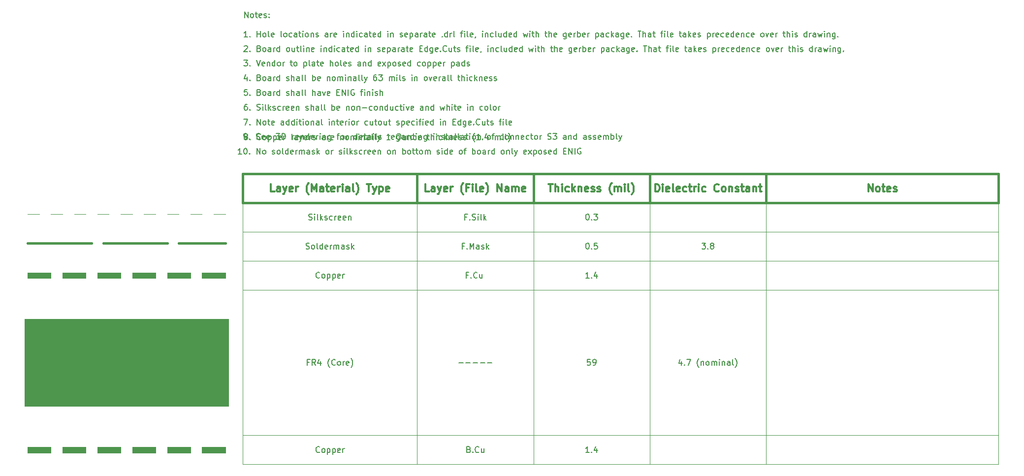
<source format=gbr>
G04 #@! TF.GenerationSoftware,KiCad,Pcbnew,6.0.4-6f826c9f35~116~ubuntu20.04.1*
G04 #@! TF.CreationDate,2022-04-14T13:24:01-04:00*
G04 #@! TF.ProjectId,LWA Balun 2020,4c574120-4261-46c7-956e-20323032302e,rev?*
G04 #@! TF.SameCoordinates,Original*
G04 #@! TF.FileFunction,OtherDrawing,Comment*
%FSLAX46Y46*%
G04 Gerber Fmt 4.6, Leading zero omitted, Abs format (unit mm)*
G04 Created by KiCad (PCBNEW 6.0.4-6f826c9f35~116~ubuntu20.04.1) date 2022-04-14 13:24:01*
%MOMM*%
%LPD*%
G01*
G04 APERTURE LIST*
%ADD10C,0.150000*%
%ADD11C,0.300000*%
%ADD12C,0.120000*%
%ADD13C,0.400000*%
%ADD14C,0.100000*%
G04 APERTURE END LIST*
D10*
X257861238Y-71953380D02*
X257289809Y-71953380D01*
X257575523Y-71953380D02*
X257575523Y-70953380D01*
X257480285Y-71096238D01*
X257385047Y-71191476D01*
X257289809Y-71239095D01*
X258480285Y-70953380D02*
X258575523Y-70953380D01*
X258670761Y-71001000D01*
X258718380Y-71048619D01*
X258766000Y-71143857D01*
X258813619Y-71334333D01*
X258813619Y-71572428D01*
X258766000Y-71762904D01*
X258718380Y-71858142D01*
X258670761Y-71905761D01*
X258575523Y-71953380D01*
X258480285Y-71953380D01*
X258385047Y-71905761D01*
X258337428Y-71858142D01*
X258289809Y-71762904D01*
X258242190Y-71572428D01*
X258242190Y-71334333D01*
X258289809Y-71143857D01*
X258337428Y-71048619D01*
X258385047Y-71001000D01*
X258480285Y-70953380D01*
X259242190Y-71858142D02*
X259289809Y-71905761D01*
X259242190Y-71953380D01*
X259194571Y-71905761D01*
X259242190Y-71858142D01*
X259242190Y-71953380D01*
X260480285Y-71953380D02*
X260480285Y-70953380D01*
X261051714Y-71953380D01*
X261051714Y-70953380D01*
X261670761Y-71953380D02*
X261575523Y-71905761D01*
X261527904Y-71858142D01*
X261480285Y-71762904D01*
X261480285Y-71477190D01*
X261527904Y-71381952D01*
X261575523Y-71334333D01*
X261670761Y-71286714D01*
X261813619Y-71286714D01*
X261908857Y-71334333D01*
X261956476Y-71381952D01*
X262004095Y-71477190D01*
X262004095Y-71762904D01*
X261956476Y-71858142D01*
X261908857Y-71905761D01*
X261813619Y-71953380D01*
X261670761Y-71953380D01*
X263146952Y-71905761D02*
X263242190Y-71953380D01*
X263432666Y-71953380D01*
X263527904Y-71905761D01*
X263575523Y-71810523D01*
X263575523Y-71762904D01*
X263527904Y-71667666D01*
X263432666Y-71620047D01*
X263289809Y-71620047D01*
X263194571Y-71572428D01*
X263146952Y-71477190D01*
X263146952Y-71429571D01*
X263194571Y-71334333D01*
X263289809Y-71286714D01*
X263432666Y-71286714D01*
X263527904Y-71334333D01*
X264146952Y-71953380D02*
X264051714Y-71905761D01*
X264004095Y-71858142D01*
X263956476Y-71762904D01*
X263956476Y-71477190D01*
X264004095Y-71381952D01*
X264051714Y-71334333D01*
X264146952Y-71286714D01*
X264289809Y-71286714D01*
X264385047Y-71334333D01*
X264432666Y-71381952D01*
X264480285Y-71477190D01*
X264480285Y-71762904D01*
X264432666Y-71858142D01*
X264385047Y-71905761D01*
X264289809Y-71953380D01*
X264146952Y-71953380D01*
X265051714Y-71953380D02*
X264956476Y-71905761D01*
X264908857Y-71810523D01*
X264908857Y-70953380D01*
X265861238Y-71953380D02*
X265861238Y-70953380D01*
X265861238Y-71905761D02*
X265766000Y-71953380D01*
X265575523Y-71953380D01*
X265480285Y-71905761D01*
X265432666Y-71858142D01*
X265385047Y-71762904D01*
X265385047Y-71477190D01*
X265432666Y-71381952D01*
X265480285Y-71334333D01*
X265575523Y-71286714D01*
X265766000Y-71286714D01*
X265861238Y-71334333D01*
X266718380Y-71905761D02*
X266623142Y-71953380D01*
X266432666Y-71953380D01*
X266337428Y-71905761D01*
X266289809Y-71810523D01*
X266289809Y-71429571D01*
X266337428Y-71334333D01*
X266432666Y-71286714D01*
X266623142Y-71286714D01*
X266718380Y-71334333D01*
X266766000Y-71429571D01*
X266766000Y-71524809D01*
X266289809Y-71620047D01*
X267194571Y-71953380D02*
X267194571Y-71286714D01*
X267194571Y-71477190D02*
X267242190Y-71381952D01*
X267289809Y-71334333D01*
X267385047Y-71286714D01*
X267480285Y-71286714D01*
X267813619Y-71953380D02*
X267813619Y-71286714D01*
X267813619Y-71381952D02*
X267861238Y-71334333D01*
X267956476Y-71286714D01*
X268099333Y-71286714D01*
X268194571Y-71334333D01*
X268242190Y-71429571D01*
X268242190Y-71953380D01*
X268242190Y-71429571D02*
X268289809Y-71334333D01*
X268385047Y-71286714D01*
X268527904Y-71286714D01*
X268623142Y-71334333D01*
X268670761Y-71429571D01*
X268670761Y-71953380D01*
X269575523Y-71953380D02*
X269575523Y-71429571D01*
X269527904Y-71334333D01*
X269432666Y-71286714D01*
X269242190Y-71286714D01*
X269146952Y-71334333D01*
X269575523Y-71905761D02*
X269480285Y-71953380D01*
X269242190Y-71953380D01*
X269146952Y-71905761D01*
X269099333Y-71810523D01*
X269099333Y-71715285D01*
X269146952Y-71620047D01*
X269242190Y-71572428D01*
X269480285Y-71572428D01*
X269575523Y-71524809D01*
X270004095Y-71905761D02*
X270099333Y-71953380D01*
X270289809Y-71953380D01*
X270385047Y-71905761D01*
X270432666Y-71810523D01*
X270432666Y-71762904D01*
X270385047Y-71667666D01*
X270289809Y-71620047D01*
X270146952Y-71620047D01*
X270051714Y-71572428D01*
X270004095Y-71477190D01*
X270004095Y-71429571D01*
X270051714Y-71334333D01*
X270146952Y-71286714D01*
X270289809Y-71286714D01*
X270385047Y-71334333D01*
X270861238Y-71953380D02*
X270861238Y-70953380D01*
X270956476Y-71572428D02*
X271242190Y-71953380D01*
X271242190Y-71286714D02*
X270861238Y-71667666D01*
X272575523Y-71953380D02*
X272480285Y-71905761D01*
X272432666Y-71858142D01*
X272385047Y-71762904D01*
X272385047Y-71477190D01*
X272432666Y-71381952D01*
X272480285Y-71334333D01*
X272575523Y-71286714D01*
X272718380Y-71286714D01*
X272813619Y-71334333D01*
X272861238Y-71381952D01*
X272908857Y-71477190D01*
X272908857Y-71762904D01*
X272861238Y-71858142D01*
X272813619Y-71905761D01*
X272718380Y-71953380D01*
X272575523Y-71953380D01*
X273337428Y-71953380D02*
X273337428Y-71286714D01*
X273337428Y-71477190D02*
X273385047Y-71381952D01*
X273432666Y-71334333D01*
X273527904Y-71286714D01*
X273623142Y-71286714D01*
X274670761Y-71905761D02*
X274766000Y-71953380D01*
X274956476Y-71953380D01*
X275051714Y-71905761D01*
X275099333Y-71810523D01*
X275099333Y-71762904D01*
X275051714Y-71667666D01*
X274956476Y-71620047D01*
X274813619Y-71620047D01*
X274718380Y-71572428D01*
X274670761Y-71477190D01*
X274670761Y-71429571D01*
X274718380Y-71334333D01*
X274813619Y-71286714D01*
X274956476Y-71286714D01*
X275051714Y-71334333D01*
X275527904Y-71953380D02*
X275527904Y-71286714D01*
X275527904Y-70953380D02*
X275480285Y-71001000D01*
X275527904Y-71048619D01*
X275575523Y-71001000D01*
X275527904Y-70953380D01*
X275527904Y-71048619D01*
X276146952Y-71953380D02*
X276051714Y-71905761D01*
X276004095Y-71810523D01*
X276004095Y-70953380D01*
X276527904Y-71953380D02*
X276527904Y-70953380D01*
X276623142Y-71572428D02*
X276908857Y-71953380D01*
X276908857Y-71286714D02*
X276527904Y-71667666D01*
X277289809Y-71905761D02*
X277385047Y-71953380D01*
X277575523Y-71953380D01*
X277670761Y-71905761D01*
X277718380Y-71810523D01*
X277718380Y-71762904D01*
X277670761Y-71667666D01*
X277575523Y-71620047D01*
X277432666Y-71620047D01*
X277337428Y-71572428D01*
X277289809Y-71477190D01*
X277289809Y-71429571D01*
X277337428Y-71334333D01*
X277432666Y-71286714D01*
X277575523Y-71286714D01*
X277670761Y-71334333D01*
X278575523Y-71905761D02*
X278480285Y-71953380D01*
X278289809Y-71953380D01*
X278194571Y-71905761D01*
X278146952Y-71858142D01*
X278099333Y-71762904D01*
X278099333Y-71477190D01*
X278146952Y-71381952D01*
X278194571Y-71334333D01*
X278289809Y-71286714D01*
X278480285Y-71286714D01*
X278575523Y-71334333D01*
X279004095Y-71953380D02*
X279004095Y-71286714D01*
X279004095Y-71477190D02*
X279051714Y-71381952D01*
X279099333Y-71334333D01*
X279194571Y-71286714D01*
X279289809Y-71286714D01*
X280004095Y-71905761D02*
X279908857Y-71953380D01*
X279718380Y-71953380D01*
X279623142Y-71905761D01*
X279575523Y-71810523D01*
X279575523Y-71429571D01*
X279623142Y-71334333D01*
X279718380Y-71286714D01*
X279908857Y-71286714D01*
X280004095Y-71334333D01*
X280051714Y-71429571D01*
X280051714Y-71524809D01*
X279575523Y-71620047D01*
X280861238Y-71905761D02*
X280766000Y-71953380D01*
X280575523Y-71953380D01*
X280480285Y-71905761D01*
X280432666Y-71810523D01*
X280432666Y-71429571D01*
X280480285Y-71334333D01*
X280575523Y-71286714D01*
X280766000Y-71286714D01*
X280861238Y-71334333D01*
X280908857Y-71429571D01*
X280908857Y-71524809D01*
X280432666Y-71620047D01*
X281337428Y-71286714D02*
X281337428Y-71953380D01*
X281337428Y-71381952D02*
X281385047Y-71334333D01*
X281480285Y-71286714D01*
X281623142Y-71286714D01*
X281718380Y-71334333D01*
X281766000Y-71429571D01*
X281766000Y-71953380D01*
X283146952Y-71953380D02*
X283051714Y-71905761D01*
X283004095Y-71858142D01*
X282956476Y-71762904D01*
X282956476Y-71477190D01*
X283004095Y-71381952D01*
X283051714Y-71334333D01*
X283146952Y-71286714D01*
X283289809Y-71286714D01*
X283385047Y-71334333D01*
X283432666Y-71381952D01*
X283480285Y-71477190D01*
X283480285Y-71762904D01*
X283432666Y-71858142D01*
X283385047Y-71905761D01*
X283289809Y-71953380D01*
X283146952Y-71953380D01*
X283908857Y-71286714D02*
X283908857Y-71953380D01*
X283908857Y-71381952D02*
X283956476Y-71334333D01*
X284051714Y-71286714D01*
X284194571Y-71286714D01*
X284289809Y-71334333D01*
X284337428Y-71429571D01*
X284337428Y-71953380D01*
X285575523Y-71953380D02*
X285575523Y-70953380D01*
X285575523Y-71334333D02*
X285670761Y-71286714D01*
X285861238Y-71286714D01*
X285956476Y-71334333D01*
X286004095Y-71381952D01*
X286051714Y-71477190D01*
X286051714Y-71762904D01*
X286004095Y-71858142D01*
X285956476Y-71905761D01*
X285861238Y-71953380D01*
X285670761Y-71953380D01*
X285575523Y-71905761D01*
X286623142Y-71953380D02*
X286527904Y-71905761D01*
X286480285Y-71858142D01*
X286432666Y-71762904D01*
X286432666Y-71477190D01*
X286480285Y-71381952D01*
X286527904Y-71334333D01*
X286623142Y-71286714D01*
X286766000Y-71286714D01*
X286861238Y-71334333D01*
X286908857Y-71381952D01*
X286956476Y-71477190D01*
X286956476Y-71762904D01*
X286908857Y-71858142D01*
X286861238Y-71905761D01*
X286766000Y-71953380D01*
X286623142Y-71953380D01*
X287242190Y-71286714D02*
X287623142Y-71286714D01*
X287385047Y-70953380D02*
X287385047Y-71810523D01*
X287432666Y-71905761D01*
X287527904Y-71953380D01*
X287623142Y-71953380D01*
X287813619Y-71286714D02*
X288194571Y-71286714D01*
X287956476Y-70953380D02*
X287956476Y-71810523D01*
X288004095Y-71905761D01*
X288099333Y-71953380D01*
X288194571Y-71953380D01*
X288670761Y-71953380D02*
X288575523Y-71905761D01*
X288527904Y-71858142D01*
X288480285Y-71762904D01*
X288480285Y-71477190D01*
X288527904Y-71381952D01*
X288575523Y-71334333D01*
X288670761Y-71286714D01*
X288813619Y-71286714D01*
X288908857Y-71334333D01*
X288956476Y-71381952D01*
X289004095Y-71477190D01*
X289004095Y-71762904D01*
X288956476Y-71858142D01*
X288908857Y-71905761D01*
X288813619Y-71953380D01*
X288670761Y-71953380D01*
X289432666Y-71953380D02*
X289432666Y-71286714D01*
X289432666Y-71381952D02*
X289480285Y-71334333D01*
X289575523Y-71286714D01*
X289718380Y-71286714D01*
X289813619Y-71334333D01*
X289861238Y-71429571D01*
X289861238Y-71953380D01*
X289861238Y-71429571D02*
X289908857Y-71334333D01*
X290004095Y-71286714D01*
X290146952Y-71286714D01*
X290242190Y-71334333D01*
X290289809Y-71429571D01*
X290289809Y-71953380D01*
X291480285Y-71905761D02*
X291575523Y-71953380D01*
X291766000Y-71953380D01*
X291861238Y-71905761D01*
X291908857Y-71810523D01*
X291908857Y-71762904D01*
X291861238Y-71667666D01*
X291766000Y-71620047D01*
X291623142Y-71620047D01*
X291527904Y-71572428D01*
X291480285Y-71477190D01*
X291480285Y-71429571D01*
X291527904Y-71334333D01*
X291623142Y-71286714D01*
X291766000Y-71286714D01*
X291861238Y-71334333D01*
X292337428Y-71953380D02*
X292337428Y-71286714D01*
X292337428Y-70953380D02*
X292289809Y-71001000D01*
X292337428Y-71048619D01*
X292385047Y-71001000D01*
X292337428Y-70953380D01*
X292337428Y-71048619D01*
X293242190Y-71953380D02*
X293242190Y-70953380D01*
X293242190Y-71905761D02*
X293146952Y-71953380D01*
X292956476Y-71953380D01*
X292861238Y-71905761D01*
X292813619Y-71858142D01*
X292766000Y-71762904D01*
X292766000Y-71477190D01*
X292813619Y-71381952D01*
X292861238Y-71334333D01*
X292956476Y-71286714D01*
X293146952Y-71286714D01*
X293242190Y-71334333D01*
X294099333Y-71905761D02*
X294004095Y-71953380D01*
X293813619Y-71953380D01*
X293718380Y-71905761D01*
X293670761Y-71810523D01*
X293670761Y-71429571D01*
X293718380Y-71334333D01*
X293813619Y-71286714D01*
X294004095Y-71286714D01*
X294099333Y-71334333D01*
X294146952Y-71429571D01*
X294146952Y-71524809D01*
X293670761Y-71620047D01*
X295480285Y-71953380D02*
X295385047Y-71905761D01*
X295337428Y-71858142D01*
X295289809Y-71762904D01*
X295289809Y-71477190D01*
X295337428Y-71381952D01*
X295385047Y-71334333D01*
X295480285Y-71286714D01*
X295623142Y-71286714D01*
X295718380Y-71334333D01*
X295766000Y-71381952D01*
X295813619Y-71477190D01*
X295813619Y-71762904D01*
X295766000Y-71858142D01*
X295718380Y-71905761D01*
X295623142Y-71953380D01*
X295480285Y-71953380D01*
X296099333Y-71286714D02*
X296480285Y-71286714D01*
X296242190Y-71953380D02*
X296242190Y-71096238D01*
X296289809Y-71001000D01*
X296385047Y-70953380D01*
X296480285Y-70953380D01*
X297575523Y-71953380D02*
X297575523Y-70953380D01*
X297575523Y-71334333D02*
X297670761Y-71286714D01*
X297861238Y-71286714D01*
X297956476Y-71334333D01*
X298004095Y-71381952D01*
X298051714Y-71477190D01*
X298051714Y-71762904D01*
X298004095Y-71858142D01*
X297956476Y-71905761D01*
X297861238Y-71953380D01*
X297670761Y-71953380D01*
X297575523Y-71905761D01*
X298623142Y-71953380D02*
X298527904Y-71905761D01*
X298480285Y-71858142D01*
X298432666Y-71762904D01*
X298432666Y-71477190D01*
X298480285Y-71381952D01*
X298527904Y-71334333D01*
X298623142Y-71286714D01*
X298766000Y-71286714D01*
X298861238Y-71334333D01*
X298908857Y-71381952D01*
X298956476Y-71477190D01*
X298956476Y-71762904D01*
X298908857Y-71858142D01*
X298861238Y-71905761D01*
X298766000Y-71953380D01*
X298623142Y-71953380D01*
X299813619Y-71953380D02*
X299813619Y-71429571D01*
X299766000Y-71334333D01*
X299670761Y-71286714D01*
X299480285Y-71286714D01*
X299385047Y-71334333D01*
X299813619Y-71905761D02*
X299718380Y-71953380D01*
X299480285Y-71953380D01*
X299385047Y-71905761D01*
X299337428Y-71810523D01*
X299337428Y-71715285D01*
X299385047Y-71620047D01*
X299480285Y-71572428D01*
X299718380Y-71572428D01*
X299813619Y-71524809D01*
X300289809Y-71953380D02*
X300289809Y-71286714D01*
X300289809Y-71477190D02*
X300337428Y-71381952D01*
X300385047Y-71334333D01*
X300480285Y-71286714D01*
X300575523Y-71286714D01*
X301337428Y-71953380D02*
X301337428Y-70953380D01*
X301337428Y-71905761D02*
X301242190Y-71953380D01*
X301051714Y-71953380D01*
X300956476Y-71905761D01*
X300908857Y-71858142D01*
X300861238Y-71762904D01*
X300861238Y-71477190D01*
X300908857Y-71381952D01*
X300956476Y-71334333D01*
X301051714Y-71286714D01*
X301242190Y-71286714D01*
X301337428Y-71334333D01*
X302718380Y-71953380D02*
X302623142Y-71905761D01*
X302575523Y-71858142D01*
X302527904Y-71762904D01*
X302527904Y-71477190D01*
X302575523Y-71381952D01*
X302623142Y-71334333D01*
X302718380Y-71286714D01*
X302861238Y-71286714D01*
X302956476Y-71334333D01*
X303004095Y-71381952D01*
X303051714Y-71477190D01*
X303051714Y-71762904D01*
X303004095Y-71858142D01*
X302956476Y-71905761D01*
X302861238Y-71953380D01*
X302718380Y-71953380D01*
X303480285Y-71286714D02*
X303480285Y-71953380D01*
X303480285Y-71381952D02*
X303527904Y-71334333D01*
X303623142Y-71286714D01*
X303766000Y-71286714D01*
X303861238Y-71334333D01*
X303908857Y-71429571D01*
X303908857Y-71953380D01*
X304527904Y-71953380D02*
X304432666Y-71905761D01*
X304385047Y-71810523D01*
X304385047Y-70953380D01*
X304813619Y-71286714D02*
X305051714Y-71953380D01*
X305289809Y-71286714D02*
X305051714Y-71953380D01*
X304956476Y-72191476D01*
X304908857Y-72239095D01*
X304813619Y-72286714D01*
X306813619Y-71905761D02*
X306718380Y-71953380D01*
X306527904Y-71953380D01*
X306432666Y-71905761D01*
X306385047Y-71810523D01*
X306385047Y-71429571D01*
X306432666Y-71334333D01*
X306527904Y-71286714D01*
X306718380Y-71286714D01*
X306813619Y-71334333D01*
X306861238Y-71429571D01*
X306861238Y-71524809D01*
X306385047Y-71620047D01*
X307194571Y-71953380D02*
X307718380Y-71286714D01*
X307194571Y-71286714D02*
X307718380Y-71953380D01*
X308099333Y-71286714D02*
X308099333Y-72286714D01*
X308099333Y-71334333D02*
X308194571Y-71286714D01*
X308385047Y-71286714D01*
X308480285Y-71334333D01*
X308527904Y-71381952D01*
X308575523Y-71477190D01*
X308575523Y-71762904D01*
X308527904Y-71858142D01*
X308480285Y-71905761D01*
X308385047Y-71953380D01*
X308194571Y-71953380D01*
X308099333Y-71905761D01*
X309146952Y-71953380D02*
X309051714Y-71905761D01*
X309004095Y-71858142D01*
X308956476Y-71762904D01*
X308956476Y-71477190D01*
X309004095Y-71381952D01*
X309051714Y-71334333D01*
X309146952Y-71286714D01*
X309289809Y-71286714D01*
X309385047Y-71334333D01*
X309432666Y-71381952D01*
X309480285Y-71477190D01*
X309480285Y-71762904D01*
X309432666Y-71858142D01*
X309385047Y-71905761D01*
X309289809Y-71953380D01*
X309146952Y-71953380D01*
X309861238Y-71905761D02*
X309956476Y-71953380D01*
X310146952Y-71953380D01*
X310242190Y-71905761D01*
X310289809Y-71810523D01*
X310289809Y-71762904D01*
X310242190Y-71667666D01*
X310146952Y-71620047D01*
X310004095Y-71620047D01*
X309908857Y-71572428D01*
X309861238Y-71477190D01*
X309861238Y-71429571D01*
X309908857Y-71334333D01*
X310004095Y-71286714D01*
X310146952Y-71286714D01*
X310242190Y-71334333D01*
X311099333Y-71905761D02*
X311004095Y-71953380D01*
X310813619Y-71953380D01*
X310718380Y-71905761D01*
X310670761Y-71810523D01*
X310670761Y-71429571D01*
X310718380Y-71334333D01*
X310813619Y-71286714D01*
X311004095Y-71286714D01*
X311099333Y-71334333D01*
X311146952Y-71429571D01*
X311146952Y-71524809D01*
X310670761Y-71620047D01*
X312004095Y-71953380D02*
X312004095Y-70953380D01*
X312004095Y-71905761D02*
X311908857Y-71953380D01*
X311718380Y-71953380D01*
X311623142Y-71905761D01*
X311575523Y-71858142D01*
X311527904Y-71762904D01*
X311527904Y-71477190D01*
X311575523Y-71381952D01*
X311623142Y-71334333D01*
X311718380Y-71286714D01*
X311908857Y-71286714D01*
X312004095Y-71334333D01*
X313242190Y-71429571D02*
X313575523Y-71429571D01*
X313718380Y-71953380D02*
X313242190Y-71953380D01*
X313242190Y-70953380D01*
X313718380Y-70953380D01*
X314146952Y-71953380D02*
X314146952Y-70953380D01*
X314718380Y-71953380D01*
X314718380Y-70953380D01*
X315194571Y-71953380D02*
X315194571Y-70953380D01*
X316194571Y-71001000D02*
X316099333Y-70953380D01*
X315956476Y-70953380D01*
X315813619Y-71001000D01*
X315718380Y-71096238D01*
X315670761Y-71191476D01*
X315623142Y-71381952D01*
X315623142Y-71524809D01*
X315670761Y-71715285D01*
X315718380Y-71810523D01*
X315813619Y-71905761D01*
X315956476Y-71953380D01*
X316051714Y-71953380D01*
X316194571Y-71905761D01*
X316242190Y-71858142D01*
X316242190Y-71524809D01*
X316051714Y-71524809D01*
X258322095Y-69413380D02*
X258512571Y-69413380D01*
X258607809Y-69365761D01*
X258655428Y-69318142D01*
X258750666Y-69175285D01*
X258798285Y-68984809D01*
X258798285Y-68603857D01*
X258750666Y-68508619D01*
X258703047Y-68461000D01*
X258607809Y-68413380D01*
X258417333Y-68413380D01*
X258322095Y-68461000D01*
X258274476Y-68508619D01*
X258226857Y-68603857D01*
X258226857Y-68841952D01*
X258274476Y-68937190D01*
X258322095Y-68984809D01*
X258417333Y-69032428D01*
X258607809Y-69032428D01*
X258703047Y-68984809D01*
X258750666Y-68937190D01*
X258798285Y-68841952D01*
X259226857Y-69318142D02*
X259274476Y-69365761D01*
X259226857Y-69413380D01*
X259179238Y-69365761D01*
X259226857Y-69318142D01*
X259226857Y-69413380D01*
X260417333Y-69365761D02*
X260560190Y-69413380D01*
X260798285Y-69413380D01*
X260893523Y-69365761D01*
X260941142Y-69318142D01*
X260988761Y-69222904D01*
X260988761Y-69127666D01*
X260941142Y-69032428D01*
X260893523Y-68984809D01*
X260798285Y-68937190D01*
X260607809Y-68889571D01*
X260512571Y-68841952D01*
X260464952Y-68794333D01*
X260417333Y-68699095D01*
X260417333Y-68603857D01*
X260464952Y-68508619D01*
X260512571Y-68461000D01*
X260607809Y-68413380D01*
X260845904Y-68413380D01*
X260988761Y-68461000D01*
X261798285Y-69365761D02*
X261703047Y-69413380D01*
X261512571Y-69413380D01*
X261417333Y-69365761D01*
X261369714Y-69270523D01*
X261369714Y-68889571D01*
X261417333Y-68794333D01*
X261512571Y-68746714D01*
X261703047Y-68746714D01*
X261798285Y-68794333D01*
X261845904Y-68889571D01*
X261845904Y-68984809D01*
X261369714Y-69080047D01*
X262655428Y-69365761D02*
X262560190Y-69413380D01*
X262369714Y-69413380D01*
X262274476Y-69365761D01*
X262226857Y-69270523D01*
X262226857Y-68889571D01*
X262274476Y-68794333D01*
X262369714Y-68746714D01*
X262560190Y-68746714D01*
X262655428Y-68794333D01*
X262703047Y-68889571D01*
X262703047Y-68984809D01*
X262226857Y-69080047D01*
X263798285Y-68413380D02*
X264417333Y-68413380D01*
X264084000Y-68794333D01*
X264226857Y-68794333D01*
X264322095Y-68841952D01*
X264369714Y-68889571D01*
X264417333Y-68984809D01*
X264417333Y-69222904D01*
X264369714Y-69318142D01*
X264322095Y-69365761D01*
X264226857Y-69413380D01*
X263941142Y-69413380D01*
X263845904Y-69365761D01*
X263798285Y-69318142D01*
X264845904Y-69413380D02*
X264845904Y-68413380D01*
X265084000Y-68413380D01*
X265226857Y-68461000D01*
X265322095Y-68556238D01*
X265369714Y-68651476D01*
X265417333Y-68841952D01*
X265417333Y-68984809D01*
X265369714Y-69175285D01*
X265322095Y-69270523D01*
X265226857Y-69365761D01*
X265084000Y-69413380D01*
X264845904Y-69413380D01*
X266607809Y-69413380D02*
X266607809Y-68746714D01*
X266607809Y-68937190D02*
X266655428Y-68841952D01*
X266703047Y-68794333D01*
X266798285Y-68746714D01*
X266893523Y-68746714D01*
X267607809Y-69365761D02*
X267512571Y-69413380D01*
X267322095Y-69413380D01*
X267226857Y-69365761D01*
X267179238Y-69270523D01*
X267179238Y-68889571D01*
X267226857Y-68794333D01*
X267322095Y-68746714D01*
X267512571Y-68746714D01*
X267607809Y-68794333D01*
X267655428Y-68889571D01*
X267655428Y-68984809D01*
X267179238Y-69080047D01*
X268084000Y-68746714D02*
X268084000Y-69413380D01*
X268084000Y-68841952D02*
X268131619Y-68794333D01*
X268226857Y-68746714D01*
X268369714Y-68746714D01*
X268464952Y-68794333D01*
X268512571Y-68889571D01*
X268512571Y-69413380D01*
X269417333Y-69413380D02*
X269417333Y-68413380D01*
X269417333Y-69365761D02*
X269322095Y-69413380D01*
X269131619Y-69413380D01*
X269036380Y-69365761D01*
X268988761Y-69318142D01*
X268941142Y-69222904D01*
X268941142Y-68937190D01*
X268988761Y-68841952D01*
X269036380Y-68794333D01*
X269131619Y-68746714D01*
X269322095Y-68746714D01*
X269417333Y-68794333D01*
X270274476Y-69365761D02*
X270179238Y-69413380D01*
X269988761Y-69413380D01*
X269893523Y-69365761D01*
X269845904Y-69270523D01*
X269845904Y-68889571D01*
X269893523Y-68794333D01*
X269988761Y-68746714D01*
X270179238Y-68746714D01*
X270274476Y-68794333D01*
X270322095Y-68889571D01*
X270322095Y-68984809D01*
X269845904Y-69080047D01*
X270750666Y-69413380D02*
X270750666Y-68746714D01*
X270750666Y-68937190D02*
X270798285Y-68841952D01*
X270845904Y-68794333D01*
X270941142Y-68746714D01*
X271036380Y-68746714D01*
X271369714Y-69413380D02*
X271369714Y-68746714D01*
X271369714Y-68413380D02*
X271322095Y-68461000D01*
X271369714Y-68508619D01*
X271417333Y-68461000D01*
X271369714Y-68413380D01*
X271369714Y-68508619D01*
X271845904Y-68746714D02*
X271845904Y-69413380D01*
X271845904Y-68841952D02*
X271893523Y-68794333D01*
X271988761Y-68746714D01*
X272131619Y-68746714D01*
X272226857Y-68794333D01*
X272274476Y-68889571D01*
X272274476Y-69413380D01*
X273179238Y-68746714D02*
X273179238Y-69556238D01*
X273131619Y-69651476D01*
X273084000Y-69699095D01*
X272988761Y-69746714D01*
X272845904Y-69746714D01*
X272750666Y-69699095D01*
X273179238Y-69365761D02*
X273084000Y-69413380D01*
X272893523Y-69413380D01*
X272798285Y-69365761D01*
X272750666Y-69318142D01*
X272703047Y-69222904D01*
X272703047Y-68937190D01*
X272750666Y-68841952D01*
X272798285Y-68794333D01*
X272893523Y-68746714D01*
X273084000Y-68746714D01*
X273179238Y-68794333D01*
X274274476Y-68746714D02*
X274655428Y-68746714D01*
X274417333Y-69413380D02*
X274417333Y-68556238D01*
X274464952Y-68461000D01*
X274560190Y-68413380D01*
X274655428Y-68413380D01*
X275131619Y-69413380D02*
X275036380Y-69365761D01*
X274988761Y-69318142D01*
X274941142Y-69222904D01*
X274941142Y-68937190D01*
X274988761Y-68841952D01*
X275036380Y-68794333D01*
X275131619Y-68746714D01*
X275274476Y-68746714D01*
X275369714Y-68794333D01*
X275417333Y-68841952D01*
X275464952Y-68937190D01*
X275464952Y-69222904D01*
X275417333Y-69318142D01*
X275369714Y-69365761D01*
X275274476Y-69413380D01*
X275131619Y-69413380D01*
X275893523Y-69413380D02*
X275893523Y-68746714D01*
X275893523Y-68937190D02*
X275941142Y-68841952D01*
X275988761Y-68794333D01*
X276084000Y-68746714D01*
X276179238Y-68746714D01*
X277703047Y-69413380D02*
X277703047Y-68413380D01*
X277703047Y-69365761D02*
X277607809Y-69413380D01*
X277417333Y-69413380D01*
X277322095Y-69365761D01*
X277274476Y-69318142D01*
X277226857Y-69222904D01*
X277226857Y-68937190D01*
X277274476Y-68841952D01*
X277322095Y-68794333D01*
X277417333Y-68746714D01*
X277607809Y-68746714D01*
X277703047Y-68794333D01*
X278560190Y-69365761D02*
X278464952Y-69413380D01*
X278274476Y-69413380D01*
X278179238Y-69365761D01*
X278131619Y-69270523D01*
X278131619Y-68889571D01*
X278179238Y-68794333D01*
X278274476Y-68746714D01*
X278464952Y-68746714D01*
X278560190Y-68794333D01*
X278607809Y-68889571D01*
X278607809Y-68984809D01*
X278131619Y-69080047D01*
X278893523Y-68746714D02*
X279274476Y-68746714D01*
X279036380Y-68413380D02*
X279036380Y-69270523D01*
X279084000Y-69365761D01*
X279179238Y-69413380D01*
X279274476Y-69413380D01*
X280036380Y-69413380D02*
X280036380Y-68889571D01*
X279988761Y-68794333D01*
X279893523Y-68746714D01*
X279703047Y-68746714D01*
X279607809Y-68794333D01*
X280036380Y-69365761D02*
X279941142Y-69413380D01*
X279703047Y-69413380D01*
X279607809Y-69365761D01*
X279560190Y-69270523D01*
X279560190Y-69175285D01*
X279607809Y-69080047D01*
X279703047Y-69032428D01*
X279941142Y-69032428D01*
X280036380Y-68984809D01*
X280512571Y-69413380D02*
X280512571Y-68746714D01*
X280512571Y-68413380D02*
X280464952Y-68461000D01*
X280512571Y-68508619D01*
X280560190Y-68461000D01*
X280512571Y-68413380D01*
X280512571Y-68508619D01*
X281131619Y-69413380D02*
X281036380Y-69365761D01*
X280988761Y-69270523D01*
X280988761Y-68413380D01*
X281464952Y-69365761D02*
X281560190Y-69413380D01*
X281750666Y-69413380D01*
X281845904Y-69365761D01*
X281893523Y-69270523D01*
X281893523Y-69222904D01*
X281845904Y-69127666D01*
X281750666Y-69080047D01*
X281607809Y-69080047D01*
X281512571Y-69032428D01*
X281464952Y-68937190D01*
X281464952Y-68889571D01*
X281512571Y-68794333D01*
X281607809Y-68746714D01*
X281750666Y-68746714D01*
X281845904Y-68794333D01*
X283084000Y-69413380D02*
X283084000Y-68746714D01*
X283084000Y-68937190D02*
X283131619Y-68841952D01*
X283179238Y-68794333D01*
X283274476Y-68746714D01*
X283369714Y-68746714D01*
X284084000Y-69365761D02*
X283988761Y-69413380D01*
X283798285Y-69413380D01*
X283703047Y-69365761D01*
X283655428Y-69270523D01*
X283655428Y-68889571D01*
X283703047Y-68794333D01*
X283798285Y-68746714D01*
X283988761Y-68746714D01*
X284084000Y-68794333D01*
X284131619Y-68889571D01*
X284131619Y-68984809D01*
X283655428Y-69080047D01*
X284988761Y-68746714D02*
X284988761Y-69556238D01*
X284941142Y-69651476D01*
X284893523Y-69699095D01*
X284798285Y-69746714D01*
X284655428Y-69746714D01*
X284560190Y-69699095D01*
X284988761Y-69365761D02*
X284893523Y-69413380D01*
X284703047Y-69413380D01*
X284607809Y-69365761D01*
X284560190Y-69318142D01*
X284512571Y-69222904D01*
X284512571Y-68937190D01*
X284560190Y-68841952D01*
X284607809Y-68794333D01*
X284703047Y-68746714D01*
X284893523Y-68746714D01*
X284988761Y-68794333D01*
X285893523Y-69413380D02*
X285893523Y-68889571D01*
X285845904Y-68794333D01*
X285750666Y-68746714D01*
X285560190Y-68746714D01*
X285464952Y-68794333D01*
X285893523Y-69365761D02*
X285798285Y-69413380D01*
X285560190Y-69413380D01*
X285464952Y-69365761D01*
X285417333Y-69270523D01*
X285417333Y-69175285D01*
X285464952Y-69080047D01*
X285560190Y-69032428D01*
X285798285Y-69032428D01*
X285893523Y-68984809D01*
X286369714Y-69413380D02*
X286369714Y-68746714D01*
X286369714Y-68937190D02*
X286417333Y-68841952D01*
X286464952Y-68794333D01*
X286560190Y-68746714D01*
X286655428Y-68746714D01*
X287417333Y-69413380D02*
X287417333Y-68413380D01*
X287417333Y-69365761D02*
X287322095Y-69413380D01*
X287131619Y-69413380D01*
X287036380Y-69365761D01*
X286988761Y-69318142D01*
X286941142Y-69222904D01*
X286941142Y-68937190D01*
X286988761Y-68841952D01*
X287036380Y-68794333D01*
X287131619Y-68746714D01*
X287322095Y-68746714D01*
X287417333Y-68794333D01*
X287893523Y-69413380D02*
X287893523Y-68746714D01*
X287893523Y-68413380D02*
X287845904Y-68461000D01*
X287893523Y-68508619D01*
X287941142Y-68461000D01*
X287893523Y-68413380D01*
X287893523Y-68508619D01*
X288369714Y-68746714D02*
X288369714Y-69413380D01*
X288369714Y-68841952D02*
X288417333Y-68794333D01*
X288512571Y-68746714D01*
X288655428Y-68746714D01*
X288750666Y-68794333D01*
X288798285Y-68889571D01*
X288798285Y-69413380D01*
X289703047Y-68746714D02*
X289703047Y-69556238D01*
X289655428Y-69651476D01*
X289607809Y-69699095D01*
X289512571Y-69746714D01*
X289369714Y-69746714D01*
X289274476Y-69699095D01*
X289703047Y-69365761D02*
X289607809Y-69413380D01*
X289417333Y-69413380D01*
X289322095Y-69365761D01*
X289274476Y-69318142D01*
X289226857Y-69222904D01*
X289226857Y-68937190D01*
X289274476Y-68841952D01*
X289322095Y-68794333D01*
X289417333Y-68746714D01*
X289607809Y-68746714D01*
X289703047Y-68794333D01*
X290941142Y-69413380D02*
X290941142Y-68746714D01*
X290941142Y-68413380D02*
X290893523Y-68461000D01*
X290941142Y-68508619D01*
X290988761Y-68461000D01*
X290941142Y-68413380D01*
X290941142Y-68508619D01*
X291417333Y-68746714D02*
X291417333Y-69413380D01*
X291417333Y-68841952D02*
X291464952Y-68794333D01*
X291560190Y-68746714D01*
X291703047Y-68746714D01*
X291798285Y-68794333D01*
X291845904Y-68889571D01*
X291845904Y-69413380D01*
X292274476Y-69365761D02*
X292369714Y-69413380D01*
X292560190Y-69413380D01*
X292655428Y-69365761D01*
X292703047Y-69270523D01*
X292703047Y-69222904D01*
X292655428Y-69127666D01*
X292560190Y-69080047D01*
X292417333Y-69080047D01*
X292322095Y-69032428D01*
X292274476Y-68937190D01*
X292274476Y-68889571D01*
X292322095Y-68794333D01*
X292417333Y-68746714D01*
X292560190Y-68746714D01*
X292655428Y-68794333D01*
X292988761Y-68746714D02*
X293369714Y-68746714D01*
X293131619Y-68413380D02*
X293131619Y-69270523D01*
X293179238Y-69365761D01*
X293274476Y-69413380D01*
X293369714Y-69413380D01*
X294131619Y-69413380D02*
X294131619Y-68889571D01*
X294084000Y-68794333D01*
X293988761Y-68746714D01*
X293798285Y-68746714D01*
X293703047Y-68794333D01*
X294131619Y-69365761D02*
X294036380Y-69413380D01*
X293798285Y-69413380D01*
X293703047Y-69365761D01*
X293655428Y-69270523D01*
X293655428Y-69175285D01*
X293703047Y-69080047D01*
X293798285Y-69032428D01*
X294036380Y-69032428D01*
X294131619Y-68984809D01*
X294750666Y-69413380D02*
X294655428Y-69365761D01*
X294607809Y-69270523D01*
X294607809Y-68413380D01*
X295274476Y-69413380D02*
X295179238Y-69365761D01*
X295131619Y-69270523D01*
X295131619Y-68413380D01*
X296084000Y-69413380D02*
X296084000Y-68889571D01*
X296036380Y-68794333D01*
X295941142Y-68746714D01*
X295750666Y-68746714D01*
X295655428Y-68794333D01*
X296084000Y-69365761D02*
X295988761Y-69413380D01*
X295750666Y-69413380D01*
X295655428Y-69365761D01*
X295607809Y-69270523D01*
X295607809Y-69175285D01*
X295655428Y-69080047D01*
X295750666Y-69032428D01*
X295988761Y-69032428D01*
X296084000Y-68984809D01*
X296417333Y-68746714D02*
X296798285Y-68746714D01*
X296560190Y-68413380D02*
X296560190Y-69270523D01*
X296607809Y-69365761D01*
X296703047Y-69413380D01*
X296798285Y-69413380D01*
X297131619Y-69413380D02*
X297131619Y-68746714D01*
X297131619Y-68413380D02*
X297084000Y-68461000D01*
X297131619Y-68508619D01*
X297179238Y-68461000D01*
X297131619Y-68413380D01*
X297131619Y-68508619D01*
X297750666Y-69413380D02*
X297655428Y-69365761D01*
X297607809Y-69318142D01*
X297560190Y-69222904D01*
X297560190Y-68937190D01*
X297607809Y-68841952D01*
X297655428Y-68794333D01*
X297750666Y-68746714D01*
X297893523Y-68746714D01*
X297988761Y-68794333D01*
X298036380Y-68841952D01*
X298084000Y-68937190D01*
X298084000Y-69222904D01*
X298036380Y-69318142D01*
X297988761Y-69365761D01*
X297893523Y-69413380D01*
X297750666Y-69413380D01*
X298512571Y-68746714D02*
X298512571Y-69413380D01*
X298512571Y-68841952D02*
X298560190Y-68794333D01*
X298655428Y-68746714D01*
X298798285Y-68746714D01*
X298893523Y-68794333D01*
X298941142Y-68889571D01*
X298941142Y-69413380D01*
X300322095Y-69413380D02*
X300226857Y-69365761D01*
X300179238Y-69318142D01*
X300131619Y-69222904D01*
X300131619Y-68937190D01*
X300179238Y-68841952D01*
X300226857Y-68794333D01*
X300322095Y-68746714D01*
X300464952Y-68746714D01*
X300560190Y-68794333D01*
X300607809Y-68841952D01*
X300655428Y-68937190D01*
X300655428Y-69222904D01*
X300607809Y-69318142D01*
X300560190Y-69365761D01*
X300464952Y-69413380D01*
X300322095Y-69413380D01*
X300941142Y-68746714D02*
X301322095Y-68746714D01*
X301084000Y-69413380D02*
X301084000Y-68556238D01*
X301131619Y-68461000D01*
X301226857Y-68413380D01*
X301322095Y-68413380D01*
X302845904Y-69365761D02*
X302750666Y-69413380D01*
X302560190Y-69413380D01*
X302464952Y-69365761D01*
X302417333Y-69318142D01*
X302369714Y-69222904D01*
X302369714Y-68937190D01*
X302417333Y-68841952D01*
X302464952Y-68794333D01*
X302560190Y-68746714D01*
X302750666Y-68746714D01*
X302845904Y-68794333D01*
X303417333Y-69413380D02*
X303322095Y-69365761D01*
X303274476Y-69318142D01*
X303226857Y-69222904D01*
X303226857Y-68937190D01*
X303274476Y-68841952D01*
X303322095Y-68794333D01*
X303417333Y-68746714D01*
X303560190Y-68746714D01*
X303655428Y-68794333D01*
X303703047Y-68841952D01*
X303750666Y-68937190D01*
X303750666Y-69222904D01*
X303703047Y-69318142D01*
X303655428Y-69365761D01*
X303560190Y-69413380D01*
X303417333Y-69413380D01*
X304179238Y-68746714D02*
X304179238Y-69413380D01*
X304179238Y-68841952D02*
X304226857Y-68794333D01*
X304322095Y-68746714D01*
X304464952Y-68746714D01*
X304560190Y-68794333D01*
X304607809Y-68889571D01*
X304607809Y-69413380D01*
X305084000Y-68746714D02*
X305084000Y-69413380D01*
X305084000Y-68841952D02*
X305131619Y-68794333D01*
X305226857Y-68746714D01*
X305369714Y-68746714D01*
X305464952Y-68794333D01*
X305512571Y-68889571D01*
X305512571Y-69413380D01*
X306369714Y-69365761D02*
X306274476Y-69413380D01*
X306084000Y-69413380D01*
X305988761Y-69365761D01*
X305941142Y-69270523D01*
X305941142Y-68889571D01*
X305988761Y-68794333D01*
X306084000Y-68746714D01*
X306274476Y-68746714D01*
X306369714Y-68794333D01*
X306417333Y-68889571D01*
X306417333Y-68984809D01*
X305941142Y-69080047D01*
X307274476Y-69365761D02*
X307179238Y-69413380D01*
X306988761Y-69413380D01*
X306893523Y-69365761D01*
X306845904Y-69318142D01*
X306798285Y-69222904D01*
X306798285Y-68937190D01*
X306845904Y-68841952D01*
X306893523Y-68794333D01*
X306988761Y-68746714D01*
X307179238Y-68746714D01*
X307274476Y-68794333D01*
X307560190Y-68746714D02*
X307941142Y-68746714D01*
X307703047Y-68413380D02*
X307703047Y-69270523D01*
X307750666Y-69365761D01*
X307845904Y-69413380D01*
X307941142Y-69413380D01*
X308417333Y-69413380D02*
X308322095Y-69365761D01*
X308274476Y-69318142D01*
X308226857Y-69222904D01*
X308226857Y-68937190D01*
X308274476Y-68841952D01*
X308322095Y-68794333D01*
X308417333Y-68746714D01*
X308560190Y-68746714D01*
X308655428Y-68794333D01*
X308703047Y-68841952D01*
X308750666Y-68937190D01*
X308750666Y-69222904D01*
X308703047Y-69318142D01*
X308655428Y-69365761D01*
X308560190Y-69413380D01*
X308417333Y-69413380D01*
X309179238Y-69413380D02*
X309179238Y-68746714D01*
X309179238Y-68937190D02*
X309226857Y-68841952D01*
X309274476Y-68794333D01*
X309369714Y-68746714D01*
X309464952Y-68746714D01*
X310512571Y-69365761D02*
X310655428Y-69413380D01*
X310893523Y-69413380D01*
X310988761Y-69365761D01*
X311036380Y-69318142D01*
X311084000Y-69222904D01*
X311084000Y-69127666D01*
X311036380Y-69032428D01*
X310988761Y-68984809D01*
X310893523Y-68937190D01*
X310703047Y-68889571D01*
X310607809Y-68841952D01*
X310560190Y-68794333D01*
X310512571Y-68699095D01*
X310512571Y-68603857D01*
X310560190Y-68508619D01*
X310607809Y-68461000D01*
X310703047Y-68413380D01*
X310941142Y-68413380D01*
X311084000Y-68461000D01*
X311417333Y-68413380D02*
X312036380Y-68413380D01*
X311703047Y-68794333D01*
X311845904Y-68794333D01*
X311941142Y-68841952D01*
X311988761Y-68889571D01*
X312036380Y-68984809D01*
X312036380Y-69222904D01*
X311988761Y-69318142D01*
X311941142Y-69365761D01*
X311845904Y-69413380D01*
X311560190Y-69413380D01*
X311464952Y-69365761D01*
X311417333Y-69318142D01*
X313655428Y-69413380D02*
X313655428Y-68889571D01*
X313607809Y-68794333D01*
X313512571Y-68746714D01*
X313322095Y-68746714D01*
X313226857Y-68794333D01*
X313655428Y-69365761D02*
X313560190Y-69413380D01*
X313322095Y-69413380D01*
X313226857Y-69365761D01*
X313179238Y-69270523D01*
X313179238Y-69175285D01*
X313226857Y-69080047D01*
X313322095Y-69032428D01*
X313560190Y-69032428D01*
X313655428Y-68984809D01*
X314131619Y-68746714D02*
X314131619Y-69413380D01*
X314131619Y-68841952D02*
X314179238Y-68794333D01*
X314274476Y-68746714D01*
X314417333Y-68746714D01*
X314512571Y-68794333D01*
X314560190Y-68889571D01*
X314560190Y-69413380D01*
X315464952Y-69413380D02*
X315464952Y-68413380D01*
X315464952Y-69365761D02*
X315369714Y-69413380D01*
X315179238Y-69413380D01*
X315084000Y-69365761D01*
X315036380Y-69318142D01*
X314988761Y-69222904D01*
X314988761Y-68937190D01*
X315036380Y-68841952D01*
X315084000Y-68794333D01*
X315179238Y-68746714D01*
X315369714Y-68746714D01*
X315464952Y-68794333D01*
X317131619Y-69413380D02*
X317131619Y-68889571D01*
X317084000Y-68794333D01*
X316988761Y-68746714D01*
X316798285Y-68746714D01*
X316703047Y-68794333D01*
X317131619Y-69365761D02*
X317036380Y-69413380D01*
X316798285Y-69413380D01*
X316703047Y-69365761D01*
X316655428Y-69270523D01*
X316655428Y-69175285D01*
X316703047Y-69080047D01*
X316798285Y-69032428D01*
X317036380Y-69032428D01*
X317131619Y-68984809D01*
X317560190Y-69365761D02*
X317655428Y-69413380D01*
X317845904Y-69413380D01*
X317941142Y-69365761D01*
X317988761Y-69270523D01*
X317988761Y-69222904D01*
X317941142Y-69127666D01*
X317845904Y-69080047D01*
X317703047Y-69080047D01*
X317607809Y-69032428D01*
X317560190Y-68937190D01*
X317560190Y-68889571D01*
X317607809Y-68794333D01*
X317703047Y-68746714D01*
X317845904Y-68746714D01*
X317941142Y-68794333D01*
X318369714Y-69365761D02*
X318464952Y-69413380D01*
X318655428Y-69413380D01*
X318750666Y-69365761D01*
X318798285Y-69270523D01*
X318798285Y-69222904D01*
X318750666Y-69127666D01*
X318655428Y-69080047D01*
X318512571Y-69080047D01*
X318417333Y-69032428D01*
X318369714Y-68937190D01*
X318369714Y-68889571D01*
X318417333Y-68794333D01*
X318512571Y-68746714D01*
X318655428Y-68746714D01*
X318750666Y-68794333D01*
X319607809Y-69365761D02*
X319512571Y-69413380D01*
X319322095Y-69413380D01*
X319226857Y-69365761D01*
X319179238Y-69270523D01*
X319179238Y-68889571D01*
X319226857Y-68794333D01*
X319322095Y-68746714D01*
X319512571Y-68746714D01*
X319607809Y-68794333D01*
X319655428Y-68889571D01*
X319655428Y-68984809D01*
X319179238Y-69080047D01*
X320084000Y-69413380D02*
X320084000Y-68746714D01*
X320084000Y-68841952D02*
X320131619Y-68794333D01*
X320226857Y-68746714D01*
X320369714Y-68746714D01*
X320464952Y-68794333D01*
X320512571Y-68889571D01*
X320512571Y-69413380D01*
X320512571Y-68889571D02*
X320560190Y-68794333D01*
X320655428Y-68746714D01*
X320798285Y-68746714D01*
X320893523Y-68794333D01*
X320941142Y-68889571D01*
X320941142Y-69413380D01*
X321417333Y-69413380D02*
X321417333Y-68413380D01*
X321417333Y-68794333D02*
X321512571Y-68746714D01*
X321703047Y-68746714D01*
X321798285Y-68794333D01*
X321845904Y-68841952D01*
X321893523Y-68937190D01*
X321893523Y-69222904D01*
X321845904Y-69318142D01*
X321798285Y-69365761D01*
X321703047Y-69413380D01*
X321512571Y-69413380D01*
X321417333Y-69365761D01*
X322464952Y-69413380D02*
X322369714Y-69365761D01*
X322322095Y-69270523D01*
X322322095Y-68413380D01*
X322750666Y-68746714D02*
X322988761Y-69413380D01*
X323226857Y-68746714D02*
X322988761Y-69413380D01*
X322893523Y-69651476D01*
X322845904Y-69699095D01*
X322750666Y-69746714D01*
G04 #@! TO.C,G1*
X333516380Y-107596714D02*
X333516380Y-108263380D01*
X333278285Y-107215761D02*
X333040190Y-107930047D01*
X333659238Y-107930047D01*
X334040190Y-108168142D02*
X334087809Y-108215761D01*
X334040190Y-108263380D01*
X333992571Y-108215761D01*
X334040190Y-108168142D01*
X334040190Y-108263380D01*
X334421142Y-107263380D02*
X335087809Y-107263380D01*
X334659238Y-108263380D01*
X336516380Y-108644333D02*
X336468761Y-108596714D01*
X336373523Y-108453857D01*
X336325904Y-108358619D01*
X336278285Y-108215761D01*
X336230666Y-107977666D01*
X336230666Y-107787190D01*
X336278285Y-107549095D01*
X336325904Y-107406238D01*
X336373523Y-107311000D01*
X336468761Y-107168142D01*
X336516380Y-107120523D01*
X336897333Y-107596714D02*
X336897333Y-108263380D01*
X336897333Y-107691952D02*
X336944952Y-107644333D01*
X337040190Y-107596714D01*
X337183047Y-107596714D01*
X337278285Y-107644333D01*
X337325904Y-107739571D01*
X337325904Y-108263380D01*
X337944952Y-108263380D02*
X337849714Y-108215761D01*
X337802095Y-108168142D01*
X337754476Y-108072904D01*
X337754476Y-107787190D01*
X337802095Y-107691952D01*
X337849714Y-107644333D01*
X337944952Y-107596714D01*
X338087809Y-107596714D01*
X338183047Y-107644333D01*
X338230666Y-107691952D01*
X338278285Y-107787190D01*
X338278285Y-108072904D01*
X338230666Y-108168142D01*
X338183047Y-108215761D01*
X338087809Y-108263380D01*
X337944952Y-108263380D01*
X338706857Y-108263380D02*
X338706857Y-107596714D01*
X338706857Y-107691952D02*
X338754476Y-107644333D01*
X338849714Y-107596714D01*
X338992571Y-107596714D01*
X339087809Y-107644333D01*
X339135428Y-107739571D01*
X339135428Y-108263380D01*
X339135428Y-107739571D02*
X339183047Y-107644333D01*
X339278285Y-107596714D01*
X339421142Y-107596714D01*
X339516380Y-107644333D01*
X339564000Y-107739571D01*
X339564000Y-108263380D01*
X340040190Y-108263380D02*
X340040190Y-107596714D01*
X340040190Y-107263380D02*
X339992571Y-107311000D01*
X340040190Y-107358619D01*
X340087809Y-107311000D01*
X340040190Y-107263380D01*
X340040190Y-107358619D01*
X340516380Y-107596714D02*
X340516380Y-108263380D01*
X340516380Y-107691952D02*
X340564000Y-107644333D01*
X340659238Y-107596714D01*
X340802095Y-107596714D01*
X340897333Y-107644333D01*
X340944952Y-107739571D01*
X340944952Y-108263380D01*
X341849714Y-108263380D02*
X341849714Y-107739571D01*
X341802095Y-107644333D01*
X341706857Y-107596714D01*
X341516380Y-107596714D01*
X341421142Y-107644333D01*
X341849714Y-108215761D02*
X341754476Y-108263380D01*
X341516380Y-108263380D01*
X341421142Y-108215761D01*
X341373523Y-108120523D01*
X341373523Y-108025285D01*
X341421142Y-107930047D01*
X341516380Y-107882428D01*
X341754476Y-107882428D01*
X341849714Y-107834809D01*
X342468761Y-108263380D02*
X342373523Y-108215761D01*
X342325904Y-108120523D01*
X342325904Y-107263380D01*
X342754476Y-108644333D02*
X342802095Y-108596714D01*
X342897333Y-108453857D01*
X342944952Y-108358619D01*
X342992571Y-108215761D01*
X343040190Y-107977666D01*
X343040190Y-107787190D01*
X342992571Y-107549095D01*
X342944952Y-107406238D01*
X342897333Y-107311000D01*
X342802095Y-107168142D01*
X342754476Y-107120523D01*
X296816380Y-92744571D02*
X296483047Y-92744571D01*
X296483047Y-93268380D02*
X296483047Y-92268380D01*
X296959238Y-92268380D01*
X297340190Y-93173142D02*
X297387809Y-93220761D01*
X297340190Y-93268380D01*
X297292571Y-93220761D01*
X297340190Y-93173142D01*
X297340190Y-93268380D01*
X298387809Y-93173142D02*
X298340190Y-93220761D01*
X298197333Y-93268380D01*
X298102095Y-93268380D01*
X297959238Y-93220761D01*
X297864000Y-93125523D01*
X297816380Y-93030285D01*
X297768761Y-92839809D01*
X297768761Y-92696952D01*
X297816380Y-92506476D01*
X297864000Y-92411238D01*
X297959238Y-92316000D01*
X298102095Y-92268380D01*
X298197333Y-92268380D01*
X298340190Y-92316000D01*
X298387809Y-92363619D01*
X299244952Y-92601714D02*
X299244952Y-93268380D01*
X298816380Y-92601714D02*
X298816380Y-93125523D01*
X298864000Y-93220761D01*
X298959238Y-93268380D01*
X299102095Y-93268380D01*
X299197333Y-93220761D01*
X299244952Y-93173142D01*
X269421142Y-83220761D02*
X269564000Y-83268380D01*
X269802095Y-83268380D01*
X269897333Y-83220761D01*
X269944952Y-83173142D01*
X269992571Y-83077904D01*
X269992571Y-82982666D01*
X269944952Y-82887428D01*
X269897333Y-82839809D01*
X269802095Y-82792190D01*
X269611619Y-82744571D01*
X269516380Y-82696952D01*
X269468761Y-82649333D01*
X269421142Y-82554095D01*
X269421142Y-82458857D01*
X269468761Y-82363619D01*
X269516380Y-82316000D01*
X269611619Y-82268380D01*
X269849714Y-82268380D01*
X269992571Y-82316000D01*
X270421142Y-83268380D02*
X270421142Y-82601714D01*
X270421142Y-82268380D02*
X270373523Y-82316000D01*
X270421142Y-82363619D01*
X270468761Y-82316000D01*
X270421142Y-82268380D01*
X270421142Y-82363619D01*
X271040190Y-83268380D02*
X270944952Y-83220761D01*
X270897333Y-83125523D01*
X270897333Y-82268380D01*
X271421142Y-83268380D02*
X271421142Y-82268380D01*
X271516380Y-82887428D02*
X271802095Y-83268380D01*
X271802095Y-82601714D02*
X271421142Y-82982666D01*
X272183047Y-83220761D02*
X272278285Y-83268380D01*
X272468761Y-83268380D01*
X272564000Y-83220761D01*
X272611619Y-83125523D01*
X272611619Y-83077904D01*
X272564000Y-82982666D01*
X272468761Y-82935047D01*
X272325904Y-82935047D01*
X272230666Y-82887428D01*
X272183047Y-82792190D01*
X272183047Y-82744571D01*
X272230666Y-82649333D01*
X272325904Y-82601714D01*
X272468761Y-82601714D01*
X272564000Y-82649333D01*
X273468761Y-83220761D02*
X273373523Y-83268380D01*
X273183047Y-83268380D01*
X273087809Y-83220761D01*
X273040190Y-83173142D01*
X272992571Y-83077904D01*
X272992571Y-82792190D01*
X273040190Y-82696952D01*
X273087809Y-82649333D01*
X273183047Y-82601714D01*
X273373523Y-82601714D01*
X273468761Y-82649333D01*
X273897333Y-83268380D02*
X273897333Y-82601714D01*
X273897333Y-82792190D02*
X273944952Y-82696952D01*
X273992571Y-82649333D01*
X274087809Y-82601714D01*
X274183047Y-82601714D01*
X274897333Y-83220761D02*
X274802095Y-83268380D01*
X274611619Y-83268380D01*
X274516380Y-83220761D01*
X274468761Y-83125523D01*
X274468761Y-82744571D01*
X274516380Y-82649333D01*
X274611619Y-82601714D01*
X274802095Y-82601714D01*
X274897333Y-82649333D01*
X274944952Y-82744571D01*
X274944952Y-82839809D01*
X274468761Y-82935047D01*
X275754476Y-83220761D02*
X275659238Y-83268380D01*
X275468761Y-83268380D01*
X275373523Y-83220761D01*
X275325904Y-83125523D01*
X275325904Y-82744571D01*
X275373523Y-82649333D01*
X275468761Y-82601714D01*
X275659238Y-82601714D01*
X275754476Y-82649333D01*
X275802095Y-82744571D01*
X275802095Y-82839809D01*
X275325904Y-82935047D01*
X276230666Y-82601714D02*
X276230666Y-83268380D01*
X276230666Y-82696952D02*
X276278285Y-82649333D01*
X276373523Y-82601714D01*
X276516380Y-82601714D01*
X276611619Y-82649333D01*
X276659238Y-82744571D01*
X276659238Y-83268380D01*
X317302095Y-87268380D02*
X317397333Y-87268380D01*
X317492571Y-87316000D01*
X317540190Y-87363619D01*
X317587809Y-87458857D01*
X317635428Y-87649333D01*
X317635428Y-87887428D01*
X317587809Y-88077904D01*
X317540190Y-88173142D01*
X317492571Y-88220761D01*
X317397333Y-88268380D01*
X317302095Y-88268380D01*
X317206857Y-88220761D01*
X317159238Y-88173142D01*
X317111619Y-88077904D01*
X317064000Y-87887428D01*
X317064000Y-87649333D01*
X317111619Y-87458857D01*
X317159238Y-87363619D01*
X317206857Y-87316000D01*
X317302095Y-87268380D01*
X318064000Y-88173142D02*
X318111619Y-88220761D01*
X318064000Y-88268380D01*
X318016380Y-88220761D01*
X318064000Y-88173142D01*
X318064000Y-88268380D01*
X319016380Y-87268380D02*
X318540190Y-87268380D01*
X318492571Y-87744571D01*
X318540190Y-87696952D01*
X318635428Y-87649333D01*
X318873523Y-87649333D01*
X318968761Y-87696952D01*
X319016380Y-87744571D01*
X319064000Y-87839809D01*
X319064000Y-88077904D01*
X319016380Y-88173142D01*
X318968761Y-88220761D01*
X318873523Y-88268380D01*
X318635428Y-88268380D01*
X318540190Y-88220761D01*
X318492571Y-88173142D01*
X317825904Y-107263380D02*
X317349714Y-107263380D01*
X317302095Y-107739571D01*
X317349714Y-107691952D01*
X317444952Y-107644333D01*
X317683047Y-107644333D01*
X317778285Y-107691952D01*
X317825904Y-107739571D01*
X317873523Y-107834809D01*
X317873523Y-108072904D01*
X317825904Y-108168142D01*
X317778285Y-108215761D01*
X317683047Y-108263380D01*
X317444952Y-108263380D01*
X317349714Y-108215761D01*
X317302095Y-108168142D01*
X318349714Y-108263380D02*
X318540190Y-108263380D01*
X318635428Y-108215761D01*
X318683047Y-108168142D01*
X318778285Y-108025285D01*
X318825904Y-107834809D01*
X318825904Y-107453857D01*
X318778285Y-107358619D01*
X318730666Y-107311000D01*
X318635428Y-107263380D01*
X318444952Y-107263380D01*
X318349714Y-107311000D01*
X318302095Y-107358619D01*
X318254476Y-107453857D01*
X318254476Y-107691952D01*
X318302095Y-107787190D01*
X318349714Y-107834809D01*
X318444952Y-107882428D01*
X318635428Y-107882428D01*
X318730666Y-107834809D01*
X318778285Y-107787190D01*
X318825904Y-107691952D01*
X337016380Y-87268380D02*
X337635428Y-87268380D01*
X337302095Y-87649333D01*
X337444952Y-87649333D01*
X337540190Y-87696952D01*
X337587809Y-87744571D01*
X337635428Y-87839809D01*
X337635428Y-88077904D01*
X337587809Y-88173142D01*
X337540190Y-88220761D01*
X337444952Y-88268380D01*
X337159238Y-88268380D01*
X337064000Y-88220761D01*
X337016380Y-88173142D01*
X338064000Y-88173142D02*
X338111619Y-88220761D01*
X338064000Y-88268380D01*
X338016380Y-88220761D01*
X338064000Y-88173142D01*
X338064000Y-88268380D01*
X338683047Y-87696952D02*
X338587809Y-87649333D01*
X338540190Y-87601714D01*
X338492571Y-87506476D01*
X338492571Y-87458857D01*
X338540190Y-87363619D01*
X338587809Y-87316000D01*
X338683047Y-87268380D01*
X338873523Y-87268380D01*
X338968761Y-87316000D01*
X339016380Y-87363619D01*
X339064000Y-87458857D01*
X339064000Y-87506476D01*
X339016380Y-87601714D01*
X338968761Y-87649333D01*
X338873523Y-87696952D01*
X338683047Y-87696952D01*
X338587809Y-87744571D01*
X338540190Y-87792190D01*
X338492571Y-87887428D01*
X338492571Y-88077904D01*
X338540190Y-88173142D01*
X338587809Y-88220761D01*
X338683047Y-88268380D01*
X338873523Y-88268380D01*
X338968761Y-88220761D01*
X339016380Y-88173142D01*
X339064000Y-88077904D01*
X339064000Y-87887428D01*
X339016380Y-87792190D01*
X338968761Y-87744571D01*
X338873523Y-87696952D01*
X258311976Y-53393619D02*
X258359595Y-53346000D01*
X258454833Y-53298380D01*
X258692928Y-53298380D01*
X258788166Y-53346000D01*
X258835785Y-53393619D01*
X258883404Y-53488857D01*
X258883404Y-53584095D01*
X258835785Y-53726952D01*
X258264357Y-54298380D01*
X258883404Y-54298380D01*
X259311976Y-54203142D02*
X259359595Y-54250761D01*
X259311976Y-54298380D01*
X259264357Y-54250761D01*
X259311976Y-54203142D01*
X259311976Y-54298380D01*
X260883404Y-53774571D02*
X261026261Y-53822190D01*
X261073880Y-53869809D01*
X261121500Y-53965047D01*
X261121500Y-54107904D01*
X261073880Y-54203142D01*
X261026261Y-54250761D01*
X260931023Y-54298380D01*
X260550071Y-54298380D01*
X260550071Y-53298380D01*
X260883404Y-53298380D01*
X260978642Y-53346000D01*
X261026261Y-53393619D01*
X261073880Y-53488857D01*
X261073880Y-53584095D01*
X261026261Y-53679333D01*
X260978642Y-53726952D01*
X260883404Y-53774571D01*
X260550071Y-53774571D01*
X261692928Y-54298380D02*
X261597690Y-54250761D01*
X261550071Y-54203142D01*
X261502452Y-54107904D01*
X261502452Y-53822190D01*
X261550071Y-53726952D01*
X261597690Y-53679333D01*
X261692928Y-53631714D01*
X261835785Y-53631714D01*
X261931023Y-53679333D01*
X261978642Y-53726952D01*
X262026261Y-53822190D01*
X262026261Y-54107904D01*
X261978642Y-54203142D01*
X261931023Y-54250761D01*
X261835785Y-54298380D01*
X261692928Y-54298380D01*
X262883404Y-54298380D02*
X262883404Y-53774571D01*
X262835785Y-53679333D01*
X262740547Y-53631714D01*
X262550071Y-53631714D01*
X262454833Y-53679333D01*
X262883404Y-54250761D02*
X262788166Y-54298380D01*
X262550071Y-54298380D01*
X262454833Y-54250761D01*
X262407214Y-54155523D01*
X262407214Y-54060285D01*
X262454833Y-53965047D01*
X262550071Y-53917428D01*
X262788166Y-53917428D01*
X262883404Y-53869809D01*
X263359595Y-54298380D02*
X263359595Y-53631714D01*
X263359595Y-53822190D02*
X263407214Y-53726952D01*
X263454833Y-53679333D01*
X263550071Y-53631714D01*
X263645309Y-53631714D01*
X264407214Y-54298380D02*
X264407214Y-53298380D01*
X264407214Y-54250761D02*
X264311976Y-54298380D01*
X264121500Y-54298380D01*
X264026261Y-54250761D01*
X263978642Y-54203142D01*
X263931023Y-54107904D01*
X263931023Y-53822190D01*
X263978642Y-53726952D01*
X264026261Y-53679333D01*
X264121500Y-53631714D01*
X264311976Y-53631714D01*
X264407214Y-53679333D01*
X265788166Y-54298380D02*
X265692928Y-54250761D01*
X265645309Y-54203142D01*
X265597690Y-54107904D01*
X265597690Y-53822190D01*
X265645309Y-53726952D01*
X265692928Y-53679333D01*
X265788166Y-53631714D01*
X265931023Y-53631714D01*
X266026261Y-53679333D01*
X266073880Y-53726952D01*
X266121500Y-53822190D01*
X266121500Y-54107904D01*
X266073880Y-54203142D01*
X266026261Y-54250761D01*
X265931023Y-54298380D01*
X265788166Y-54298380D01*
X266978642Y-53631714D02*
X266978642Y-54298380D01*
X266550071Y-53631714D02*
X266550071Y-54155523D01*
X266597690Y-54250761D01*
X266692928Y-54298380D01*
X266835785Y-54298380D01*
X266931023Y-54250761D01*
X266978642Y-54203142D01*
X267311976Y-53631714D02*
X267692928Y-53631714D01*
X267454833Y-53298380D02*
X267454833Y-54155523D01*
X267502452Y-54250761D01*
X267597690Y-54298380D01*
X267692928Y-54298380D01*
X268169119Y-54298380D02*
X268073880Y-54250761D01*
X268026261Y-54155523D01*
X268026261Y-53298380D01*
X268550071Y-54298380D02*
X268550071Y-53631714D01*
X268550071Y-53298380D02*
X268502452Y-53346000D01*
X268550071Y-53393619D01*
X268597690Y-53346000D01*
X268550071Y-53298380D01*
X268550071Y-53393619D01*
X269026261Y-53631714D02*
X269026261Y-54298380D01*
X269026261Y-53726952D02*
X269073880Y-53679333D01*
X269169119Y-53631714D01*
X269311976Y-53631714D01*
X269407214Y-53679333D01*
X269454833Y-53774571D01*
X269454833Y-54298380D01*
X270311976Y-54250761D02*
X270216738Y-54298380D01*
X270026261Y-54298380D01*
X269931023Y-54250761D01*
X269883404Y-54155523D01*
X269883404Y-53774571D01*
X269931023Y-53679333D01*
X270026261Y-53631714D01*
X270216738Y-53631714D01*
X270311976Y-53679333D01*
X270359595Y-53774571D01*
X270359595Y-53869809D01*
X269883404Y-53965047D01*
X271550071Y-54298380D02*
X271550071Y-53631714D01*
X271550071Y-53298380D02*
X271502452Y-53346000D01*
X271550071Y-53393619D01*
X271597690Y-53346000D01*
X271550071Y-53298380D01*
X271550071Y-53393619D01*
X272026261Y-53631714D02*
X272026261Y-54298380D01*
X272026261Y-53726952D02*
X272073880Y-53679333D01*
X272169119Y-53631714D01*
X272311976Y-53631714D01*
X272407214Y-53679333D01*
X272454833Y-53774571D01*
X272454833Y-54298380D01*
X273359595Y-54298380D02*
X273359595Y-53298380D01*
X273359595Y-54250761D02*
X273264357Y-54298380D01*
X273073880Y-54298380D01*
X272978642Y-54250761D01*
X272931023Y-54203142D01*
X272883404Y-54107904D01*
X272883404Y-53822190D01*
X272931023Y-53726952D01*
X272978642Y-53679333D01*
X273073880Y-53631714D01*
X273264357Y-53631714D01*
X273359595Y-53679333D01*
X273835785Y-54298380D02*
X273835785Y-53631714D01*
X273835785Y-53298380D02*
X273788166Y-53346000D01*
X273835785Y-53393619D01*
X273883404Y-53346000D01*
X273835785Y-53298380D01*
X273835785Y-53393619D01*
X274740547Y-54250761D02*
X274645309Y-54298380D01*
X274454833Y-54298380D01*
X274359595Y-54250761D01*
X274311976Y-54203142D01*
X274264357Y-54107904D01*
X274264357Y-53822190D01*
X274311976Y-53726952D01*
X274359595Y-53679333D01*
X274454833Y-53631714D01*
X274645309Y-53631714D01*
X274740547Y-53679333D01*
X275597690Y-54298380D02*
X275597690Y-53774571D01*
X275550071Y-53679333D01*
X275454833Y-53631714D01*
X275264357Y-53631714D01*
X275169119Y-53679333D01*
X275597690Y-54250761D02*
X275502452Y-54298380D01*
X275264357Y-54298380D01*
X275169119Y-54250761D01*
X275121500Y-54155523D01*
X275121500Y-54060285D01*
X275169119Y-53965047D01*
X275264357Y-53917428D01*
X275502452Y-53917428D01*
X275597690Y-53869809D01*
X275931023Y-53631714D02*
X276311976Y-53631714D01*
X276073880Y-53298380D02*
X276073880Y-54155523D01*
X276121500Y-54250761D01*
X276216738Y-54298380D01*
X276311976Y-54298380D01*
X277026261Y-54250761D02*
X276931023Y-54298380D01*
X276740547Y-54298380D01*
X276645309Y-54250761D01*
X276597690Y-54155523D01*
X276597690Y-53774571D01*
X276645309Y-53679333D01*
X276740547Y-53631714D01*
X276931023Y-53631714D01*
X277026261Y-53679333D01*
X277073880Y-53774571D01*
X277073880Y-53869809D01*
X276597690Y-53965047D01*
X277931023Y-54298380D02*
X277931023Y-53298380D01*
X277931023Y-54250761D02*
X277835785Y-54298380D01*
X277645309Y-54298380D01*
X277550071Y-54250761D01*
X277502452Y-54203142D01*
X277454833Y-54107904D01*
X277454833Y-53822190D01*
X277502452Y-53726952D01*
X277550071Y-53679333D01*
X277645309Y-53631714D01*
X277835785Y-53631714D01*
X277931023Y-53679333D01*
X279169119Y-54298380D02*
X279169119Y-53631714D01*
X279169119Y-53298380D02*
X279121500Y-53346000D01*
X279169119Y-53393619D01*
X279216738Y-53346000D01*
X279169119Y-53298380D01*
X279169119Y-53393619D01*
X279645309Y-53631714D02*
X279645309Y-54298380D01*
X279645309Y-53726952D02*
X279692928Y-53679333D01*
X279788166Y-53631714D01*
X279931023Y-53631714D01*
X280026261Y-53679333D01*
X280073880Y-53774571D01*
X280073880Y-54298380D01*
X281264357Y-54250761D02*
X281359595Y-54298380D01*
X281550071Y-54298380D01*
X281645309Y-54250761D01*
X281692928Y-54155523D01*
X281692928Y-54107904D01*
X281645309Y-54012666D01*
X281550071Y-53965047D01*
X281407214Y-53965047D01*
X281311976Y-53917428D01*
X281264357Y-53822190D01*
X281264357Y-53774571D01*
X281311976Y-53679333D01*
X281407214Y-53631714D01*
X281550071Y-53631714D01*
X281645309Y-53679333D01*
X282502452Y-54250761D02*
X282407214Y-54298380D01*
X282216738Y-54298380D01*
X282121500Y-54250761D01*
X282073880Y-54155523D01*
X282073880Y-53774571D01*
X282121500Y-53679333D01*
X282216738Y-53631714D01*
X282407214Y-53631714D01*
X282502452Y-53679333D01*
X282550071Y-53774571D01*
X282550071Y-53869809D01*
X282073880Y-53965047D01*
X282978642Y-53631714D02*
X282978642Y-54631714D01*
X282978642Y-53679333D02*
X283073880Y-53631714D01*
X283264357Y-53631714D01*
X283359595Y-53679333D01*
X283407214Y-53726952D01*
X283454833Y-53822190D01*
X283454833Y-54107904D01*
X283407214Y-54203142D01*
X283359595Y-54250761D01*
X283264357Y-54298380D01*
X283073880Y-54298380D01*
X282978642Y-54250761D01*
X284311976Y-54298380D02*
X284311976Y-53774571D01*
X284264357Y-53679333D01*
X284169119Y-53631714D01*
X283978642Y-53631714D01*
X283883404Y-53679333D01*
X284311976Y-54250761D02*
X284216738Y-54298380D01*
X283978642Y-54298380D01*
X283883404Y-54250761D01*
X283835785Y-54155523D01*
X283835785Y-54060285D01*
X283883404Y-53965047D01*
X283978642Y-53917428D01*
X284216738Y-53917428D01*
X284311976Y-53869809D01*
X284788166Y-54298380D02*
X284788166Y-53631714D01*
X284788166Y-53822190D02*
X284835785Y-53726952D01*
X284883404Y-53679333D01*
X284978642Y-53631714D01*
X285073880Y-53631714D01*
X285835785Y-54298380D02*
X285835785Y-53774571D01*
X285788166Y-53679333D01*
X285692928Y-53631714D01*
X285502452Y-53631714D01*
X285407214Y-53679333D01*
X285835785Y-54250761D02*
X285740547Y-54298380D01*
X285502452Y-54298380D01*
X285407214Y-54250761D01*
X285359595Y-54155523D01*
X285359595Y-54060285D01*
X285407214Y-53965047D01*
X285502452Y-53917428D01*
X285740547Y-53917428D01*
X285835785Y-53869809D01*
X286169119Y-53631714D02*
X286550071Y-53631714D01*
X286311976Y-53298380D02*
X286311976Y-54155523D01*
X286359595Y-54250761D01*
X286454833Y-54298380D01*
X286550071Y-54298380D01*
X287264357Y-54250761D02*
X287169119Y-54298380D01*
X286978642Y-54298380D01*
X286883404Y-54250761D01*
X286835785Y-54155523D01*
X286835785Y-53774571D01*
X286883404Y-53679333D01*
X286978642Y-53631714D01*
X287169119Y-53631714D01*
X287264357Y-53679333D01*
X287311976Y-53774571D01*
X287311976Y-53869809D01*
X286835785Y-53965047D01*
X288502452Y-53774571D02*
X288835785Y-53774571D01*
X288978642Y-54298380D02*
X288502452Y-54298380D01*
X288502452Y-53298380D01*
X288978642Y-53298380D01*
X289835785Y-54298380D02*
X289835785Y-53298380D01*
X289835785Y-54250761D02*
X289740547Y-54298380D01*
X289550071Y-54298380D01*
X289454833Y-54250761D01*
X289407214Y-54203142D01*
X289359595Y-54107904D01*
X289359595Y-53822190D01*
X289407214Y-53726952D01*
X289454833Y-53679333D01*
X289550071Y-53631714D01*
X289740547Y-53631714D01*
X289835785Y-53679333D01*
X290740547Y-53631714D02*
X290740547Y-54441238D01*
X290692928Y-54536476D01*
X290645309Y-54584095D01*
X290550071Y-54631714D01*
X290407214Y-54631714D01*
X290311976Y-54584095D01*
X290740547Y-54250761D02*
X290645309Y-54298380D01*
X290454833Y-54298380D01*
X290359595Y-54250761D01*
X290311976Y-54203142D01*
X290264357Y-54107904D01*
X290264357Y-53822190D01*
X290311976Y-53726952D01*
X290359595Y-53679333D01*
X290454833Y-53631714D01*
X290645309Y-53631714D01*
X290740547Y-53679333D01*
X291597690Y-54250761D02*
X291502452Y-54298380D01*
X291311976Y-54298380D01*
X291216738Y-54250761D01*
X291169119Y-54155523D01*
X291169119Y-53774571D01*
X291216738Y-53679333D01*
X291311976Y-53631714D01*
X291502452Y-53631714D01*
X291597690Y-53679333D01*
X291645309Y-53774571D01*
X291645309Y-53869809D01*
X291169119Y-53965047D01*
X292073880Y-54203142D02*
X292121500Y-54250761D01*
X292073880Y-54298380D01*
X292026261Y-54250761D01*
X292073880Y-54203142D01*
X292073880Y-54298380D01*
X293121500Y-54203142D02*
X293073880Y-54250761D01*
X292931023Y-54298380D01*
X292835785Y-54298380D01*
X292692928Y-54250761D01*
X292597690Y-54155523D01*
X292550071Y-54060285D01*
X292502452Y-53869809D01*
X292502452Y-53726952D01*
X292550071Y-53536476D01*
X292597690Y-53441238D01*
X292692928Y-53346000D01*
X292835785Y-53298380D01*
X292931023Y-53298380D01*
X293073880Y-53346000D01*
X293121500Y-53393619D01*
X293978642Y-53631714D02*
X293978642Y-54298380D01*
X293550071Y-53631714D02*
X293550071Y-54155523D01*
X293597690Y-54250761D01*
X293692928Y-54298380D01*
X293835785Y-54298380D01*
X293931023Y-54250761D01*
X293978642Y-54203142D01*
X294311976Y-53631714D02*
X294692928Y-53631714D01*
X294454833Y-53298380D02*
X294454833Y-54155523D01*
X294502452Y-54250761D01*
X294597690Y-54298380D01*
X294692928Y-54298380D01*
X294978642Y-54250761D02*
X295073880Y-54298380D01*
X295264357Y-54298380D01*
X295359595Y-54250761D01*
X295407214Y-54155523D01*
X295407214Y-54107904D01*
X295359595Y-54012666D01*
X295264357Y-53965047D01*
X295121500Y-53965047D01*
X295026261Y-53917428D01*
X294978642Y-53822190D01*
X294978642Y-53774571D01*
X295026261Y-53679333D01*
X295121500Y-53631714D01*
X295264357Y-53631714D01*
X295359595Y-53679333D01*
X296454833Y-53631714D02*
X296835785Y-53631714D01*
X296597690Y-54298380D02*
X296597690Y-53441238D01*
X296645309Y-53346000D01*
X296740547Y-53298380D01*
X296835785Y-53298380D01*
X297169119Y-54298380D02*
X297169119Y-53631714D01*
X297169119Y-53298380D02*
X297121500Y-53346000D01*
X297169119Y-53393619D01*
X297216738Y-53346000D01*
X297169119Y-53298380D01*
X297169119Y-53393619D01*
X297788166Y-54298380D02*
X297692928Y-54250761D01*
X297645309Y-54155523D01*
X297645309Y-53298380D01*
X298550071Y-54250761D02*
X298454833Y-54298380D01*
X298264357Y-54298380D01*
X298169119Y-54250761D01*
X298121500Y-54155523D01*
X298121500Y-53774571D01*
X298169119Y-53679333D01*
X298264357Y-53631714D01*
X298454833Y-53631714D01*
X298550071Y-53679333D01*
X298597690Y-53774571D01*
X298597690Y-53869809D01*
X298121500Y-53965047D01*
X299073880Y-54250761D02*
X299073880Y-54298380D01*
X299026261Y-54393619D01*
X298978642Y-54441238D01*
X300264357Y-54298380D02*
X300264357Y-53631714D01*
X300264357Y-53298380D02*
X300216738Y-53346000D01*
X300264357Y-53393619D01*
X300311976Y-53346000D01*
X300264357Y-53298380D01*
X300264357Y-53393619D01*
X300740547Y-53631714D02*
X300740547Y-54298380D01*
X300740547Y-53726952D02*
X300788166Y-53679333D01*
X300883404Y-53631714D01*
X301026261Y-53631714D01*
X301121500Y-53679333D01*
X301169119Y-53774571D01*
X301169119Y-54298380D01*
X302073880Y-54250761D02*
X301978642Y-54298380D01*
X301788166Y-54298380D01*
X301692928Y-54250761D01*
X301645309Y-54203142D01*
X301597690Y-54107904D01*
X301597690Y-53822190D01*
X301645309Y-53726952D01*
X301692928Y-53679333D01*
X301788166Y-53631714D01*
X301978642Y-53631714D01*
X302073880Y-53679333D01*
X302645309Y-54298380D02*
X302550071Y-54250761D01*
X302502452Y-54155523D01*
X302502452Y-53298380D01*
X303454833Y-53631714D02*
X303454833Y-54298380D01*
X303026261Y-53631714D02*
X303026261Y-54155523D01*
X303073880Y-54250761D01*
X303169119Y-54298380D01*
X303311976Y-54298380D01*
X303407214Y-54250761D01*
X303454833Y-54203142D01*
X304359595Y-54298380D02*
X304359595Y-53298380D01*
X304359595Y-54250761D02*
X304264357Y-54298380D01*
X304073880Y-54298380D01*
X303978642Y-54250761D01*
X303931023Y-54203142D01*
X303883404Y-54107904D01*
X303883404Y-53822190D01*
X303931023Y-53726952D01*
X303978642Y-53679333D01*
X304073880Y-53631714D01*
X304264357Y-53631714D01*
X304359595Y-53679333D01*
X305216738Y-54250761D02*
X305121500Y-54298380D01*
X304931023Y-54298380D01*
X304835785Y-54250761D01*
X304788166Y-54155523D01*
X304788166Y-53774571D01*
X304835785Y-53679333D01*
X304931023Y-53631714D01*
X305121500Y-53631714D01*
X305216738Y-53679333D01*
X305264357Y-53774571D01*
X305264357Y-53869809D01*
X304788166Y-53965047D01*
X306121500Y-54298380D02*
X306121500Y-53298380D01*
X306121500Y-54250761D02*
X306026261Y-54298380D01*
X305835785Y-54298380D01*
X305740547Y-54250761D01*
X305692928Y-54203142D01*
X305645309Y-54107904D01*
X305645309Y-53822190D01*
X305692928Y-53726952D01*
X305740547Y-53679333D01*
X305835785Y-53631714D01*
X306026261Y-53631714D01*
X306121500Y-53679333D01*
X307264357Y-53631714D02*
X307454833Y-54298380D01*
X307645309Y-53822190D01*
X307835785Y-54298380D01*
X308026261Y-53631714D01*
X308407214Y-54298380D02*
X308407214Y-53631714D01*
X308407214Y-53298380D02*
X308359595Y-53346000D01*
X308407214Y-53393619D01*
X308454833Y-53346000D01*
X308407214Y-53298380D01*
X308407214Y-53393619D01*
X308740547Y-53631714D02*
X309121500Y-53631714D01*
X308883404Y-53298380D02*
X308883404Y-54155523D01*
X308931023Y-54250761D01*
X309026261Y-54298380D01*
X309121500Y-54298380D01*
X309454833Y-54298380D02*
X309454833Y-53298380D01*
X309883404Y-54298380D02*
X309883404Y-53774571D01*
X309835785Y-53679333D01*
X309740547Y-53631714D01*
X309597690Y-53631714D01*
X309502452Y-53679333D01*
X309454833Y-53726952D01*
X310978642Y-53631714D02*
X311359595Y-53631714D01*
X311121500Y-53298380D02*
X311121500Y-54155523D01*
X311169119Y-54250761D01*
X311264357Y-54298380D01*
X311359595Y-54298380D01*
X311692928Y-54298380D02*
X311692928Y-53298380D01*
X312121500Y-54298380D02*
X312121500Y-53774571D01*
X312073880Y-53679333D01*
X311978642Y-53631714D01*
X311835785Y-53631714D01*
X311740547Y-53679333D01*
X311692928Y-53726952D01*
X312978642Y-54250761D02*
X312883404Y-54298380D01*
X312692928Y-54298380D01*
X312597690Y-54250761D01*
X312550071Y-54155523D01*
X312550071Y-53774571D01*
X312597690Y-53679333D01*
X312692928Y-53631714D01*
X312883404Y-53631714D01*
X312978642Y-53679333D01*
X313026261Y-53774571D01*
X313026261Y-53869809D01*
X312550071Y-53965047D01*
X314645309Y-53631714D02*
X314645309Y-54441238D01*
X314597690Y-54536476D01*
X314550071Y-54584095D01*
X314454833Y-54631714D01*
X314311976Y-54631714D01*
X314216738Y-54584095D01*
X314645309Y-54250761D02*
X314550071Y-54298380D01*
X314359595Y-54298380D01*
X314264357Y-54250761D01*
X314216738Y-54203142D01*
X314169119Y-54107904D01*
X314169119Y-53822190D01*
X314216738Y-53726952D01*
X314264357Y-53679333D01*
X314359595Y-53631714D01*
X314550071Y-53631714D01*
X314645309Y-53679333D01*
X315502452Y-54250761D02*
X315407214Y-54298380D01*
X315216738Y-54298380D01*
X315121500Y-54250761D01*
X315073880Y-54155523D01*
X315073880Y-53774571D01*
X315121500Y-53679333D01*
X315216738Y-53631714D01*
X315407214Y-53631714D01*
X315502452Y-53679333D01*
X315550071Y-53774571D01*
X315550071Y-53869809D01*
X315073880Y-53965047D01*
X315978642Y-54298380D02*
X315978642Y-53631714D01*
X315978642Y-53822190D02*
X316026261Y-53726952D01*
X316073880Y-53679333D01*
X316169119Y-53631714D01*
X316264357Y-53631714D01*
X316597690Y-54298380D02*
X316597690Y-53298380D01*
X316597690Y-53679333D02*
X316692928Y-53631714D01*
X316883404Y-53631714D01*
X316978642Y-53679333D01*
X317026261Y-53726952D01*
X317073880Y-53822190D01*
X317073880Y-54107904D01*
X317026261Y-54203142D01*
X316978642Y-54250761D01*
X316883404Y-54298380D01*
X316692928Y-54298380D01*
X316597690Y-54250761D01*
X317883404Y-54250761D02*
X317788166Y-54298380D01*
X317597690Y-54298380D01*
X317502452Y-54250761D01*
X317454833Y-54155523D01*
X317454833Y-53774571D01*
X317502452Y-53679333D01*
X317597690Y-53631714D01*
X317788166Y-53631714D01*
X317883404Y-53679333D01*
X317931023Y-53774571D01*
X317931023Y-53869809D01*
X317454833Y-53965047D01*
X318359595Y-54298380D02*
X318359595Y-53631714D01*
X318359595Y-53822190D02*
X318407214Y-53726952D01*
X318454833Y-53679333D01*
X318550071Y-53631714D01*
X318645309Y-53631714D01*
X319740547Y-53631714D02*
X319740547Y-54631714D01*
X319740547Y-53679333D02*
X319835785Y-53631714D01*
X320026261Y-53631714D01*
X320121500Y-53679333D01*
X320169119Y-53726952D01*
X320216738Y-53822190D01*
X320216738Y-54107904D01*
X320169119Y-54203142D01*
X320121500Y-54250761D01*
X320026261Y-54298380D01*
X319835785Y-54298380D01*
X319740547Y-54250761D01*
X321073880Y-54298380D02*
X321073880Y-53774571D01*
X321026261Y-53679333D01*
X320931023Y-53631714D01*
X320740547Y-53631714D01*
X320645309Y-53679333D01*
X321073880Y-54250761D02*
X320978642Y-54298380D01*
X320740547Y-54298380D01*
X320645309Y-54250761D01*
X320597690Y-54155523D01*
X320597690Y-54060285D01*
X320645309Y-53965047D01*
X320740547Y-53917428D01*
X320978642Y-53917428D01*
X321073880Y-53869809D01*
X321978642Y-54250761D02*
X321883404Y-54298380D01*
X321692928Y-54298380D01*
X321597690Y-54250761D01*
X321550071Y-54203142D01*
X321502452Y-54107904D01*
X321502452Y-53822190D01*
X321550071Y-53726952D01*
X321597690Y-53679333D01*
X321692928Y-53631714D01*
X321883404Y-53631714D01*
X321978642Y-53679333D01*
X322407214Y-54298380D02*
X322407214Y-53298380D01*
X322502452Y-53917428D02*
X322788166Y-54298380D01*
X322788166Y-53631714D02*
X322407214Y-54012666D01*
X323645309Y-54298380D02*
X323645309Y-53774571D01*
X323597690Y-53679333D01*
X323502452Y-53631714D01*
X323311976Y-53631714D01*
X323216738Y-53679333D01*
X323645309Y-54250761D02*
X323550071Y-54298380D01*
X323311976Y-54298380D01*
X323216738Y-54250761D01*
X323169119Y-54155523D01*
X323169119Y-54060285D01*
X323216738Y-53965047D01*
X323311976Y-53917428D01*
X323550071Y-53917428D01*
X323645309Y-53869809D01*
X324550071Y-53631714D02*
X324550071Y-54441238D01*
X324502452Y-54536476D01*
X324454833Y-54584095D01*
X324359595Y-54631714D01*
X324216738Y-54631714D01*
X324121500Y-54584095D01*
X324550071Y-54250761D02*
X324454833Y-54298380D01*
X324264357Y-54298380D01*
X324169119Y-54250761D01*
X324121500Y-54203142D01*
X324073880Y-54107904D01*
X324073880Y-53822190D01*
X324121500Y-53726952D01*
X324169119Y-53679333D01*
X324264357Y-53631714D01*
X324454833Y-53631714D01*
X324550071Y-53679333D01*
X325407214Y-54250761D02*
X325311976Y-54298380D01*
X325121500Y-54298380D01*
X325026261Y-54250761D01*
X324978642Y-54155523D01*
X324978642Y-53774571D01*
X325026261Y-53679333D01*
X325121500Y-53631714D01*
X325311976Y-53631714D01*
X325407214Y-53679333D01*
X325454833Y-53774571D01*
X325454833Y-53869809D01*
X324978642Y-53965047D01*
X325883404Y-54203142D02*
X325931023Y-54250761D01*
X325883404Y-54298380D01*
X325835785Y-54250761D01*
X325883404Y-54203142D01*
X325883404Y-54298380D01*
X326978642Y-53298380D02*
X327550071Y-53298380D01*
X327264357Y-54298380D02*
X327264357Y-53298380D01*
X327883404Y-54298380D02*
X327883404Y-53298380D01*
X328311976Y-54298380D02*
X328311976Y-53774571D01*
X328264357Y-53679333D01*
X328169119Y-53631714D01*
X328026261Y-53631714D01*
X327931023Y-53679333D01*
X327883404Y-53726952D01*
X329216738Y-54298380D02*
X329216738Y-53774571D01*
X329169119Y-53679333D01*
X329073880Y-53631714D01*
X328883404Y-53631714D01*
X328788166Y-53679333D01*
X329216738Y-54250761D02*
X329121500Y-54298380D01*
X328883404Y-54298380D01*
X328788166Y-54250761D01*
X328740547Y-54155523D01*
X328740547Y-54060285D01*
X328788166Y-53965047D01*
X328883404Y-53917428D01*
X329121500Y-53917428D01*
X329216738Y-53869809D01*
X329550071Y-53631714D02*
X329931023Y-53631714D01*
X329692928Y-53298380D02*
X329692928Y-54155523D01*
X329740547Y-54250761D01*
X329835785Y-54298380D01*
X329931023Y-54298380D01*
X330883404Y-53631714D02*
X331264357Y-53631714D01*
X331026261Y-54298380D02*
X331026261Y-53441238D01*
X331073880Y-53346000D01*
X331169119Y-53298380D01*
X331264357Y-53298380D01*
X331597690Y-54298380D02*
X331597690Y-53631714D01*
X331597690Y-53298380D02*
X331550071Y-53346000D01*
X331597690Y-53393619D01*
X331645309Y-53346000D01*
X331597690Y-53298380D01*
X331597690Y-53393619D01*
X332216738Y-54298380D02*
X332121500Y-54250761D01*
X332073880Y-54155523D01*
X332073880Y-53298380D01*
X332978642Y-54250761D02*
X332883404Y-54298380D01*
X332692928Y-54298380D01*
X332597690Y-54250761D01*
X332550071Y-54155523D01*
X332550071Y-53774571D01*
X332597690Y-53679333D01*
X332692928Y-53631714D01*
X332883404Y-53631714D01*
X332978642Y-53679333D01*
X333026261Y-53774571D01*
X333026261Y-53869809D01*
X332550071Y-53965047D01*
X334073880Y-53631714D02*
X334454833Y-53631714D01*
X334216738Y-53298380D02*
X334216738Y-54155523D01*
X334264357Y-54250761D01*
X334359595Y-54298380D01*
X334454833Y-54298380D01*
X335216738Y-54298380D02*
X335216738Y-53774571D01*
X335169119Y-53679333D01*
X335073880Y-53631714D01*
X334883404Y-53631714D01*
X334788166Y-53679333D01*
X335216738Y-54250761D02*
X335121499Y-54298380D01*
X334883404Y-54298380D01*
X334788166Y-54250761D01*
X334740547Y-54155523D01*
X334740547Y-54060285D01*
X334788166Y-53965047D01*
X334883404Y-53917428D01*
X335121499Y-53917428D01*
X335216738Y-53869809D01*
X335692928Y-54298380D02*
X335692928Y-53298380D01*
X335788166Y-53917428D02*
X336073880Y-54298380D01*
X336073880Y-53631714D02*
X335692928Y-54012666D01*
X336883404Y-54250761D02*
X336788166Y-54298380D01*
X336597690Y-54298380D01*
X336502452Y-54250761D01*
X336454833Y-54155523D01*
X336454833Y-53774571D01*
X336502452Y-53679333D01*
X336597690Y-53631714D01*
X336788166Y-53631714D01*
X336883404Y-53679333D01*
X336931023Y-53774571D01*
X336931023Y-53869809D01*
X336454833Y-53965047D01*
X337311976Y-54250761D02*
X337407214Y-54298380D01*
X337597690Y-54298380D01*
X337692928Y-54250761D01*
X337740547Y-54155523D01*
X337740547Y-54107904D01*
X337692928Y-54012666D01*
X337597690Y-53965047D01*
X337454833Y-53965047D01*
X337359595Y-53917428D01*
X337311976Y-53822190D01*
X337311976Y-53774571D01*
X337359595Y-53679333D01*
X337454833Y-53631714D01*
X337597690Y-53631714D01*
X337692928Y-53679333D01*
X338931023Y-53631714D02*
X338931023Y-54631714D01*
X338931023Y-53679333D02*
X339026261Y-53631714D01*
X339216738Y-53631714D01*
X339311976Y-53679333D01*
X339359595Y-53726952D01*
X339407214Y-53822190D01*
X339407214Y-54107904D01*
X339359595Y-54203142D01*
X339311976Y-54250761D01*
X339216738Y-54298380D01*
X339026261Y-54298380D01*
X338931023Y-54250761D01*
X339835785Y-54298380D02*
X339835785Y-53631714D01*
X339835785Y-53822190D02*
X339883404Y-53726952D01*
X339931023Y-53679333D01*
X340026261Y-53631714D01*
X340121499Y-53631714D01*
X340835785Y-54250761D02*
X340740547Y-54298380D01*
X340550071Y-54298380D01*
X340454833Y-54250761D01*
X340407214Y-54155523D01*
X340407214Y-53774571D01*
X340454833Y-53679333D01*
X340550071Y-53631714D01*
X340740547Y-53631714D01*
X340835785Y-53679333D01*
X340883404Y-53774571D01*
X340883404Y-53869809D01*
X340407214Y-53965047D01*
X341740547Y-54250761D02*
X341645309Y-54298380D01*
X341454833Y-54298380D01*
X341359595Y-54250761D01*
X341311976Y-54203142D01*
X341264357Y-54107904D01*
X341264357Y-53822190D01*
X341311976Y-53726952D01*
X341359595Y-53679333D01*
X341454833Y-53631714D01*
X341645309Y-53631714D01*
X341740547Y-53679333D01*
X342550071Y-54250761D02*
X342454833Y-54298380D01*
X342264357Y-54298380D01*
X342169119Y-54250761D01*
X342121499Y-54155523D01*
X342121499Y-53774571D01*
X342169119Y-53679333D01*
X342264357Y-53631714D01*
X342454833Y-53631714D01*
X342550071Y-53679333D01*
X342597690Y-53774571D01*
X342597690Y-53869809D01*
X342121499Y-53965047D01*
X343454833Y-54298380D02*
X343454833Y-53298380D01*
X343454833Y-54250761D02*
X343359595Y-54298380D01*
X343169119Y-54298380D01*
X343073880Y-54250761D01*
X343026261Y-54203142D01*
X342978642Y-54107904D01*
X342978642Y-53822190D01*
X343026261Y-53726952D01*
X343073880Y-53679333D01*
X343169119Y-53631714D01*
X343359595Y-53631714D01*
X343454833Y-53679333D01*
X344311976Y-54250761D02*
X344216738Y-54298380D01*
X344026261Y-54298380D01*
X343931023Y-54250761D01*
X343883404Y-54155523D01*
X343883404Y-53774571D01*
X343931023Y-53679333D01*
X344026261Y-53631714D01*
X344216738Y-53631714D01*
X344311976Y-53679333D01*
X344359595Y-53774571D01*
X344359595Y-53869809D01*
X343883404Y-53965047D01*
X344788166Y-53631714D02*
X344788166Y-54298380D01*
X344788166Y-53726952D02*
X344835785Y-53679333D01*
X344931023Y-53631714D01*
X345073880Y-53631714D01*
X345169119Y-53679333D01*
X345216738Y-53774571D01*
X345216738Y-54298380D01*
X346121499Y-54250761D02*
X346026261Y-54298380D01*
X345835785Y-54298380D01*
X345740547Y-54250761D01*
X345692928Y-54203142D01*
X345645309Y-54107904D01*
X345645309Y-53822190D01*
X345692928Y-53726952D01*
X345740547Y-53679333D01*
X345835785Y-53631714D01*
X346026261Y-53631714D01*
X346121499Y-53679333D01*
X346931023Y-54250761D02*
X346835785Y-54298380D01*
X346645309Y-54298380D01*
X346550071Y-54250761D01*
X346502452Y-54155523D01*
X346502452Y-53774571D01*
X346550071Y-53679333D01*
X346645309Y-53631714D01*
X346835785Y-53631714D01*
X346931023Y-53679333D01*
X346978642Y-53774571D01*
X346978642Y-53869809D01*
X346502452Y-53965047D01*
X348311976Y-54298380D02*
X348216738Y-54250761D01*
X348169119Y-54203142D01*
X348121499Y-54107904D01*
X348121499Y-53822190D01*
X348169119Y-53726952D01*
X348216738Y-53679333D01*
X348311976Y-53631714D01*
X348454833Y-53631714D01*
X348550071Y-53679333D01*
X348597690Y-53726952D01*
X348645309Y-53822190D01*
X348645309Y-54107904D01*
X348597690Y-54203142D01*
X348550071Y-54250761D01*
X348454833Y-54298380D01*
X348311976Y-54298380D01*
X348978642Y-53631714D02*
X349216738Y-54298380D01*
X349454833Y-53631714D01*
X350216738Y-54250761D02*
X350121499Y-54298380D01*
X349931023Y-54298380D01*
X349835785Y-54250761D01*
X349788166Y-54155523D01*
X349788166Y-53774571D01*
X349835785Y-53679333D01*
X349931023Y-53631714D01*
X350121499Y-53631714D01*
X350216738Y-53679333D01*
X350264357Y-53774571D01*
X350264357Y-53869809D01*
X349788166Y-53965047D01*
X350692928Y-54298380D02*
X350692928Y-53631714D01*
X350692928Y-53822190D02*
X350740547Y-53726952D01*
X350788166Y-53679333D01*
X350883404Y-53631714D01*
X350978642Y-53631714D01*
X351931023Y-53631714D02*
X352311976Y-53631714D01*
X352073880Y-53298380D02*
X352073880Y-54155523D01*
X352121499Y-54250761D01*
X352216738Y-54298380D01*
X352311976Y-54298380D01*
X352645309Y-54298380D02*
X352645309Y-53298380D01*
X353073880Y-54298380D02*
X353073880Y-53774571D01*
X353026261Y-53679333D01*
X352931023Y-53631714D01*
X352788166Y-53631714D01*
X352692928Y-53679333D01*
X352645309Y-53726952D01*
X353550071Y-54298380D02*
X353550071Y-53631714D01*
X353550071Y-53298380D02*
X353502452Y-53346000D01*
X353550071Y-53393619D01*
X353597690Y-53346000D01*
X353550071Y-53298380D01*
X353550071Y-53393619D01*
X353978642Y-54250761D02*
X354073880Y-54298380D01*
X354264357Y-54298380D01*
X354359595Y-54250761D01*
X354407214Y-54155523D01*
X354407214Y-54107904D01*
X354359595Y-54012666D01*
X354264357Y-53965047D01*
X354121499Y-53965047D01*
X354026261Y-53917428D01*
X353978642Y-53822190D01*
X353978642Y-53774571D01*
X354026261Y-53679333D01*
X354121499Y-53631714D01*
X354264357Y-53631714D01*
X354359595Y-53679333D01*
X356026261Y-54298380D02*
X356026261Y-53298380D01*
X356026261Y-54250761D02*
X355931023Y-54298380D01*
X355740547Y-54298380D01*
X355645309Y-54250761D01*
X355597690Y-54203142D01*
X355550071Y-54107904D01*
X355550071Y-53822190D01*
X355597690Y-53726952D01*
X355645309Y-53679333D01*
X355740547Y-53631714D01*
X355931023Y-53631714D01*
X356026261Y-53679333D01*
X356502452Y-54298380D02*
X356502452Y-53631714D01*
X356502452Y-53822190D02*
X356550071Y-53726952D01*
X356597690Y-53679333D01*
X356692928Y-53631714D01*
X356788166Y-53631714D01*
X357550071Y-54298380D02*
X357550071Y-53774571D01*
X357502452Y-53679333D01*
X357407214Y-53631714D01*
X357216738Y-53631714D01*
X357121499Y-53679333D01*
X357550071Y-54250761D02*
X357454833Y-54298380D01*
X357216738Y-54298380D01*
X357121499Y-54250761D01*
X357073880Y-54155523D01*
X357073880Y-54060285D01*
X357121499Y-53965047D01*
X357216738Y-53917428D01*
X357454833Y-53917428D01*
X357550071Y-53869809D01*
X357931023Y-53631714D02*
X358121499Y-54298380D01*
X358311976Y-53822190D01*
X358502452Y-54298380D01*
X358692928Y-53631714D01*
X359073880Y-54298380D02*
X359073880Y-53631714D01*
X359073880Y-53298380D02*
X359026261Y-53346000D01*
X359073880Y-53393619D01*
X359121499Y-53346000D01*
X359073880Y-53298380D01*
X359073880Y-53393619D01*
X359550071Y-53631714D02*
X359550071Y-54298380D01*
X359550071Y-53726952D02*
X359597690Y-53679333D01*
X359692928Y-53631714D01*
X359835785Y-53631714D01*
X359931023Y-53679333D01*
X359978642Y-53774571D01*
X359978642Y-54298380D01*
X360883404Y-53631714D02*
X360883404Y-54441238D01*
X360835785Y-54536476D01*
X360788166Y-54584095D01*
X360692928Y-54631714D01*
X360550071Y-54631714D01*
X360454833Y-54584095D01*
X360883404Y-54250761D02*
X360788166Y-54298380D01*
X360597690Y-54298380D01*
X360502452Y-54250761D01*
X360454833Y-54203142D01*
X360407214Y-54107904D01*
X360407214Y-53822190D01*
X360454833Y-53726952D01*
X360502452Y-53679333D01*
X360597690Y-53631714D01*
X360788166Y-53631714D01*
X360883404Y-53679333D01*
X361359595Y-54203142D02*
X361407214Y-54250761D01*
X361359595Y-54298380D01*
X361311976Y-54250761D01*
X361359595Y-54203142D01*
X361359595Y-54298380D01*
X317302095Y-82268380D02*
X317397333Y-82268380D01*
X317492571Y-82316000D01*
X317540190Y-82363619D01*
X317587809Y-82458857D01*
X317635428Y-82649333D01*
X317635428Y-82887428D01*
X317587809Y-83077904D01*
X317540190Y-83173142D01*
X317492571Y-83220761D01*
X317397333Y-83268380D01*
X317302095Y-83268380D01*
X317206857Y-83220761D01*
X317159238Y-83173142D01*
X317111619Y-83077904D01*
X317064000Y-82887428D01*
X317064000Y-82649333D01*
X317111619Y-82458857D01*
X317159238Y-82363619D01*
X317206857Y-82316000D01*
X317302095Y-82268380D01*
X318064000Y-83173142D02*
X318111619Y-83220761D01*
X318064000Y-83268380D01*
X318016380Y-83220761D01*
X318064000Y-83173142D01*
X318064000Y-83268380D01*
X318444952Y-82268380D02*
X319064000Y-82268380D01*
X318730666Y-82649333D01*
X318873523Y-82649333D01*
X318968761Y-82696952D01*
X319016380Y-82744571D01*
X319064000Y-82839809D01*
X319064000Y-83077904D01*
X319016380Y-83173142D01*
X318968761Y-83220761D01*
X318873523Y-83268380D01*
X318587809Y-83268380D01*
X318492571Y-83220761D01*
X318444952Y-83173142D01*
X258883404Y-51798380D02*
X258311976Y-51798380D01*
X258597690Y-51798380D02*
X258597690Y-50798380D01*
X258502452Y-50941238D01*
X258407214Y-51036476D01*
X258311976Y-51084095D01*
X259311976Y-51703142D02*
X259359595Y-51750761D01*
X259311976Y-51798380D01*
X259264357Y-51750761D01*
X259311976Y-51703142D01*
X259311976Y-51798380D01*
X260550071Y-51798380D02*
X260550071Y-50798380D01*
X260550071Y-51274571D02*
X261121500Y-51274571D01*
X261121500Y-51798380D02*
X261121500Y-50798380D01*
X261740547Y-51798380D02*
X261645309Y-51750761D01*
X261597690Y-51703142D01*
X261550071Y-51607904D01*
X261550071Y-51322190D01*
X261597690Y-51226952D01*
X261645309Y-51179333D01*
X261740547Y-51131714D01*
X261883404Y-51131714D01*
X261978642Y-51179333D01*
X262026261Y-51226952D01*
X262073880Y-51322190D01*
X262073880Y-51607904D01*
X262026261Y-51703142D01*
X261978642Y-51750761D01*
X261883404Y-51798380D01*
X261740547Y-51798380D01*
X262645309Y-51798380D02*
X262550071Y-51750761D01*
X262502452Y-51655523D01*
X262502452Y-50798380D01*
X263407214Y-51750761D02*
X263311976Y-51798380D01*
X263121500Y-51798380D01*
X263026261Y-51750761D01*
X262978642Y-51655523D01*
X262978642Y-51274571D01*
X263026261Y-51179333D01*
X263121500Y-51131714D01*
X263311976Y-51131714D01*
X263407214Y-51179333D01*
X263454833Y-51274571D01*
X263454833Y-51369809D01*
X262978642Y-51465047D01*
X264788166Y-51798380D02*
X264692928Y-51750761D01*
X264645309Y-51655523D01*
X264645309Y-50798380D01*
X265311976Y-51798380D02*
X265216738Y-51750761D01*
X265169119Y-51703142D01*
X265121500Y-51607904D01*
X265121500Y-51322190D01*
X265169119Y-51226952D01*
X265216738Y-51179333D01*
X265311976Y-51131714D01*
X265454833Y-51131714D01*
X265550071Y-51179333D01*
X265597690Y-51226952D01*
X265645309Y-51322190D01*
X265645309Y-51607904D01*
X265597690Y-51703142D01*
X265550071Y-51750761D01*
X265454833Y-51798380D01*
X265311976Y-51798380D01*
X266502452Y-51750761D02*
X266407214Y-51798380D01*
X266216738Y-51798380D01*
X266121500Y-51750761D01*
X266073880Y-51703142D01*
X266026261Y-51607904D01*
X266026261Y-51322190D01*
X266073880Y-51226952D01*
X266121500Y-51179333D01*
X266216738Y-51131714D01*
X266407214Y-51131714D01*
X266502452Y-51179333D01*
X267359595Y-51798380D02*
X267359595Y-51274571D01*
X267311976Y-51179333D01*
X267216738Y-51131714D01*
X267026261Y-51131714D01*
X266931023Y-51179333D01*
X267359595Y-51750761D02*
X267264357Y-51798380D01*
X267026261Y-51798380D01*
X266931023Y-51750761D01*
X266883404Y-51655523D01*
X266883404Y-51560285D01*
X266931023Y-51465047D01*
X267026261Y-51417428D01*
X267264357Y-51417428D01*
X267359595Y-51369809D01*
X267692928Y-51131714D02*
X268073880Y-51131714D01*
X267835785Y-50798380D02*
X267835785Y-51655523D01*
X267883404Y-51750761D01*
X267978642Y-51798380D01*
X268073880Y-51798380D01*
X268407214Y-51798380D02*
X268407214Y-51131714D01*
X268407214Y-50798380D02*
X268359595Y-50846000D01*
X268407214Y-50893619D01*
X268454833Y-50846000D01*
X268407214Y-50798380D01*
X268407214Y-50893619D01*
X269026261Y-51798380D02*
X268931023Y-51750761D01*
X268883404Y-51703142D01*
X268835785Y-51607904D01*
X268835785Y-51322190D01*
X268883404Y-51226952D01*
X268931023Y-51179333D01*
X269026261Y-51131714D01*
X269169119Y-51131714D01*
X269264357Y-51179333D01*
X269311976Y-51226952D01*
X269359595Y-51322190D01*
X269359595Y-51607904D01*
X269311976Y-51703142D01*
X269264357Y-51750761D01*
X269169119Y-51798380D01*
X269026261Y-51798380D01*
X269788166Y-51131714D02*
X269788166Y-51798380D01*
X269788166Y-51226952D02*
X269835785Y-51179333D01*
X269931023Y-51131714D01*
X270073880Y-51131714D01*
X270169119Y-51179333D01*
X270216738Y-51274571D01*
X270216738Y-51798380D01*
X270645309Y-51750761D02*
X270740547Y-51798380D01*
X270931023Y-51798380D01*
X271026261Y-51750761D01*
X271073880Y-51655523D01*
X271073880Y-51607904D01*
X271026261Y-51512666D01*
X270931023Y-51465047D01*
X270788166Y-51465047D01*
X270692928Y-51417428D01*
X270645309Y-51322190D01*
X270645309Y-51274571D01*
X270692928Y-51179333D01*
X270788166Y-51131714D01*
X270931023Y-51131714D01*
X271026261Y-51179333D01*
X272692928Y-51798380D02*
X272692928Y-51274571D01*
X272645309Y-51179333D01*
X272550071Y-51131714D01*
X272359595Y-51131714D01*
X272264357Y-51179333D01*
X272692928Y-51750761D02*
X272597690Y-51798380D01*
X272359595Y-51798380D01*
X272264357Y-51750761D01*
X272216738Y-51655523D01*
X272216738Y-51560285D01*
X272264357Y-51465047D01*
X272359595Y-51417428D01*
X272597690Y-51417428D01*
X272692928Y-51369809D01*
X273169119Y-51798380D02*
X273169119Y-51131714D01*
X273169119Y-51322190D02*
X273216738Y-51226952D01*
X273264357Y-51179333D01*
X273359595Y-51131714D01*
X273454833Y-51131714D01*
X274169119Y-51750761D02*
X274073880Y-51798380D01*
X273883404Y-51798380D01*
X273788166Y-51750761D01*
X273740547Y-51655523D01*
X273740547Y-51274571D01*
X273788166Y-51179333D01*
X273883404Y-51131714D01*
X274073880Y-51131714D01*
X274169119Y-51179333D01*
X274216738Y-51274571D01*
X274216738Y-51369809D01*
X273740547Y-51465047D01*
X275407214Y-51798380D02*
X275407214Y-51131714D01*
X275407214Y-50798380D02*
X275359595Y-50846000D01*
X275407214Y-50893619D01*
X275454833Y-50846000D01*
X275407214Y-50798380D01*
X275407214Y-50893619D01*
X275883404Y-51131714D02*
X275883404Y-51798380D01*
X275883404Y-51226952D02*
X275931023Y-51179333D01*
X276026261Y-51131714D01*
X276169119Y-51131714D01*
X276264357Y-51179333D01*
X276311976Y-51274571D01*
X276311976Y-51798380D01*
X277216738Y-51798380D02*
X277216738Y-50798380D01*
X277216738Y-51750761D02*
X277121500Y-51798380D01*
X276931023Y-51798380D01*
X276835785Y-51750761D01*
X276788166Y-51703142D01*
X276740547Y-51607904D01*
X276740547Y-51322190D01*
X276788166Y-51226952D01*
X276835785Y-51179333D01*
X276931023Y-51131714D01*
X277121500Y-51131714D01*
X277216738Y-51179333D01*
X277692928Y-51798380D02*
X277692928Y-51131714D01*
X277692928Y-50798380D02*
X277645309Y-50846000D01*
X277692928Y-50893619D01*
X277740547Y-50846000D01*
X277692928Y-50798380D01*
X277692928Y-50893619D01*
X278597690Y-51750761D02*
X278502452Y-51798380D01*
X278311976Y-51798380D01*
X278216738Y-51750761D01*
X278169119Y-51703142D01*
X278121500Y-51607904D01*
X278121500Y-51322190D01*
X278169119Y-51226952D01*
X278216738Y-51179333D01*
X278311976Y-51131714D01*
X278502452Y-51131714D01*
X278597690Y-51179333D01*
X279454833Y-51798380D02*
X279454833Y-51274571D01*
X279407214Y-51179333D01*
X279311976Y-51131714D01*
X279121500Y-51131714D01*
X279026261Y-51179333D01*
X279454833Y-51750761D02*
X279359595Y-51798380D01*
X279121500Y-51798380D01*
X279026261Y-51750761D01*
X278978642Y-51655523D01*
X278978642Y-51560285D01*
X279026261Y-51465047D01*
X279121500Y-51417428D01*
X279359595Y-51417428D01*
X279454833Y-51369809D01*
X279788166Y-51131714D02*
X280169119Y-51131714D01*
X279931023Y-50798380D02*
X279931023Y-51655523D01*
X279978642Y-51750761D01*
X280073880Y-51798380D01*
X280169119Y-51798380D01*
X280883404Y-51750761D02*
X280788166Y-51798380D01*
X280597690Y-51798380D01*
X280502452Y-51750761D01*
X280454833Y-51655523D01*
X280454833Y-51274571D01*
X280502452Y-51179333D01*
X280597690Y-51131714D01*
X280788166Y-51131714D01*
X280883404Y-51179333D01*
X280931023Y-51274571D01*
X280931023Y-51369809D01*
X280454833Y-51465047D01*
X281788166Y-51798380D02*
X281788166Y-50798380D01*
X281788166Y-51750761D02*
X281692928Y-51798380D01*
X281502452Y-51798380D01*
X281407214Y-51750761D01*
X281359595Y-51703142D01*
X281311976Y-51607904D01*
X281311976Y-51322190D01*
X281359595Y-51226952D01*
X281407214Y-51179333D01*
X281502452Y-51131714D01*
X281692928Y-51131714D01*
X281788166Y-51179333D01*
X283026261Y-51798380D02*
X283026261Y-51131714D01*
X283026261Y-50798380D02*
X282978642Y-50846000D01*
X283026261Y-50893619D01*
X283073880Y-50846000D01*
X283026261Y-50798380D01*
X283026261Y-50893619D01*
X283502452Y-51131714D02*
X283502452Y-51798380D01*
X283502452Y-51226952D02*
X283550071Y-51179333D01*
X283645309Y-51131714D01*
X283788166Y-51131714D01*
X283883404Y-51179333D01*
X283931023Y-51274571D01*
X283931023Y-51798380D01*
X285121500Y-51750761D02*
X285216738Y-51798380D01*
X285407214Y-51798380D01*
X285502452Y-51750761D01*
X285550071Y-51655523D01*
X285550071Y-51607904D01*
X285502452Y-51512666D01*
X285407214Y-51465047D01*
X285264357Y-51465047D01*
X285169119Y-51417428D01*
X285121500Y-51322190D01*
X285121500Y-51274571D01*
X285169119Y-51179333D01*
X285264357Y-51131714D01*
X285407214Y-51131714D01*
X285502452Y-51179333D01*
X286359595Y-51750761D02*
X286264357Y-51798380D01*
X286073880Y-51798380D01*
X285978642Y-51750761D01*
X285931023Y-51655523D01*
X285931023Y-51274571D01*
X285978642Y-51179333D01*
X286073880Y-51131714D01*
X286264357Y-51131714D01*
X286359595Y-51179333D01*
X286407214Y-51274571D01*
X286407214Y-51369809D01*
X285931023Y-51465047D01*
X286835785Y-51131714D02*
X286835785Y-52131714D01*
X286835785Y-51179333D02*
X286931023Y-51131714D01*
X287121500Y-51131714D01*
X287216738Y-51179333D01*
X287264357Y-51226952D01*
X287311976Y-51322190D01*
X287311976Y-51607904D01*
X287264357Y-51703142D01*
X287216738Y-51750761D01*
X287121500Y-51798380D01*
X286931023Y-51798380D01*
X286835785Y-51750761D01*
X288169119Y-51798380D02*
X288169119Y-51274571D01*
X288121500Y-51179333D01*
X288026261Y-51131714D01*
X287835785Y-51131714D01*
X287740547Y-51179333D01*
X288169119Y-51750761D02*
X288073880Y-51798380D01*
X287835785Y-51798380D01*
X287740547Y-51750761D01*
X287692928Y-51655523D01*
X287692928Y-51560285D01*
X287740547Y-51465047D01*
X287835785Y-51417428D01*
X288073880Y-51417428D01*
X288169119Y-51369809D01*
X288645309Y-51798380D02*
X288645309Y-51131714D01*
X288645309Y-51322190D02*
X288692928Y-51226952D01*
X288740547Y-51179333D01*
X288835785Y-51131714D01*
X288931023Y-51131714D01*
X289692928Y-51798380D02*
X289692928Y-51274571D01*
X289645309Y-51179333D01*
X289550071Y-51131714D01*
X289359595Y-51131714D01*
X289264357Y-51179333D01*
X289692928Y-51750761D02*
X289597690Y-51798380D01*
X289359595Y-51798380D01*
X289264357Y-51750761D01*
X289216738Y-51655523D01*
X289216738Y-51560285D01*
X289264357Y-51465047D01*
X289359595Y-51417428D01*
X289597690Y-51417428D01*
X289692928Y-51369809D01*
X290026261Y-51131714D02*
X290407214Y-51131714D01*
X290169119Y-50798380D02*
X290169119Y-51655523D01*
X290216738Y-51750761D01*
X290311976Y-51798380D01*
X290407214Y-51798380D01*
X291121500Y-51750761D02*
X291026261Y-51798380D01*
X290835785Y-51798380D01*
X290740547Y-51750761D01*
X290692928Y-51655523D01*
X290692928Y-51274571D01*
X290740547Y-51179333D01*
X290835785Y-51131714D01*
X291026261Y-51131714D01*
X291121500Y-51179333D01*
X291169119Y-51274571D01*
X291169119Y-51369809D01*
X290692928Y-51465047D01*
X292359595Y-51703142D02*
X292407214Y-51750761D01*
X292359595Y-51798380D01*
X292311976Y-51750761D01*
X292359595Y-51703142D01*
X292359595Y-51798380D01*
X293264357Y-51798380D02*
X293264357Y-50798380D01*
X293264357Y-51750761D02*
X293169119Y-51798380D01*
X292978642Y-51798380D01*
X292883404Y-51750761D01*
X292835785Y-51703142D01*
X292788166Y-51607904D01*
X292788166Y-51322190D01*
X292835785Y-51226952D01*
X292883404Y-51179333D01*
X292978642Y-51131714D01*
X293169119Y-51131714D01*
X293264357Y-51179333D01*
X293740547Y-51798380D02*
X293740547Y-51131714D01*
X293740547Y-51322190D02*
X293788166Y-51226952D01*
X293835785Y-51179333D01*
X293931023Y-51131714D01*
X294026261Y-51131714D01*
X294502452Y-51798380D02*
X294407214Y-51750761D01*
X294359595Y-51655523D01*
X294359595Y-50798380D01*
X295502452Y-51131714D02*
X295883404Y-51131714D01*
X295645309Y-51798380D02*
X295645309Y-50941238D01*
X295692928Y-50846000D01*
X295788166Y-50798380D01*
X295883404Y-50798380D01*
X296216738Y-51798380D02*
X296216738Y-51131714D01*
X296216738Y-50798380D02*
X296169119Y-50846000D01*
X296216738Y-50893619D01*
X296264357Y-50846000D01*
X296216738Y-50798380D01*
X296216738Y-50893619D01*
X296835785Y-51798380D02*
X296740547Y-51750761D01*
X296692928Y-51655523D01*
X296692928Y-50798380D01*
X297597690Y-51750761D02*
X297502452Y-51798380D01*
X297311976Y-51798380D01*
X297216738Y-51750761D01*
X297169119Y-51655523D01*
X297169119Y-51274571D01*
X297216738Y-51179333D01*
X297311976Y-51131714D01*
X297502452Y-51131714D01*
X297597690Y-51179333D01*
X297645309Y-51274571D01*
X297645309Y-51369809D01*
X297169119Y-51465047D01*
X298121500Y-51750761D02*
X298121500Y-51798380D01*
X298073880Y-51893619D01*
X298026261Y-51941238D01*
X299311976Y-51798380D02*
X299311976Y-51131714D01*
X299311976Y-50798380D02*
X299264357Y-50846000D01*
X299311976Y-50893619D01*
X299359595Y-50846000D01*
X299311976Y-50798380D01*
X299311976Y-50893619D01*
X299788166Y-51131714D02*
X299788166Y-51798380D01*
X299788166Y-51226952D02*
X299835785Y-51179333D01*
X299931023Y-51131714D01*
X300073880Y-51131714D01*
X300169119Y-51179333D01*
X300216738Y-51274571D01*
X300216738Y-51798380D01*
X301121500Y-51750761D02*
X301026261Y-51798380D01*
X300835785Y-51798380D01*
X300740547Y-51750761D01*
X300692928Y-51703142D01*
X300645309Y-51607904D01*
X300645309Y-51322190D01*
X300692928Y-51226952D01*
X300740547Y-51179333D01*
X300835785Y-51131714D01*
X301026261Y-51131714D01*
X301121500Y-51179333D01*
X301692928Y-51798380D02*
X301597690Y-51750761D01*
X301550071Y-51655523D01*
X301550071Y-50798380D01*
X302502452Y-51131714D02*
X302502452Y-51798380D01*
X302073880Y-51131714D02*
X302073880Y-51655523D01*
X302121500Y-51750761D01*
X302216738Y-51798380D01*
X302359595Y-51798380D01*
X302454833Y-51750761D01*
X302502452Y-51703142D01*
X303407214Y-51798380D02*
X303407214Y-50798380D01*
X303407214Y-51750761D02*
X303311976Y-51798380D01*
X303121500Y-51798380D01*
X303026261Y-51750761D01*
X302978642Y-51703142D01*
X302931023Y-51607904D01*
X302931023Y-51322190D01*
X302978642Y-51226952D01*
X303026261Y-51179333D01*
X303121500Y-51131714D01*
X303311976Y-51131714D01*
X303407214Y-51179333D01*
X304264357Y-51750761D02*
X304169119Y-51798380D01*
X303978642Y-51798380D01*
X303883404Y-51750761D01*
X303835785Y-51655523D01*
X303835785Y-51274571D01*
X303883404Y-51179333D01*
X303978642Y-51131714D01*
X304169119Y-51131714D01*
X304264357Y-51179333D01*
X304311976Y-51274571D01*
X304311976Y-51369809D01*
X303835785Y-51465047D01*
X305169119Y-51798380D02*
X305169119Y-50798380D01*
X305169119Y-51750761D02*
X305073880Y-51798380D01*
X304883404Y-51798380D01*
X304788166Y-51750761D01*
X304740547Y-51703142D01*
X304692928Y-51607904D01*
X304692928Y-51322190D01*
X304740547Y-51226952D01*
X304788166Y-51179333D01*
X304883404Y-51131714D01*
X305073880Y-51131714D01*
X305169119Y-51179333D01*
X306311976Y-51131714D02*
X306502452Y-51798380D01*
X306692928Y-51322190D01*
X306883404Y-51798380D01*
X307073880Y-51131714D01*
X307454833Y-51798380D02*
X307454833Y-51131714D01*
X307454833Y-50798380D02*
X307407214Y-50846000D01*
X307454833Y-50893619D01*
X307502452Y-50846000D01*
X307454833Y-50798380D01*
X307454833Y-50893619D01*
X307788166Y-51131714D02*
X308169119Y-51131714D01*
X307931023Y-50798380D02*
X307931023Y-51655523D01*
X307978642Y-51750761D01*
X308073880Y-51798380D01*
X308169119Y-51798380D01*
X308502452Y-51798380D02*
X308502452Y-50798380D01*
X308931023Y-51798380D02*
X308931023Y-51274571D01*
X308883404Y-51179333D01*
X308788166Y-51131714D01*
X308645309Y-51131714D01*
X308550071Y-51179333D01*
X308502452Y-51226952D01*
X310026261Y-51131714D02*
X310407214Y-51131714D01*
X310169119Y-50798380D02*
X310169119Y-51655523D01*
X310216738Y-51750761D01*
X310311976Y-51798380D01*
X310407214Y-51798380D01*
X310740547Y-51798380D02*
X310740547Y-50798380D01*
X311169119Y-51798380D02*
X311169119Y-51274571D01*
X311121500Y-51179333D01*
X311026261Y-51131714D01*
X310883404Y-51131714D01*
X310788166Y-51179333D01*
X310740547Y-51226952D01*
X312026261Y-51750761D02*
X311931023Y-51798380D01*
X311740547Y-51798380D01*
X311645309Y-51750761D01*
X311597690Y-51655523D01*
X311597690Y-51274571D01*
X311645309Y-51179333D01*
X311740547Y-51131714D01*
X311931023Y-51131714D01*
X312026261Y-51179333D01*
X312073880Y-51274571D01*
X312073880Y-51369809D01*
X311597690Y-51465047D01*
X313692928Y-51131714D02*
X313692928Y-51941238D01*
X313645309Y-52036476D01*
X313597690Y-52084095D01*
X313502452Y-52131714D01*
X313359595Y-52131714D01*
X313264357Y-52084095D01*
X313692928Y-51750761D02*
X313597690Y-51798380D01*
X313407214Y-51798380D01*
X313311976Y-51750761D01*
X313264357Y-51703142D01*
X313216738Y-51607904D01*
X313216738Y-51322190D01*
X313264357Y-51226952D01*
X313311976Y-51179333D01*
X313407214Y-51131714D01*
X313597690Y-51131714D01*
X313692928Y-51179333D01*
X314550071Y-51750761D02*
X314454833Y-51798380D01*
X314264357Y-51798380D01*
X314169119Y-51750761D01*
X314121500Y-51655523D01*
X314121500Y-51274571D01*
X314169119Y-51179333D01*
X314264357Y-51131714D01*
X314454833Y-51131714D01*
X314550071Y-51179333D01*
X314597690Y-51274571D01*
X314597690Y-51369809D01*
X314121500Y-51465047D01*
X315026261Y-51798380D02*
X315026261Y-51131714D01*
X315026261Y-51322190D02*
X315073880Y-51226952D01*
X315121500Y-51179333D01*
X315216738Y-51131714D01*
X315311976Y-51131714D01*
X315645309Y-51798380D02*
X315645309Y-50798380D01*
X315645309Y-51179333D02*
X315740547Y-51131714D01*
X315931023Y-51131714D01*
X316026261Y-51179333D01*
X316073880Y-51226952D01*
X316121500Y-51322190D01*
X316121500Y-51607904D01*
X316073880Y-51703142D01*
X316026261Y-51750761D01*
X315931023Y-51798380D01*
X315740547Y-51798380D01*
X315645309Y-51750761D01*
X316931023Y-51750761D02*
X316835785Y-51798380D01*
X316645309Y-51798380D01*
X316550071Y-51750761D01*
X316502452Y-51655523D01*
X316502452Y-51274571D01*
X316550071Y-51179333D01*
X316645309Y-51131714D01*
X316835785Y-51131714D01*
X316931023Y-51179333D01*
X316978642Y-51274571D01*
X316978642Y-51369809D01*
X316502452Y-51465047D01*
X317407214Y-51798380D02*
X317407214Y-51131714D01*
X317407214Y-51322190D02*
X317454833Y-51226952D01*
X317502452Y-51179333D01*
X317597690Y-51131714D01*
X317692928Y-51131714D01*
X318788166Y-51131714D02*
X318788166Y-52131714D01*
X318788166Y-51179333D02*
X318883404Y-51131714D01*
X319073880Y-51131714D01*
X319169119Y-51179333D01*
X319216738Y-51226952D01*
X319264357Y-51322190D01*
X319264357Y-51607904D01*
X319216738Y-51703142D01*
X319169119Y-51750761D01*
X319073880Y-51798380D01*
X318883404Y-51798380D01*
X318788166Y-51750761D01*
X320121500Y-51798380D02*
X320121500Y-51274571D01*
X320073880Y-51179333D01*
X319978642Y-51131714D01*
X319788166Y-51131714D01*
X319692928Y-51179333D01*
X320121500Y-51750761D02*
X320026261Y-51798380D01*
X319788166Y-51798380D01*
X319692928Y-51750761D01*
X319645309Y-51655523D01*
X319645309Y-51560285D01*
X319692928Y-51465047D01*
X319788166Y-51417428D01*
X320026261Y-51417428D01*
X320121500Y-51369809D01*
X321026261Y-51750761D02*
X320931023Y-51798380D01*
X320740547Y-51798380D01*
X320645309Y-51750761D01*
X320597690Y-51703142D01*
X320550071Y-51607904D01*
X320550071Y-51322190D01*
X320597690Y-51226952D01*
X320645309Y-51179333D01*
X320740547Y-51131714D01*
X320931023Y-51131714D01*
X321026261Y-51179333D01*
X321454833Y-51798380D02*
X321454833Y-50798380D01*
X321550071Y-51417428D02*
X321835785Y-51798380D01*
X321835785Y-51131714D02*
X321454833Y-51512666D01*
X322692928Y-51798380D02*
X322692928Y-51274571D01*
X322645309Y-51179333D01*
X322550071Y-51131714D01*
X322359595Y-51131714D01*
X322264357Y-51179333D01*
X322692928Y-51750761D02*
X322597690Y-51798380D01*
X322359595Y-51798380D01*
X322264357Y-51750761D01*
X322216738Y-51655523D01*
X322216738Y-51560285D01*
X322264357Y-51465047D01*
X322359595Y-51417428D01*
X322597690Y-51417428D01*
X322692928Y-51369809D01*
X323597690Y-51131714D02*
X323597690Y-51941238D01*
X323550071Y-52036476D01*
X323502452Y-52084095D01*
X323407214Y-52131714D01*
X323264357Y-52131714D01*
X323169119Y-52084095D01*
X323597690Y-51750761D02*
X323502452Y-51798380D01*
X323311976Y-51798380D01*
X323216738Y-51750761D01*
X323169119Y-51703142D01*
X323121500Y-51607904D01*
X323121500Y-51322190D01*
X323169119Y-51226952D01*
X323216738Y-51179333D01*
X323311976Y-51131714D01*
X323502452Y-51131714D01*
X323597690Y-51179333D01*
X324454833Y-51750761D02*
X324359595Y-51798380D01*
X324169119Y-51798380D01*
X324073880Y-51750761D01*
X324026261Y-51655523D01*
X324026261Y-51274571D01*
X324073880Y-51179333D01*
X324169119Y-51131714D01*
X324359595Y-51131714D01*
X324454833Y-51179333D01*
X324502452Y-51274571D01*
X324502452Y-51369809D01*
X324026261Y-51465047D01*
X324931023Y-51703142D02*
X324978642Y-51750761D01*
X324931023Y-51798380D01*
X324883404Y-51750761D01*
X324931023Y-51703142D01*
X324931023Y-51798380D01*
X326026261Y-50798380D02*
X326597690Y-50798380D01*
X326311976Y-51798380D02*
X326311976Y-50798380D01*
X326931023Y-51798380D02*
X326931023Y-50798380D01*
X327359595Y-51798380D02*
X327359595Y-51274571D01*
X327311976Y-51179333D01*
X327216738Y-51131714D01*
X327073880Y-51131714D01*
X326978642Y-51179333D01*
X326931023Y-51226952D01*
X328264357Y-51798380D02*
X328264357Y-51274571D01*
X328216738Y-51179333D01*
X328121500Y-51131714D01*
X327931023Y-51131714D01*
X327835785Y-51179333D01*
X328264357Y-51750761D02*
X328169119Y-51798380D01*
X327931023Y-51798380D01*
X327835785Y-51750761D01*
X327788166Y-51655523D01*
X327788166Y-51560285D01*
X327835785Y-51465047D01*
X327931023Y-51417428D01*
X328169119Y-51417428D01*
X328264357Y-51369809D01*
X328597690Y-51131714D02*
X328978642Y-51131714D01*
X328740547Y-50798380D02*
X328740547Y-51655523D01*
X328788166Y-51750761D01*
X328883404Y-51798380D01*
X328978642Y-51798380D01*
X329931023Y-51131714D02*
X330311976Y-51131714D01*
X330073880Y-51798380D02*
X330073880Y-50941238D01*
X330121500Y-50846000D01*
X330216738Y-50798380D01*
X330311976Y-50798380D01*
X330645309Y-51798380D02*
X330645309Y-51131714D01*
X330645309Y-50798380D02*
X330597690Y-50846000D01*
X330645309Y-50893619D01*
X330692928Y-50846000D01*
X330645309Y-50798380D01*
X330645309Y-50893619D01*
X331264357Y-51798380D02*
X331169119Y-51750761D01*
X331121500Y-51655523D01*
X331121500Y-50798380D01*
X332026261Y-51750761D02*
X331931023Y-51798380D01*
X331740547Y-51798380D01*
X331645309Y-51750761D01*
X331597690Y-51655523D01*
X331597690Y-51274571D01*
X331645309Y-51179333D01*
X331740547Y-51131714D01*
X331931023Y-51131714D01*
X332026261Y-51179333D01*
X332073880Y-51274571D01*
X332073880Y-51369809D01*
X331597690Y-51465047D01*
X333121500Y-51131714D02*
X333502452Y-51131714D01*
X333264357Y-50798380D02*
X333264357Y-51655523D01*
X333311976Y-51750761D01*
X333407214Y-51798380D01*
X333502452Y-51798380D01*
X334264357Y-51798380D02*
X334264357Y-51274571D01*
X334216738Y-51179333D01*
X334121500Y-51131714D01*
X333931023Y-51131714D01*
X333835785Y-51179333D01*
X334264357Y-51750761D02*
X334169119Y-51798380D01*
X333931023Y-51798380D01*
X333835785Y-51750761D01*
X333788166Y-51655523D01*
X333788166Y-51560285D01*
X333835785Y-51465047D01*
X333931023Y-51417428D01*
X334169119Y-51417428D01*
X334264357Y-51369809D01*
X334740547Y-51798380D02*
X334740547Y-50798380D01*
X334835785Y-51417428D02*
X335121500Y-51798380D01*
X335121500Y-51131714D02*
X334740547Y-51512666D01*
X335931023Y-51750761D02*
X335835785Y-51798380D01*
X335645309Y-51798380D01*
X335550071Y-51750761D01*
X335502452Y-51655523D01*
X335502452Y-51274571D01*
X335550071Y-51179333D01*
X335645309Y-51131714D01*
X335835785Y-51131714D01*
X335931023Y-51179333D01*
X335978642Y-51274571D01*
X335978642Y-51369809D01*
X335502452Y-51465047D01*
X336359595Y-51750761D02*
X336454833Y-51798380D01*
X336645309Y-51798380D01*
X336740547Y-51750761D01*
X336788166Y-51655523D01*
X336788166Y-51607904D01*
X336740547Y-51512666D01*
X336645309Y-51465047D01*
X336502452Y-51465047D01*
X336407214Y-51417428D01*
X336359595Y-51322190D01*
X336359595Y-51274571D01*
X336407214Y-51179333D01*
X336502452Y-51131714D01*
X336645309Y-51131714D01*
X336740547Y-51179333D01*
X337978642Y-51131714D02*
X337978642Y-52131714D01*
X337978642Y-51179333D02*
X338073880Y-51131714D01*
X338264357Y-51131714D01*
X338359595Y-51179333D01*
X338407214Y-51226952D01*
X338454833Y-51322190D01*
X338454833Y-51607904D01*
X338407214Y-51703142D01*
X338359595Y-51750761D01*
X338264357Y-51798380D01*
X338073880Y-51798380D01*
X337978642Y-51750761D01*
X338883404Y-51798380D02*
X338883404Y-51131714D01*
X338883404Y-51322190D02*
X338931023Y-51226952D01*
X338978642Y-51179333D01*
X339073880Y-51131714D01*
X339169119Y-51131714D01*
X339883404Y-51750761D02*
X339788166Y-51798380D01*
X339597690Y-51798380D01*
X339502452Y-51750761D01*
X339454833Y-51655523D01*
X339454833Y-51274571D01*
X339502452Y-51179333D01*
X339597690Y-51131714D01*
X339788166Y-51131714D01*
X339883404Y-51179333D01*
X339931023Y-51274571D01*
X339931023Y-51369809D01*
X339454833Y-51465047D01*
X340788166Y-51750761D02*
X340692928Y-51798380D01*
X340502452Y-51798380D01*
X340407214Y-51750761D01*
X340359595Y-51703142D01*
X340311976Y-51607904D01*
X340311976Y-51322190D01*
X340359595Y-51226952D01*
X340407214Y-51179333D01*
X340502452Y-51131714D01*
X340692928Y-51131714D01*
X340788166Y-51179333D01*
X341597690Y-51750761D02*
X341502452Y-51798380D01*
X341311976Y-51798380D01*
X341216738Y-51750761D01*
X341169119Y-51655523D01*
X341169119Y-51274571D01*
X341216738Y-51179333D01*
X341311976Y-51131714D01*
X341502452Y-51131714D01*
X341597690Y-51179333D01*
X341645309Y-51274571D01*
X341645309Y-51369809D01*
X341169119Y-51465047D01*
X342502452Y-51798380D02*
X342502452Y-50798380D01*
X342502452Y-51750761D02*
X342407214Y-51798380D01*
X342216738Y-51798380D01*
X342121499Y-51750761D01*
X342073880Y-51703142D01*
X342026261Y-51607904D01*
X342026261Y-51322190D01*
X342073880Y-51226952D01*
X342121499Y-51179333D01*
X342216738Y-51131714D01*
X342407214Y-51131714D01*
X342502452Y-51179333D01*
X343359595Y-51750761D02*
X343264357Y-51798380D01*
X343073880Y-51798380D01*
X342978642Y-51750761D01*
X342931023Y-51655523D01*
X342931023Y-51274571D01*
X342978642Y-51179333D01*
X343073880Y-51131714D01*
X343264357Y-51131714D01*
X343359595Y-51179333D01*
X343407214Y-51274571D01*
X343407214Y-51369809D01*
X342931023Y-51465047D01*
X343835785Y-51131714D02*
X343835785Y-51798380D01*
X343835785Y-51226952D02*
X343883404Y-51179333D01*
X343978642Y-51131714D01*
X344121499Y-51131714D01*
X344216738Y-51179333D01*
X344264357Y-51274571D01*
X344264357Y-51798380D01*
X345169119Y-51750761D02*
X345073880Y-51798380D01*
X344883404Y-51798380D01*
X344788166Y-51750761D01*
X344740547Y-51703142D01*
X344692928Y-51607904D01*
X344692928Y-51322190D01*
X344740547Y-51226952D01*
X344788166Y-51179333D01*
X344883404Y-51131714D01*
X345073880Y-51131714D01*
X345169119Y-51179333D01*
X345978642Y-51750761D02*
X345883404Y-51798380D01*
X345692928Y-51798380D01*
X345597690Y-51750761D01*
X345550071Y-51655523D01*
X345550071Y-51274571D01*
X345597690Y-51179333D01*
X345692928Y-51131714D01*
X345883404Y-51131714D01*
X345978642Y-51179333D01*
X346026261Y-51274571D01*
X346026261Y-51369809D01*
X345550071Y-51465047D01*
X347359595Y-51798380D02*
X347264357Y-51750761D01*
X347216738Y-51703142D01*
X347169119Y-51607904D01*
X347169119Y-51322190D01*
X347216738Y-51226952D01*
X347264357Y-51179333D01*
X347359595Y-51131714D01*
X347502452Y-51131714D01*
X347597690Y-51179333D01*
X347645309Y-51226952D01*
X347692928Y-51322190D01*
X347692928Y-51607904D01*
X347645309Y-51703142D01*
X347597690Y-51750761D01*
X347502452Y-51798380D01*
X347359595Y-51798380D01*
X348026261Y-51131714D02*
X348264357Y-51798380D01*
X348502452Y-51131714D01*
X349264357Y-51750761D02*
X349169119Y-51798380D01*
X348978642Y-51798380D01*
X348883404Y-51750761D01*
X348835785Y-51655523D01*
X348835785Y-51274571D01*
X348883404Y-51179333D01*
X348978642Y-51131714D01*
X349169119Y-51131714D01*
X349264357Y-51179333D01*
X349311976Y-51274571D01*
X349311976Y-51369809D01*
X348835785Y-51465047D01*
X349740547Y-51798380D02*
X349740547Y-51131714D01*
X349740547Y-51322190D02*
X349788166Y-51226952D01*
X349835785Y-51179333D01*
X349931023Y-51131714D01*
X350026261Y-51131714D01*
X350978642Y-51131714D02*
X351359595Y-51131714D01*
X351121499Y-50798380D02*
X351121499Y-51655523D01*
X351169119Y-51750761D01*
X351264357Y-51798380D01*
X351359595Y-51798380D01*
X351692928Y-51798380D02*
X351692928Y-50798380D01*
X352121499Y-51798380D02*
X352121499Y-51274571D01*
X352073880Y-51179333D01*
X351978642Y-51131714D01*
X351835785Y-51131714D01*
X351740547Y-51179333D01*
X351692928Y-51226952D01*
X352597690Y-51798380D02*
X352597690Y-51131714D01*
X352597690Y-50798380D02*
X352550071Y-50846000D01*
X352597690Y-50893619D01*
X352645309Y-50846000D01*
X352597690Y-50798380D01*
X352597690Y-50893619D01*
X353026261Y-51750761D02*
X353121499Y-51798380D01*
X353311976Y-51798380D01*
X353407214Y-51750761D01*
X353454833Y-51655523D01*
X353454833Y-51607904D01*
X353407214Y-51512666D01*
X353311976Y-51465047D01*
X353169119Y-51465047D01*
X353073880Y-51417428D01*
X353026261Y-51322190D01*
X353026261Y-51274571D01*
X353073880Y-51179333D01*
X353169119Y-51131714D01*
X353311976Y-51131714D01*
X353407214Y-51179333D01*
X355073880Y-51798380D02*
X355073880Y-50798380D01*
X355073880Y-51750761D02*
X354978642Y-51798380D01*
X354788166Y-51798380D01*
X354692928Y-51750761D01*
X354645309Y-51703142D01*
X354597690Y-51607904D01*
X354597690Y-51322190D01*
X354645309Y-51226952D01*
X354692928Y-51179333D01*
X354788166Y-51131714D01*
X354978642Y-51131714D01*
X355073880Y-51179333D01*
X355550071Y-51798380D02*
X355550071Y-51131714D01*
X355550071Y-51322190D02*
X355597690Y-51226952D01*
X355645309Y-51179333D01*
X355740547Y-51131714D01*
X355835785Y-51131714D01*
X356597690Y-51798380D02*
X356597690Y-51274571D01*
X356550071Y-51179333D01*
X356454833Y-51131714D01*
X356264357Y-51131714D01*
X356169119Y-51179333D01*
X356597690Y-51750761D02*
X356502452Y-51798380D01*
X356264357Y-51798380D01*
X356169119Y-51750761D01*
X356121499Y-51655523D01*
X356121499Y-51560285D01*
X356169119Y-51465047D01*
X356264357Y-51417428D01*
X356502452Y-51417428D01*
X356597690Y-51369809D01*
X356978642Y-51131714D02*
X357169119Y-51798380D01*
X357359595Y-51322190D01*
X357550071Y-51798380D01*
X357740547Y-51131714D01*
X358121499Y-51798380D02*
X358121499Y-51131714D01*
X358121499Y-50798380D02*
X358073880Y-50846000D01*
X358121499Y-50893619D01*
X358169119Y-50846000D01*
X358121499Y-50798380D01*
X358121499Y-50893619D01*
X358597690Y-51131714D02*
X358597690Y-51798380D01*
X358597690Y-51226952D02*
X358645309Y-51179333D01*
X358740547Y-51131714D01*
X358883404Y-51131714D01*
X358978642Y-51179333D01*
X359026261Y-51274571D01*
X359026261Y-51798380D01*
X359931023Y-51131714D02*
X359931023Y-51941238D01*
X359883404Y-52036476D01*
X359835785Y-52084095D01*
X359740547Y-52131714D01*
X359597690Y-52131714D01*
X359502452Y-52084095D01*
X359931023Y-51750761D02*
X359835785Y-51798380D01*
X359645309Y-51798380D01*
X359550071Y-51750761D01*
X359502452Y-51703142D01*
X359454833Y-51607904D01*
X359454833Y-51322190D01*
X359502452Y-51226952D01*
X359550071Y-51179333D01*
X359645309Y-51131714D01*
X359835785Y-51131714D01*
X359931023Y-51179333D01*
X360407214Y-51703142D02*
X360454833Y-51750761D01*
X360407214Y-51798380D01*
X360359595Y-51750761D01*
X360407214Y-51703142D01*
X360407214Y-51798380D01*
X271278285Y-123168142D02*
X271230666Y-123215761D01*
X271087809Y-123263380D01*
X270992571Y-123263380D01*
X270849714Y-123215761D01*
X270754476Y-123120523D01*
X270706857Y-123025285D01*
X270659238Y-122834809D01*
X270659238Y-122691952D01*
X270706857Y-122501476D01*
X270754476Y-122406238D01*
X270849714Y-122311000D01*
X270992571Y-122263380D01*
X271087809Y-122263380D01*
X271230666Y-122311000D01*
X271278285Y-122358619D01*
X271849714Y-123263380D02*
X271754476Y-123215761D01*
X271706857Y-123168142D01*
X271659238Y-123072904D01*
X271659238Y-122787190D01*
X271706857Y-122691952D01*
X271754476Y-122644333D01*
X271849714Y-122596714D01*
X271992571Y-122596714D01*
X272087809Y-122644333D01*
X272135428Y-122691952D01*
X272183047Y-122787190D01*
X272183047Y-123072904D01*
X272135428Y-123168142D01*
X272087809Y-123215761D01*
X271992571Y-123263380D01*
X271849714Y-123263380D01*
X272611619Y-122596714D02*
X272611619Y-123596714D01*
X272611619Y-122644333D02*
X272706857Y-122596714D01*
X272897333Y-122596714D01*
X272992571Y-122644333D01*
X273040190Y-122691952D01*
X273087809Y-122787190D01*
X273087809Y-123072904D01*
X273040190Y-123168142D01*
X272992571Y-123215761D01*
X272897333Y-123263380D01*
X272706857Y-123263380D01*
X272611619Y-123215761D01*
X273516380Y-122596714D02*
X273516380Y-123596714D01*
X273516380Y-122644333D02*
X273611619Y-122596714D01*
X273802095Y-122596714D01*
X273897333Y-122644333D01*
X273944952Y-122691952D01*
X273992571Y-122787190D01*
X273992571Y-123072904D01*
X273944952Y-123168142D01*
X273897333Y-123215761D01*
X273802095Y-123263380D01*
X273611619Y-123263380D01*
X273516380Y-123215761D01*
X274802095Y-123215761D02*
X274706857Y-123263380D01*
X274516380Y-123263380D01*
X274421142Y-123215761D01*
X274373523Y-123120523D01*
X274373523Y-122739571D01*
X274421142Y-122644333D01*
X274516380Y-122596714D01*
X274706857Y-122596714D01*
X274802095Y-122644333D01*
X274849714Y-122739571D01*
X274849714Y-122834809D01*
X274373523Y-122930047D01*
X275278285Y-123263380D02*
X275278285Y-122596714D01*
X275278285Y-122787190D02*
X275325904Y-122691952D01*
X275373523Y-122644333D01*
X275468761Y-122596714D01*
X275564000Y-122596714D01*
X296135428Y-87744571D02*
X295802095Y-87744571D01*
X295802095Y-88268380D02*
X295802095Y-87268380D01*
X296278285Y-87268380D01*
X296659238Y-88173142D02*
X296706857Y-88220761D01*
X296659238Y-88268380D01*
X296611619Y-88220761D01*
X296659238Y-88173142D01*
X296659238Y-88268380D01*
X297135428Y-88268380D02*
X297135428Y-87268380D01*
X297468761Y-87982666D01*
X297802095Y-87268380D01*
X297802095Y-88268380D01*
X298706857Y-88268380D02*
X298706857Y-87744571D01*
X298659238Y-87649333D01*
X298564000Y-87601714D01*
X298373523Y-87601714D01*
X298278285Y-87649333D01*
X298706857Y-88220761D02*
X298611619Y-88268380D01*
X298373523Y-88268380D01*
X298278285Y-88220761D01*
X298230666Y-88125523D01*
X298230666Y-88030285D01*
X298278285Y-87935047D01*
X298373523Y-87887428D01*
X298611619Y-87887428D01*
X298706857Y-87839809D01*
X299135428Y-88220761D02*
X299230666Y-88268380D01*
X299421142Y-88268380D01*
X299516380Y-88220761D01*
X299564000Y-88125523D01*
X299564000Y-88077904D01*
X299516380Y-87982666D01*
X299421142Y-87935047D01*
X299278285Y-87935047D01*
X299183047Y-87887428D01*
X299135428Y-87792190D01*
X299135428Y-87744571D01*
X299183047Y-87649333D01*
X299278285Y-87601714D01*
X299421142Y-87601714D01*
X299516380Y-87649333D01*
X299992571Y-88268380D02*
X299992571Y-87268380D01*
X300087809Y-87887428D02*
X300373523Y-88268380D01*
X300373523Y-87601714D02*
X299992571Y-87982666D01*
X268944952Y-88220761D02*
X269087809Y-88268380D01*
X269325904Y-88268380D01*
X269421142Y-88220761D01*
X269468761Y-88173142D01*
X269516380Y-88077904D01*
X269516380Y-87982666D01*
X269468761Y-87887428D01*
X269421142Y-87839809D01*
X269325904Y-87792190D01*
X269135428Y-87744571D01*
X269040190Y-87696952D01*
X268992571Y-87649333D01*
X268944952Y-87554095D01*
X268944952Y-87458857D01*
X268992571Y-87363619D01*
X269040190Y-87316000D01*
X269135428Y-87268380D01*
X269373523Y-87268380D01*
X269516380Y-87316000D01*
X270087809Y-88268380D02*
X269992571Y-88220761D01*
X269944952Y-88173142D01*
X269897333Y-88077904D01*
X269897333Y-87792190D01*
X269944952Y-87696952D01*
X269992571Y-87649333D01*
X270087809Y-87601714D01*
X270230666Y-87601714D01*
X270325904Y-87649333D01*
X270373523Y-87696952D01*
X270421142Y-87792190D01*
X270421142Y-88077904D01*
X270373523Y-88173142D01*
X270325904Y-88220761D01*
X270230666Y-88268380D01*
X270087809Y-88268380D01*
X270992571Y-88268380D02*
X270897333Y-88220761D01*
X270849714Y-88125523D01*
X270849714Y-87268380D01*
X271802095Y-88268380D02*
X271802095Y-87268380D01*
X271802095Y-88220761D02*
X271706857Y-88268380D01*
X271516380Y-88268380D01*
X271421142Y-88220761D01*
X271373523Y-88173142D01*
X271325904Y-88077904D01*
X271325904Y-87792190D01*
X271373523Y-87696952D01*
X271421142Y-87649333D01*
X271516380Y-87601714D01*
X271706857Y-87601714D01*
X271802095Y-87649333D01*
X272659238Y-88220761D02*
X272564000Y-88268380D01*
X272373523Y-88268380D01*
X272278285Y-88220761D01*
X272230666Y-88125523D01*
X272230666Y-87744571D01*
X272278285Y-87649333D01*
X272373523Y-87601714D01*
X272564000Y-87601714D01*
X272659238Y-87649333D01*
X272706857Y-87744571D01*
X272706857Y-87839809D01*
X272230666Y-87935047D01*
X273135428Y-88268380D02*
X273135428Y-87601714D01*
X273135428Y-87792190D02*
X273183047Y-87696952D01*
X273230666Y-87649333D01*
X273325904Y-87601714D01*
X273421142Y-87601714D01*
X273754476Y-88268380D02*
X273754476Y-87601714D01*
X273754476Y-87696952D02*
X273802095Y-87649333D01*
X273897333Y-87601714D01*
X274040190Y-87601714D01*
X274135428Y-87649333D01*
X274183047Y-87744571D01*
X274183047Y-88268380D01*
X274183047Y-87744571D02*
X274230666Y-87649333D01*
X274325904Y-87601714D01*
X274468761Y-87601714D01*
X274564000Y-87649333D01*
X274611619Y-87744571D01*
X274611619Y-88268380D01*
X275516380Y-88268380D02*
X275516380Y-87744571D01*
X275468761Y-87649333D01*
X275373523Y-87601714D01*
X275183047Y-87601714D01*
X275087809Y-87649333D01*
X275516380Y-88220761D02*
X275421142Y-88268380D01*
X275183047Y-88268380D01*
X275087809Y-88220761D01*
X275040190Y-88125523D01*
X275040190Y-88030285D01*
X275087809Y-87935047D01*
X275183047Y-87887428D01*
X275421142Y-87887428D01*
X275516380Y-87839809D01*
X275944952Y-88220761D02*
X276040190Y-88268380D01*
X276230666Y-88268380D01*
X276325904Y-88220761D01*
X276373523Y-88125523D01*
X276373523Y-88077904D01*
X276325904Y-87982666D01*
X276230666Y-87935047D01*
X276087809Y-87935047D01*
X275992571Y-87887428D01*
X275944952Y-87792190D01*
X275944952Y-87744571D01*
X275992571Y-87649333D01*
X276087809Y-87601714D01*
X276230666Y-87601714D01*
X276325904Y-87649333D01*
X276802095Y-88268380D02*
X276802095Y-87268380D01*
X276897333Y-87887428D02*
X277183047Y-88268380D01*
X277183047Y-87601714D02*
X276802095Y-87982666D01*
X269492571Y-107739571D02*
X269159238Y-107739571D01*
X269159238Y-108263380D02*
X269159238Y-107263380D01*
X269635428Y-107263380D01*
X270587809Y-108263380D02*
X270254476Y-107787190D01*
X270016380Y-108263380D02*
X270016380Y-107263380D01*
X270397333Y-107263380D01*
X270492571Y-107311000D01*
X270540190Y-107358619D01*
X270587809Y-107453857D01*
X270587809Y-107596714D01*
X270540190Y-107691952D01*
X270492571Y-107739571D01*
X270397333Y-107787190D01*
X270016380Y-107787190D01*
X271444952Y-107596714D02*
X271444952Y-108263380D01*
X271206857Y-107215761D02*
X270968761Y-107930047D01*
X271587809Y-107930047D01*
X273016380Y-108644333D02*
X272968761Y-108596714D01*
X272873523Y-108453857D01*
X272825904Y-108358619D01*
X272778285Y-108215761D01*
X272730666Y-107977666D01*
X272730666Y-107787190D01*
X272778285Y-107549095D01*
X272825904Y-107406238D01*
X272873523Y-107311000D01*
X272968761Y-107168142D01*
X273016380Y-107120523D01*
X273968761Y-108168142D02*
X273921142Y-108215761D01*
X273778285Y-108263380D01*
X273683047Y-108263380D01*
X273540190Y-108215761D01*
X273444952Y-108120523D01*
X273397333Y-108025285D01*
X273349714Y-107834809D01*
X273349714Y-107691952D01*
X273397333Y-107501476D01*
X273444952Y-107406238D01*
X273540190Y-107311000D01*
X273683047Y-107263380D01*
X273778285Y-107263380D01*
X273921142Y-107311000D01*
X273968761Y-107358619D01*
X274540190Y-108263380D02*
X274444952Y-108215761D01*
X274397333Y-108168142D01*
X274349714Y-108072904D01*
X274349714Y-107787190D01*
X274397333Y-107691952D01*
X274444952Y-107644333D01*
X274540190Y-107596714D01*
X274683047Y-107596714D01*
X274778285Y-107644333D01*
X274825904Y-107691952D01*
X274873523Y-107787190D01*
X274873523Y-108072904D01*
X274825904Y-108168142D01*
X274778285Y-108215761D01*
X274683047Y-108263380D01*
X274540190Y-108263380D01*
X275302095Y-108263380D02*
X275302095Y-107596714D01*
X275302095Y-107787190D02*
X275349714Y-107691952D01*
X275397333Y-107644333D01*
X275492571Y-107596714D01*
X275587809Y-107596714D01*
X276302095Y-108215761D02*
X276206857Y-108263380D01*
X276016380Y-108263380D01*
X275921142Y-108215761D01*
X275873523Y-108120523D01*
X275873523Y-107739571D01*
X275921142Y-107644333D01*
X276016380Y-107596714D01*
X276206857Y-107596714D01*
X276302095Y-107644333D01*
X276349714Y-107739571D01*
X276349714Y-107834809D01*
X275873523Y-107930047D01*
X276683047Y-108644333D02*
X276730666Y-108596714D01*
X276825904Y-108453857D01*
X276873523Y-108358619D01*
X276921142Y-108215761D01*
X276968761Y-107977666D01*
X276968761Y-107787190D01*
X276921142Y-107549095D01*
X276873523Y-107406238D01*
X276825904Y-107311000D01*
X276730666Y-107168142D01*
X276683047Y-107120523D01*
X296587809Y-82744571D02*
X296254476Y-82744571D01*
X296254476Y-83268380D02*
X296254476Y-82268380D01*
X296730666Y-82268380D01*
X297111619Y-83173142D02*
X297159238Y-83220761D01*
X297111619Y-83268380D01*
X297064000Y-83220761D01*
X297111619Y-83173142D01*
X297111619Y-83268380D01*
X297540190Y-83220761D02*
X297683047Y-83268380D01*
X297921142Y-83268380D01*
X298016380Y-83220761D01*
X298064000Y-83173142D01*
X298111619Y-83077904D01*
X298111619Y-82982666D01*
X298064000Y-82887428D01*
X298016380Y-82839809D01*
X297921142Y-82792190D01*
X297730666Y-82744571D01*
X297635428Y-82696952D01*
X297587809Y-82649333D01*
X297540190Y-82554095D01*
X297540190Y-82458857D01*
X297587809Y-82363619D01*
X297635428Y-82316000D01*
X297730666Y-82268380D01*
X297968761Y-82268380D01*
X298111619Y-82316000D01*
X298540190Y-83268380D02*
X298540190Y-82601714D01*
X298540190Y-82268380D02*
X298492571Y-82316000D01*
X298540190Y-82363619D01*
X298587809Y-82316000D01*
X298540190Y-82268380D01*
X298540190Y-82363619D01*
X299159238Y-83268380D02*
X299064000Y-83220761D01*
X299016380Y-83125523D01*
X299016380Y-82268380D01*
X299540190Y-83268380D02*
X299540190Y-82268380D01*
X299635428Y-82887428D02*
X299921142Y-83268380D01*
X299921142Y-82601714D02*
X299540190Y-82982666D01*
X258502452Y-68886952D02*
X258407214Y-68839333D01*
X258359595Y-68791714D01*
X258311976Y-68696476D01*
X258311976Y-68648857D01*
X258359595Y-68553619D01*
X258407214Y-68506000D01*
X258502452Y-68458380D01*
X258692928Y-68458380D01*
X258788166Y-68506000D01*
X258835785Y-68553619D01*
X258883404Y-68648857D01*
X258883404Y-68696476D01*
X258835785Y-68791714D01*
X258788166Y-68839333D01*
X258692928Y-68886952D01*
X258502452Y-68886952D01*
X258407214Y-68934571D01*
X258359595Y-68982190D01*
X258311976Y-69077428D01*
X258311976Y-69267904D01*
X258359595Y-69363142D01*
X258407214Y-69410761D01*
X258502452Y-69458380D01*
X258692928Y-69458380D01*
X258788166Y-69410761D01*
X258835785Y-69363142D01*
X258883404Y-69267904D01*
X258883404Y-69077428D01*
X258835785Y-68982190D01*
X258788166Y-68934571D01*
X258692928Y-68886952D01*
X259311976Y-69363142D02*
X259359595Y-69410761D01*
X259311976Y-69458380D01*
X259264357Y-69410761D01*
X259311976Y-69363142D01*
X259311976Y-69458380D01*
X261121500Y-69363142D02*
X261073880Y-69410761D01*
X260931023Y-69458380D01*
X260835785Y-69458380D01*
X260692928Y-69410761D01*
X260597690Y-69315523D01*
X260550071Y-69220285D01*
X260502452Y-69029809D01*
X260502452Y-68886952D01*
X260550071Y-68696476D01*
X260597690Y-68601238D01*
X260692928Y-68506000D01*
X260835785Y-68458380D01*
X260931023Y-68458380D01*
X261073880Y-68506000D01*
X261121500Y-68553619D01*
X261692928Y-69458380D02*
X261597690Y-69410761D01*
X261550071Y-69363142D01*
X261502452Y-69267904D01*
X261502452Y-68982190D01*
X261550071Y-68886952D01*
X261597690Y-68839333D01*
X261692928Y-68791714D01*
X261835785Y-68791714D01*
X261931023Y-68839333D01*
X261978642Y-68886952D01*
X262026261Y-68982190D01*
X262026261Y-69267904D01*
X261978642Y-69363142D01*
X261931023Y-69410761D01*
X261835785Y-69458380D01*
X261692928Y-69458380D01*
X262454833Y-68791714D02*
X262454833Y-69791714D01*
X262454833Y-68839333D02*
X262550071Y-68791714D01*
X262740547Y-68791714D01*
X262835785Y-68839333D01*
X262883404Y-68886952D01*
X262931023Y-68982190D01*
X262931023Y-69267904D01*
X262883404Y-69363142D01*
X262835785Y-69410761D01*
X262740547Y-69458380D01*
X262550071Y-69458380D01*
X262454833Y-69410761D01*
X263359595Y-68791714D02*
X263359595Y-69791714D01*
X263359595Y-68839333D02*
X263454833Y-68791714D01*
X263645309Y-68791714D01*
X263740547Y-68839333D01*
X263788166Y-68886952D01*
X263835785Y-68982190D01*
X263835785Y-69267904D01*
X263788166Y-69363142D01*
X263740547Y-69410761D01*
X263645309Y-69458380D01*
X263454833Y-69458380D01*
X263359595Y-69410761D01*
X264645309Y-69410761D02*
X264550071Y-69458380D01*
X264359595Y-69458380D01*
X264264357Y-69410761D01*
X264216738Y-69315523D01*
X264216738Y-68934571D01*
X264264357Y-68839333D01*
X264359595Y-68791714D01*
X264550071Y-68791714D01*
X264645309Y-68839333D01*
X264692928Y-68934571D01*
X264692928Y-69029809D01*
X264216738Y-69125047D01*
X265121500Y-69458380D02*
X265121500Y-68791714D01*
X265121500Y-68982190D02*
X265169119Y-68886952D01*
X265216738Y-68839333D01*
X265311976Y-68791714D01*
X265407214Y-68791714D01*
X266645309Y-69458380D02*
X266550071Y-69410761D01*
X266502452Y-69315523D01*
X266502452Y-68458380D01*
X267454833Y-69458380D02*
X267454833Y-68934571D01*
X267407214Y-68839333D01*
X267311976Y-68791714D01*
X267121500Y-68791714D01*
X267026261Y-68839333D01*
X267454833Y-69410761D02*
X267359595Y-69458380D01*
X267121500Y-69458380D01*
X267026261Y-69410761D01*
X266978642Y-69315523D01*
X266978642Y-69220285D01*
X267026261Y-69125047D01*
X267121500Y-69077428D01*
X267359595Y-69077428D01*
X267454833Y-69029809D01*
X267835785Y-68791714D02*
X268073880Y-69458380D01*
X268311976Y-68791714D02*
X268073880Y-69458380D01*
X267978642Y-69696476D01*
X267931023Y-69744095D01*
X267835785Y-69791714D01*
X269073880Y-69410761D02*
X268978642Y-69458380D01*
X268788166Y-69458380D01*
X268692928Y-69410761D01*
X268645309Y-69315523D01*
X268645309Y-68934571D01*
X268692928Y-68839333D01*
X268788166Y-68791714D01*
X268978642Y-68791714D01*
X269073880Y-68839333D01*
X269121500Y-68934571D01*
X269121500Y-69029809D01*
X268645309Y-69125047D01*
X269550071Y-69458380D02*
X269550071Y-68791714D01*
X269550071Y-68982190D02*
X269597690Y-68886952D01*
X269645309Y-68839333D01*
X269740547Y-68791714D01*
X269835785Y-68791714D01*
X270121500Y-69410761D02*
X270216738Y-69458380D01*
X270407214Y-69458380D01*
X270502452Y-69410761D01*
X270550071Y-69315523D01*
X270550071Y-69267904D01*
X270502452Y-69172666D01*
X270407214Y-69125047D01*
X270264357Y-69125047D01*
X270169119Y-69077428D01*
X270121500Y-68982190D01*
X270121500Y-68934571D01*
X270169119Y-68839333D01*
X270264357Y-68791714D01*
X270407214Y-68791714D01*
X270502452Y-68839333D01*
X272169119Y-69458380D02*
X272169119Y-68934571D01*
X272121500Y-68839333D01*
X272026261Y-68791714D01*
X271835785Y-68791714D01*
X271740547Y-68839333D01*
X272169119Y-69410761D02*
X272073880Y-69458380D01*
X271835785Y-69458380D01*
X271740547Y-69410761D01*
X271692928Y-69315523D01*
X271692928Y-69220285D01*
X271740547Y-69125047D01*
X271835785Y-69077428D01*
X272073880Y-69077428D01*
X272169119Y-69029809D01*
X272645309Y-69458380D02*
X272645309Y-68791714D01*
X272645309Y-68982190D02*
X272692928Y-68886952D01*
X272740547Y-68839333D01*
X272835785Y-68791714D01*
X272931023Y-68791714D01*
X273645309Y-69410761D02*
X273550071Y-69458380D01*
X273359595Y-69458380D01*
X273264357Y-69410761D01*
X273216738Y-69315523D01*
X273216738Y-68934571D01*
X273264357Y-68839333D01*
X273359595Y-68791714D01*
X273550071Y-68791714D01*
X273645309Y-68839333D01*
X273692928Y-68934571D01*
X273692928Y-69029809D01*
X273216738Y-69125047D01*
X274883404Y-68791714D02*
X274883404Y-69458380D01*
X274883404Y-68886952D02*
X274931023Y-68839333D01*
X275026261Y-68791714D01*
X275169119Y-68791714D01*
X275264357Y-68839333D01*
X275311976Y-68934571D01*
X275311976Y-69458380D01*
X275931023Y-69458380D02*
X275835785Y-69410761D01*
X275788166Y-69363142D01*
X275740547Y-69267904D01*
X275740547Y-68982190D01*
X275788166Y-68886952D01*
X275835785Y-68839333D01*
X275931023Y-68791714D01*
X276073880Y-68791714D01*
X276169119Y-68839333D01*
X276216738Y-68886952D01*
X276264357Y-68982190D01*
X276264357Y-69267904D01*
X276216738Y-69363142D01*
X276169119Y-69410761D01*
X276073880Y-69458380D01*
X275931023Y-69458380D01*
X276692928Y-69458380D02*
X276692928Y-68791714D01*
X276692928Y-68886952D02*
X276740547Y-68839333D01*
X276835785Y-68791714D01*
X276978642Y-68791714D01*
X277073880Y-68839333D01*
X277121500Y-68934571D01*
X277121500Y-69458380D01*
X277121500Y-68934571D02*
X277169119Y-68839333D01*
X277264357Y-68791714D01*
X277407214Y-68791714D01*
X277502452Y-68839333D01*
X277550071Y-68934571D01*
X277550071Y-69458380D01*
X278026261Y-69458380D02*
X278026261Y-68791714D01*
X278026261Y-68458380D02*
X277978642Y-68506000D01*
X278026261Y-68553619D01*
X278073880Y-68506000D01*
X278026261Y-68458380D01*
X278026261Y-68553619D01*
X278502452Y-68791714D02*
X278502452Y-69458380D01*
X278502452Y-68886952D02*
X278550071Y-68839333D01*
X278645309Y-68791714D01*
X278788166Y-68791714D01*
X278883404Y-68839333D01*
X278931023Y-68934571D01*
X278931023Y-69458380D01*
X279835785Y-69458380D02*
X279835785Y-68934571D01*
X279788166Y-68839333D01*
X279692928Y-68791714D01*
X279502452Y-68791714D01*
X279407214Y-68839333D01*
X279835785Y-69410761D02*
X279740547Y-69458380D01*
X279502452Y-69458380D01*
X279407214Y-69410761D01*
X279359595Y-69315523D01*
X279359595Y-69220285D01*
X279407214Y-69125047D01*
X279502452Y-69077428D01*
X279740547Y-69077428D01*
X279835785Y-69029809D01*
X280454833Y-69458380D02*
X280359595Y-69410761D01*
X280311976Y-69315523D01*
X280311976Y-68458380D01*
X280978642Y-69458380D02*
X280883404Y-69410761D01*
X280835785Y-69315523D01*
X280835785Y-68458380D01*
X281264357Y-68791714D02*
X281502452Y-69458380D01*
X281740547Y-68791714D02*
X281502452Y-69458380D01*
X281407214Y-69696476D01*
X281359595Y-69744095D01*
X281264357Y-69791714D01*
X283407214Y-69458380D02*
X282835785Y-69458380D01*
X283121500Y-69458380D02*
X283121500Y-68458380D01*
X283026261Y-68601238D01*
X282931023Y-68696476D01*
X282835785Y-68744095D01*
X284788166Y-68458380D02*
X284978642Y-68458380D01*
X285073880Y-68506000D01*
X285169119Y-68601238D01*
X285216738Y-68791714D01*
X285216738Y-69125047D01*
X285169119Y-69315523D01*
X285073880Y-69410761D01*
X284978642Y-69458380D01*
X284788166Y-69458380D01*
X284692928Y-69410761D01*
X284597690Y-69315523D01*
X284550071Y-69125047D01*
X284550071Y-68791714D01*
X284597690Y-68601238D01*
X284692928Y-68506000D01*
X284788166Y-68458380D01*
X286073880Y-68791714D02*
X286073880Y-69458380D01*
X285645309Y-68791714D02*
X285645309Y-69315523D01*
X285692928Y-69410761D01*
X285788166Y-69458380D01*
X285931023Y-69458380D01*
X286026261Y-69410761D01*
X286073880Y-69363142D01*
X286550071Y-68791714D02*
X286550071Y-69458380D01*
X286550071Y-68886952D02*
X286597690Y-68839333D01*
X286692928Y-68791714D01*
X286835785Y-68791714D01*
X286931023Y-68839333D01*
X286978642Y-68934571D01*
X286978642Y-69458380D01*
X287883404Y-69410761D02*
X287788166Y-69458380D01*
X287597690Y-69458380D01*
X287502452Y-69410761D01*
X287454833Y-69363142D01*
X287407214Y-69267904D01*
X287407214Y-68982190D01*
X287454833Y-68886952D01*
X287502452Y-68839333D01*
X287597690Y-68791714D01*
X287788166Y-68791714D01*
X287883404Y-68839333D01*
X288692928Y-69410761D02*
X288597690Y-69458380D01*
X288407214Y-69458380D01*
X288311976Y-69410761D01*
X288264357Y-69315523D01*
X288264357Y-68934571D01*
X288311976Y-68839333D01*
X288407214Y-68791714D01*
X288597690Y-68791714D01*
X288692928Y-68839333D01*
X288740547Y-68934571D01*
X288740547Y-69029809D01*
X288264357Y-69125047D01*
X289788166Y-68791714D02*
X290169119Y-68791714D01*
X289931023Y-68458380D02*
X289931023Y-69315523D01*
X289978642Y-69410761D01*
X290073880Y-69458380D01*
X290169119Y-69458380D01*
X290502452Y-69458380D02*
X290502452Y-68458380D01*
X290931023Y-69458380D02*
X290931023Y-68934571D01*
X290883404Y-68839333D01*
X290788166Y-68791714D01*
X290645309Y-68791714D01*
X290550071Y-68839333D01*
X290502452Y-68886952D01*
X291407214Y-69458380D02*
X291407214Y-68791714D01*
X291407214Y-68458380D02*
X291359595Y-68506000D01*
X291407214Y-68553619D01*
X291454833Y-68506000D01*
X291407214Y-68458380D01*
X291407214Y-68553619D01*
X292311976Y-69410761D02*
X292216738Y-69458380D01*
X292026261Y-69458380D01*
X291931023Y-69410761D01*
X291883404Y-69363142D01*
X291835785Y-69267904D01*
X291835785Y-68982190D01*
X291883404Y-68886952D01*
X291931023Y-68839333D01*
X292026261Y-68791714D01*
X292216738Y-68791714D01*
X292311976Y-68839333D01*
X292740547Y-69458380D02*
X292740547Y-68458380D01*
X292835785Y-69077428D02*
X293121500Y-69458380D01*
X293121500Y-68791714D02*
X292740547Y-69172666D01*
X293550071Y-68791714D02*
X293550071Y-69458380D01*
X293550071Y-68886952D02*
X293597690Y-68839333D01*
X293692928Y-68791714D01*
X293835785Y-68791714D01*
X293931023Y-68839333D01*
X293978642Y-68934571D01*
X293978642Y-69458380D01*
X294835785Y-69410761D02*
X294740547Y-69458380D01*
X294550071Y-69458380D01*
X294454833Y-69410761D01*
X294407214Y-69315523D01*
X294407214Y-68934571D01*
X294454833Y-68839333D01*
X294550071Y-68791714D01*
X294740547Y-68791714D01*
X294835785Y-68839333D01*
X294883404Y-68934571D01*
X294883404Y-69029809D01*
X294407214Y-69125047D01*
X295264357Y-69410761D02*
X295359595Y-69458380D01*
X295550071Y-69458380D01*
X295645309Y-69410761D01*
X295692928Y-69315523D01*
X295692928Y-69267904D01*
X295645309Y-69172666D01*
X295550071Y-69125047D01*
X295407214Y-69125047D01*
X295311976Y-69077428D01*
X295264357Y-68982190D01*
X295264357Y-68934571D01*
X295311976Y-68839333D01*
X295407214Y-68791714D01*
X295550071Y-68791714D01*
X295645309Y-68839333D01*
X296073880Y-69410761D02*
X296169119Y-69458380D01*
X296359595Y-69458380D01*
X296454833Y-69410761D01*
X296502452Y-69315523D01*
X296502452Y-69267904D01*
X296454833Y-69172666D01*
X296359595Y-69125047D01*
X296216738Y-69125047D01*
X296121500Y-69077428D01*
X296073880Y-68982190D01*
X296073880Y-68934571D01*
X296121500Y-68839333D01*
X296216738Y-68791714D01*
X296359595Y-68791714D01*
X296454833Y-68839333D01*
X297978642Y-69839333D02*
X297931023Y-69791714D01*
X297835785Y-69648857D01*
X297788166Y-69553619D01*
X297740547Y-69410761D01*
X297692928Y-69172666D01*
X297692928Y-68982190D01*
X297740547Y-68744095D01*
X297788166Y-68601238D01*
X297835785Y-68506000D01*
X297931023Y-68363142D01*
X297978642Y-68315523D01*
X298883404Y-69458380D02*
X298311976Y-69458380D01*
X298597690Y-69458380D02*
X298597690Y-68458380D01*
X298502452Y-68601238D01*
X298407214Y-68696476D01*
X298311976Y-68744095D01*
X299311976Y-69363142D02*
X299359595Y-69410761D01*
X299311976Y-69458380D01*
X299264357Y-69410761D01*
X299311976Y-69363142D01*
X299311976Y-69458380D01*
X300216738Y-68791714D02*
X300216738Y-69458380D01*
X299978642Y-68410761D02*
X299740547Y-69125047D01*
X300359595Y-69125047D01*
X301502452Y-69458380D02*
X301502452Y-68791714D01*
X301502452Y-68886952D02*
X301550071Y-68839333D01*
X301645309Y-68791714D01*
X301788166Y-68791714D01*
X301883404Y-68839333D01*
X301931023Y-68934571D01*
X301931023Y-69458380D01*
X301931023Y-68934571D02*
X301978642Y-68839333D01*
X302073880Y-68791714D01*
X302216738Y-68791714D01*
X302311976Y-68839333D01*
X302359595Y-68934571D01*
X302359595Y-69458380D01*
X302835785Y-69458380D02*
X302835785Y-68791714D01*
X302835785Y-68458380D02*
X302788166Y-68506000D01*
X302835785Y-68553619D01*
X302883404Y-68506000D01*
X302835785Y-68458380D01*
X302835785Y-68553619D01*
X303454833Y-69458380D02*
X303359595Y-69410761D01*
X303311976Y-69315523D01*
X303311976Y-68458380D01*
X303740547Y-69839333D02*
X303788166Y-69791714D01*
X303883404Y-69648857D01*
X303931023Y-69553619D01*
X303978642Y-69410761D01*
X304026261Y-69172666D01*
X304026261Y-68982190D01*
X303978642Y-68744095D01*
X303931023Y-68601238D01*
X303883404Y-68506000D01*
X303788166Y-68363142D01*
X303740547Y-68315523D01*
X258835785Y-60838380D02*
X258359595Y-60838380D01*
X258311976Y-61314571D01*
X258359595Y-61266952D01*
X258454833Y-61219333D01*
X258692928Y-61219333D01*
X258788166Y-61266952D01*
X258835785Y-61314571D01*
X258883404Y-61409809D01*
X258883404Y-61647904D01*
X258835785Y-61743142D01*
X258788166Y-61790761D01*
X258692928Y-61838380D01*
X258454833Y-61838380D01*
X258359595Y-61790761D01*
X258311976Y-61743142D01*
X259311976Y-61743142D02*
X259359595Y-61790761D01*
X259311976Y-61838380D01*
X259264357Y-61790761D01*
X259311976Y-61743142D01*
X259311976Y-61838380D01*
X260883404Y-61314571D02*
X261026261Y-61362190D01*
X261073880Y-61409809D01*
X261121500Y-61505047D01*
X261121500Y-61647904D01*
X261073880Y-61743142D01*
X261026261Y-61790761D01*
X260931023Y-61838380D01*
X260550071Y-61838380D01*
X260550071Y-60838380D01*
X260883404Y-60838380D01*
X260978642Y-60886000D01*
X261026261Y-60933619D01*
X261073880Y-61028857D01*
X261073880Y-61124095D01*
X261026261Y-61219333D01*
X260978642Y-61266952D01*
X260883404Y-61314571D01*
X260550071Y-61314571D01*
X261692928Y-61838380D02*
X261597690Y-61790761D01*
X261550071Y-61743142D01*
X261502452Y-61647904D01*
X261502452Y-61362190D01*
X261550071Y-61266952D01*
X261597690Y-61219333D01*
X261692928Y-61171714D01*
X261835785Y-61171714D01*
X261931023Y-61219333D01*
X261978642Y-61266952D01*
X262026261Y-61362190D01*
X262026261Y-61647904D01*
X261978642Y-61743142D01*
X261931023Y-61790761D01*
X261835785Y-61838380D01*
X261692928Y-61838380D01*
X262883404Y-61838380D02*
X262883404Y-61314571D01*
X262835785Y-61219333D01*
X262740547Y-61171714D01*
X262550071Y-61171714D01*
X262454833Y-61219333D01*
X262883404Y-61790761D02*
X262788166Y-61838380D01*
X262550071Y-61838380D01*
X262454833Y-61790761D01*
X262407214Y-61695523D01*
X262407214Y-61600285D01*
X262454833Y-61505047D01*
X262550071Y-61457428D01*
X262788166Y-61457428D01*
X262883404Y-61409809D01*
X263359595Y-61838380D02*
X263359595Y-61171714D01*
X263359595Y-61362190D02*
X263407214Y-61266952D01*
X263454833Y-61219333D01*
X263550071Y-61171714D01*
X263645309Y-61171714D01*
X264407214Y-61838380D02*
X264407214Y-60838380D01*
X264407214Y-61790761D02*
X264311976Y-61838380D01*
X264121500Y-61838380D01*
X264026261Y-61790761D01*
X263978642Y-61743142D01*
X263931023Y-61647904D01*
X263931023Y-61362190D01*
X263978642Y-61266952D01*
X264026261Y-61219333D01*
X264121500Y-61171714D01*
X264311976Y-61171714D01*
X264407214Y-61219333D01*
X265597690Y-61790761D02*
X265692928Y-61838380D01*
X265883404Y-61838380D01*
X265978642Y-61790761D01*
X266026261Y-61695523D01*
X266026261Y-61647904D01*
X265978642Y-61552666D01*
X265883404Y-61505047D01*
X265740547Y-61505047D01*
X265645309Y-61457428D01*
X265597690Y-61362190D01*
X265597690Y-61314571D01*
X265645309Y-61219333D01*
X265740547Y-61171714D01*
X265883404Y-61171714D01*
X265978642Y-61219333D01*
X266454833Y-61838380D02*
X266454833Y-60838380D01*
X266883404Y-61838380D02*
X266883404Y-61314571D01*
X266835785Y-61219333D01*
X266740547Y-61171714D01*
X266597690Y-61171714D01*
X266502452Y-61219333D01*
X266454833Y-61266952D01*
X267788166Y-61838380D02*
X267788166Y-61314571D01*
X267740547Y-61219333D01*
X267645309Y-61171714D01*
X267454833Y-61171714D01*
X267359595Y-61219333D01*
X267788166Y-61790761D02*
X267692928Y-61838380D01*
X267454833Y-61838380D01*
X267359595Y-61790761D01*
X267311976Y-61695523D01*
X267311976Y-61600285D01*
X267359595Y-61505047D01*
X267454833Y-61457428D01*
X267692928Y-61457428D01*
X267788166Y-61409809D01*
X268407214Y-61838380D02*
X268311976Y-61790761D01*
X268264357Y-61695523D01*
X268264357Y-60838380D01*
X268931023Y-61838380D02*
X268835785Y-61790761D01*
X268788166Y-61695523D01*
X268788166Y-60838380D01*
X270073880Y-61838380D02*
X270073880Y-60838380D01*
X270502452Y-61838380D02*
X270502452Y-61314571D01*
X270454833Y-61219333D01*
X270359595Y-61171714D01*
X270216738Y-61171714D01*
X270121500Y-61219333D01*
X270073880Y-61266952D01*
X271407214Y-61838380D02*
X271407214Y-61314571D01*
X271359595Y-61219333D01*
X271264357Y-61171714D01*
X271073880Y-61171714D01*
X270978642Y-61219333D01*
X271407214Y-61790761D02*
X271311976Y-61838380D01*
X271073880Y-61838380D01*
X270978642Y-61790761D01*
X270931023Y-61695523D01*
X270931023Y-61600285D01*
X270978642Y-61505047D01*
X271073880Y-61457428D01*
X271311976Y-61457428D01*
X271407214Y-61409809D01*
X271788166Y-61171714D02*
X272026261Y-61838380D01*
X272264357Y-61171714D01*
X273026261Y-61790761D02*
X272931023Y-61838380D01*
X272740547Y-61838380D01*
X272645309Y-61790761D01*
X272597690Y-61695523D01*
X272597690Y-61314571D01*
X272645309Y-61219333D01*
X272740547Y-61171714D01*
X272931023Y-61171714D01*
X273026261Y-61219333D01*
X273073880Y-61314571D01*
X273073880Y-61409809D01*
X272597690Y-61505047D01*
X274264357Y-61314571D02*
X274597690Y-61314571D01*
X274740547Y-61838380D02*
X274264357Y-61838380D01*
X274264357Y-60838380D01*
X274740547Y-60838380D01*
X275169119Y-61838380D02*
X275169119Y-60838380D01*
X275740547Y-61838380D01*
X275740547Y-60838380D01*
X276216738Y-61838380D02*
X276216738Y-60838380D01*
X277216738Y-60886000D02*
X277121500Y-60838380D01*
X276978642Y-60838380D01*
X276835785Y-60886000D01*
X276740547Y-60981238D01*
X276692928Y-61076476D01*
X276645309Y-61266952D01*
X276645309Y-61409809D01*
X276692928Y-61600285D01*
X276740547Y-61695523D01*
X276835785Y-61790761D01*
X276978642Y-61838380D01*
X277073880Y-61838380D01*
X277216738Y-61790761D01*
X277264357Y-61743142D01*
X277264357Y-61409809D01*
X277073880Y-61409809D01*
X278311976Y-61171714D02*
X278692928Y-61171714D01*
X278454833Y-61838380D02*
X278454833Y-60981238D01*
X278502452Y-60886000D01*
X278597690Y-60838380D01*
X278692928Y-60838380D01*
X279026261Y-61838380D02*
X279026261Y-61171714D01*
X279026261Y-60838380D02*
X278978642Y-60886000D01*
X279026261Y-60933619D01*
X279073880Y-60886000D01*
X279026261Y-60838380D01*
X279026261Y-60933619D01*
X279502452Y-61171714D02*
X279502452Y-61838380D01*
X279502452Y-61266952D02*
X279550071Y-61219333D01*
X279645309Y-61171714D01*
X279788166Y-61171714D01*
X279883404Y-61219333D01*
X279931023Y-61314571D01*
X279931023Y-61838380D01*
X280407214Y-61838380D02*
X280407214Y-61171714D01*
X280407214Y-60838380D02*
X280359595Y-60886000D01*
X280407214Y-60933619D01*
X280454833Y-60886000D01*
X280407214Y-60838380D01*
X280407214Y-60933619D01*
X280835785Y-61790761D02*
X280931023Y-61838380D01*
X281121500Y-61838380D01*
X281216738Y-61790761D01*
X281264357Y-61695523D01*
X281264357Y-61647904D01*
X281216738Y-61552666D01*
X281121500Y-61505047D01*
X280978642Y-61505047D01*
X280883404Y-61457428D01*
X280835785Y-61362190D01*
X280835785Y-61314571D01*
X280883404Y-61219333D01*
X280978642Y-61171714D01*
X281121500Y-61171714D01*
X281216738Y-61219333D01*
X281692928Y-61838380D02*
X281692928Y-60838380D01*
X282121500Y-61838380D02*
X282121500Y-61314571D01*
X282073880Y-61219333D01*
X281978642Y-61171714D01*
X281835785Y-61171714D01*
X281740547Y-61219333D01*
X281692928Y-61266952D01*
D11*
X263530666Y-78404095D02*
X262911619Y-78404095D01*
X262911619Y-77104095D01*
X264521142Y-78404095D02*
X264521142Y-77723142D01*
X264459238Y-77599333D01*
X264335428Y-77537428D01*
X264087809Y-77537428D01*
X263964000Y-77599333D01*
X264521142Y-78342190D02*
X264397333Y-78404095D01*
X264087809Y-78404095D01*
X263964000Y-78342190D01*
X263902095Y-78218380D01*
X263902095Y-78094571D01*
X263964000Y-77970761D01*
X264087809Y-77908857D01*
X264397333Y-77908857D01*
X264521142Y-77846952D01*
X265016380Y-77537428D02*
X265325904Y-78404095D01*
X265635428Y-77537428D02*
X265325904Y-78404095D01*
X265202095Y-78713619D01*
X265140190Y-78775523D01*
X265016380Y-78837428D01*
X266625904Y-78342190D02*
X266502095Y-78404095D01*
X266254476Y-78404095D01*
X266130666Y-78342190D01*
X266068761Y-78218380D01*
X266068761Y-77723142D01*
X266130666Y-77599333D01*
X266254476Y-77537428D01*
X266502095Y-77537428D01*
X266625904Y-77599333D01*
X266687809Y-77723142D01*
X266687809Y-77846952D01*
X266068761Y-77970761D01*
X267244952Y-78404095D02*
X267244952Y-77537428D01*
X267244952Y-77785047D02*
X267306857Y-77661238D01*
X267368761Y-77599333D01*
X267492571Y-77537428D01*
X267616380Y-77537428D01*
X269411619Y-78899333D02*
X269349714Y-78837428D01*
X269225904Y-78651714D01*
X269164000Y-78527904D01*
X269102095Y-78342190D01*
X269040190Y-78032666D01*
X269040190Y-77785047D01*
X269102095Y-77475523D01*
X269164000Y-77289809D01*
X269225904Y-77166000D01*
X269349714Y-76980285D01*
X269411619Y-76918380D01*
X269906857Y-78404095D02*
X269906857Y-77104095D01*
X270340190Y-78032666D01*
X270773523Y-77104095D01*
X270773523Y-78404095D01*
X271949714Y-78404095D02*
X271949714Y-77723142D01*
X271887809Y-77599333D01*
X271764000Y-77537428D01*
X271516380Y-77537428D01*
X271392571Y-77599333D01*
X271949714Y-78342190D02*
X271825904Y-78404095D01*
X271516380Y-78404095D01*
X271392571Y-78342190D01*
X271330666Y-78218380D01*
X271330666Y-78094571D01*
X271392571Y-77970761D01*
X271516380Y-77908857D01*
X271825904Y-77908857D01*
X271949714Y-77846952D01*
X272383047Y-77537428D02*
X272878285Y-77537428D01*
X272568761Y-77104095D02*
X272568761Y-78218380D01*
X272630666Y-78342190D01*
X272754476Y-78404095D01*
X272878285Y-78404095D01*
X273806857Y-78342190D02*
X273683047Y-78404095D01*
X273435428Y-78404095D01*
X273311619Y-78342190D01*
X273249714Y-78218380D01*
X273249714Y-77723142D01*
X273311619Y-77599333D01*
X273435428Y-77537428D01*
X273683047Y-77537428D01*
X273806857Y-77599333D01*
X273868761Y-77723142D01*
X273868761Y-77846952D01*
X273249714Y-77970761D01*
X274425904Y-78404095D02*
X274425904Y-77537428D01*
X274425904Y-77785047D02*
X274487809Y-77661238D01*
X274549714Y-77599333D01*
X274673523Y-77537428D01*
X274797333Y-77537428D01*
X275230666Y-78404095D02*
X275230666Y-77537428D01*
X275230666Y-77104095D02*
X275168761Y-77166000D01*
X275230666Y-77227904D01*
X275292571Y-77166000D01*
X275230666Y-77104095D01*
X275230666Y-77227904D01*
X276406857Y-78404095D02*
X276406857Y-77723142D01*
X276344952Y-77599333D01*
X276221142Y-77537428D01*
X275973523Y-77537428D01*
X275849714Y-77599333D01*
X276406857Y-78342190D02*
X276283047Y-78404095D01*
X275973523Y-78404095D01*
X275849714Y-78342190D01*
X275787809Y-78218380D01*
X275787809Y-78094571D01*
X275849714Y-77970761D01*
X275973523Y-77908857D01*
X276283047Y-77908857D01*
X276406857Y-77846952D01*
X277211619Y-78404095D02*
X277087809Y-78342190D01*
X277025904Y-78218380D01*
X277025904Y-77104095D01*
X277583047Y-78899333D02*
X277644952Y-78837428D01*
X277768761Y-78651714D01*
X277830666Y-78527904D01*
X277892571Y-78342190D01*
X277954476Y-78032666D01*
X277954476Y-77785047D01*
X277892571Y-77475523D01*
X277830666Y-77289809D01*
X277768761Y-77166000D01*
X277644952Y-76980285D01*
X277583047Y-76918380D01*
X279378285Y-77104095D02*
X280121142Y-77104095D01*
X279749714Y-78404095D02*
X279749714Y-77104095D01*
X280430666Y-77537428D02*
X280740190Y-78404095D01*
X281049714Y-77537428D02*
X280740190Y-78404095D01*
X280616380Y-78713619D01*
X280554476Y-78775523D01*
X280430666Y-78837428D01*
X281544952Y-77537428D02*
X281544952Y-78837428D01*
X281544952Y-77599333D02*
X281668761Y-77537428D01*
X281916380Y-77537428D01*
X282040190Y-77599333D01*
X282102095Y-77661238D01*
X282164000Y-77785047D01*
X282164000Y-78156476D01*
X282102095Y-78280285D01*
X282040190Y-78342190D01*
X281916380Y-78404095D01*
X281668761Y-78404095D01*
X281544952Y-78342190D01*
X283216380Y-78342190D02*
X283092571Y-78404095D01*
X282844952Y-78404095D01*
X282721142Y-78342190D01*
X282659238Y-78218380D01*
X282659238Y-77723142D01*
X282721142Y-77599333D01*
X282844952Y-77537428D01*
X283092571Y-77537428D01*
X283216380Y-77599333D01*
X283278285Y-77723142D01*
X283278285Y-77846952D01*
X282659238Y-77970761D01*
X328994952Y-78404095D02*
X328994952Y-77104095D01*
X329304476Y-77104095D01*
X329490190Y-77166000D01*
X329614000Y-77289809D01*
X329675904Y-77413619D01*
X329737809Y-77661238D01*
X329737809Y-77846952D01*
X329675904Y-78094571D01*
X329614000Y-78218380D01*
X329490190Y-78342190D01*
X329304476Y-78404095D01*
X328994952Y-78404095D01*
X330294952Y-78404095D02*
X330294952Y-77537428D01*
X330294952Y-77104095D02*
X330233047Y-77166000D01*
X330294952Y-77227904D01*
X330356857Y-77166000D01*
X330294952Y-77104095D01*
X330294952Y-77227904D01*
X331409238Y-78342190D02*
X331285428Y-78404095D01*
X331037809Y-78404095D01*
X330914000Y-78342190D01*
X330852095Y-78218380D01*
X330852095Y-77723142D01*
X330914000Y-77599333D01*
X331037809Y-77537428D01*
X331285428Y-77537428D01*
X331409238Y-77599333D01*
X331471142Y-77723142D01*
X331471142Y-77846952D01*
X330852095Y-77970761D01*
X332214000Y-78404095D02*
X332090190Y-78342190D01*
X332028285Y-78218380D01*
X332028285Y-77104095D01*
X333204476Y-78342190D02*
X333080666Y-78404095D01*
X332833047Y-78404095D01*
X332709238Y-78342190D01*
X332647333Y-78218380D01*
X332647333Y-77723142D01*
X332709238Y-77599333D01*
X332833047Y-77537428D01*
X333080666Y-77537428D01*
X333204476Y-77599333D01*
X333266380Y-77723142D01*
X333266380Y-77846952D01*
X332647333Y-77970761D01*
X334380666Y-78342190D02*
X334256857Y-78404095D01*
X334009238Y-78404095D01*
X333885428Y-78342190D01*
X333823523Y-78280285D01*
X333761619Y-78156476D01*
X333761619Y-77785047D01*
X333823523Y-77661238D01*
X333885428Y-77599333D01*
X334009238Y-77537428D01*
X334256857Y-77537428D01*
X334380666Y-77599333D01*
X334752095Y-77537428D02*
X335247333Y-77537428D01*
X334937809Y-77104095D02*
X334937809Y-78218380D01*
X334999714Y-78342190D01*
X335123523Y-78404095D01*
X335247333Y-78404095D01*
X335680666Y-78404095D02*
X335680666Y-77537428D01*
X335680666Y-77785047D02*
X335742571Y-77661238D01*
X335804476Y-77599333D01*
X335928285Y-77537428D01*
X336052095Y-77537428D01*
X336485428Y-78404095D02*
X336485428Y-77537428D01*
X336485428Y-77104095D02*
X336423523Y-77166000D01*
X336485428Y-77227904D01*
X336547333Y-77166000D01*
X336485428Y-77104095D01*
X336485428Y-77227904D01*
X337661619Y-78342190D02*
X337537809Y-78404095D01*
X337290190Y-78404095D01*
X337166380Y-78342190D01*
X337104476Y-78280285D01*
X337042571Y-78156476D01*
X337042571Y-77785047D01*
X337104476Y-77661238D01*
X337166380Y-77599333D01*
X337290190Y-77537428D01*
X337537809Y-77537428D01*
X337661619Y-77599333D01*
X339952095Y-78280285D02*
X339890190Y-78342190D01*
X339704476Y-78404095D01*
X339580666Y-78404095D01*
X339394952Y-78342190D01*
X339271142Y-78218380D01*
X339209238Y-78094571D01*
X339147333Y-77846952D01*
X339147333Y-77661238D01*
X339209238Y-77413619D01*
X339271142Y-77289809D01*
X339394952Y-77166000D01*
X339580666Y-77104095D01*
X339704476Y-77104095D01*
X339890190Y-77166000D01*
X339952095Y-77227904D01*
X340694952Y-78404095D02*
X340571142Y-78342190D01*
X340509238Y-78280285D01*
X340447333Y-78156476D01*
X340447333Y-77785047D01*
X340509238Y-77661238D01*
X340571142Y-77599333D01*
X340694952Y-77537428D01*
X340880666Y-77537428D01*
X341004476Y-77599333D01*
X341066380Y-77661238D01*
X341128285Y-77785047D01*
X341128285Y-78156476D01*
X341066380Y-78280285D01*
X341004476Y-78342190D01*
X340880666Y-78404095D01*
X340694952Y-78404095D01*
X341685428Y-77537428D02*
X341685428Y-78404095D01*
X341685428Y-77661238D02*
X341747333Y-77599333D01*
X341871142Y-77537428D01*
X342056857Y-77537428D01*
X342180666Y-77599333D01*
X342242571Y-77723142D01*
X342242571Y-78404095D01*
X342799714Y-78342190D02*
X342923523Y-78404095D01*
X343171142Y-78404095D01*
X343294952Y-78342190D01*
X343356857Y-78218380D01*
X343356857Y-78156476D01*
X343294952Y-78032666D01*
X343171142Y-77970761D01*
X342985428Y-77970761D01*
X342861619Y-77908857D01*
X342799714Y-77785047D01*
X342799714Y-77723142D01*
X342861619Y-77599333D01*
X342985428Y-77537428D01*
X343171142Y-77537428D01*
X343294952Y-77599333D01*
X343728285Y-77537428D02*
X344223523Y-77537428D01*
X343914000Y-77104095D02*
X343914000Y-78218380D01*
X343975904Y-78342190D01*
X344099714Y-78404095D01*
X344223523Y-78404095D01*
X345214000Y-78404095D02*
X345214000Y-77723142D01*
X345152095Y-77599333D01*
X345028285Y-77537428D01*
X344780666Y-77537428D01*
X344656857Y-77599333D01*
X345214000Y-78342190D02*
X345090190Y-78404095D01*
X344780666Y-78404095D01*
X344656857Y-78342190D01*
X344594952Y-78218380D01*
X344594952Y-78094571D01*
X344656857Y-77970761D01*
X344780666Y-77908857D01*
X345090190Y-77908857D01*
X345214000Y-77846952D01*
X345833047Y-77537428D02*
X345833047Y-78404095D01*
X345833047Y-77661238D02*
X345894952Y-77599333D01*
X346018761Y-77537428D01*
X346204476Y-77537428D01*
X346328285Y-77599333D01*
X346390190Y-77723142D01*
X346390190Y-78404095D01*
X346823523Y-77537428D02*
X347318761Y-77537428D01*
X347009238Y-77104095D02*
X347009238Y-78218380D01*
X347071142Y-78342190D01*
X347194952Y-78404095D01*
X347318761Y-78404095D01*
X365649714Y-78404095D02*
X365649714Y-77104095D01*
X366392571Y-78404095D01*
X366392571Y-77104095D01*
X367197333Y-78404095D02*
X367073523Y-78342190D01*
X367011619Y-78280285D01*
X366949714Y-78156476D01*
X366949714Y-77785047D01*
X367011619Y-77661238D01*
X367073523Y-77599333D01*
X367197333Y-77537428D01*
X367383047Y-77537428D01*
X367506857Y-77599333D01*
X367568761Y-77661238D01*
X367630666Y-77785047D01*
X367630666Y-78156476D01*
X367568761Y-78280285D01*
X367506857Y-78342190D01*
X367383047Y-78404095D01*
X367197333Y-78404095D01*
X368002095Y-77537428D02*
X368497333Y-77537428D01*
X368187809Y-77104095D02*
X368187809Y-78218380D01*
X368249714Y-78342190D01*
X368373523Y-78404095D01*
X368497333Y-78404095D01*
X369425904Y-78342190D02*
X369302095Y-78404095D01*
X369054476Y-78404095D01*
X368930666Y-78342190D01*
X368868761Y-78218380D01*
X368868761Y-77723142D01*
X368930666Y-77599333D01*
X369054476Y-77537428D01*
X369302095Y-77537428D01*
X369425904Y-77599333D01*
X369487809Y-77723142D01*
X369487809Y-77846952D01*
X368868761Y-77970761D01*
X369983047Y-78342190D02*
X370106857Y-78404095D01*
X370354476Y-78404095D01*
X370478285Y-78342190D01*
X370540190Y-78218380D01*
X370540190Y-78156476D01*
X370478285Y-78032666D01*
X370354476Y-77970761D01*
X370168761Y-77970761D01*
X370044952Y-77908857D01*
X369983047Y-77785047D01*
X369983047Y-77723142D01*
X370044952Y-77599333D01*
X370168761Y-77537428D01*
X370354476Y-77537428D01*
X370478285Y-77599333D01*
D10*
X258399595Y-48458380D02*
X258399595Y-47458380D01*
X258971023Y-48458380D01*
X258971023Y-47458380D01*
X259590071Y-48458380D02*
X259494833Y-48410761D01*
X259447214Y-48363142D01*
X259399595Y-48267904D01*
X259399595Y-47982190D01*
X259447214Y-47886952D01*
X259494833Y-47839333D01*
X259590071Y-47791714D01*
X259732928Y-47791714D01*
X259828166Y-47839333D01*
X259875785Y-47886952D01*
X259923404Y-47982190D01*
X259923404Y-48267904D01*
X259875785Y-48363142D01*
X259828166Y-48410761D01*
X259732928Y-48458380D01*
X259590071Y-48458380D01*
X260209119Y-47791714D02*
X260590071Y-47791714D01*
X260351976Y-47458380D02*
X260351976Y-48315523D01*
X260399595Y-48410761D01*
X260494833Y-48458380D01*
X260590071Y-48458380D01*
X261304357Y-48410761D02*
X261209119Y-48458380D01*
X261018642Y-48458380D01*
X260923404Y-48410761D01*
X260875785Y-48315523D01*
X260875785Y-47934571D01*
X260923404Y-47839333D01*
X261018642Y-47791714D01*
X261209119Y-47791714D01*
X261304357Y-47839333D01*
X261351976Y-47934571D01*
X261351976Y-48029809D01*
X260875785Y-48125047D01*
X261732928Y-48410761D02*
X261828166Y-48458380D01*
X262018642Y-48458380D01*
X262113880Y-48410761D01*
X262161500Y-48315523D01*
X262161500Y-48267904D01*
X262113880Y-48172666D01*
X262018642Y-48125047D01*
X261875785Y-48125047D01*
X261780547Y-48077428D01*
X261732928Y-47982190D01*
X261732928Y-47934571D01*
X261780547Y-47839333D01*
X261875785Y-47791714D01*
X262018642Y-47791714D01*
X262113880Y-47839333D01*
X262590071Y-48363142D02*
X262637690Y-48410761D01*
X262590071Y-48458380D01*
X262542452Y-48410761D01*
X262590071Y-48363142D01*
X262590071Y-48458380D01*
X262590071Y-47839333D02*
X262637690Y-47886952D01*
X262590071Y-47934571D01*
X262542452Y-47886952D01*
X262590071Y-47839333D01*
X262590071Y-47934571D01*
X271278285Y-93173142D02*
X271230666Y-93220761D01*
X271087809Y-93268380D01*
X270992571Y-93268380D01*
X270849714Y-93220761D01*
X270754476Y-93125523D01*
X270706857Y-93030285D01*
X270659238Y-92839809D01*
X270659238Y-92696952D01*
X270706857Y-92506476D01*
X270754476Y-92411238D01*
X270849714Y-92316000D01*
X270992571Y-92268380D01*
X271087809Y-92268380D01*
X271230666Y-92316000D01*
X271278285Y-92363619D01*
X271849714Y-93268380D02*
X271754476Y-93220761D01*
X271706857Y-93173142D01*
X271659238Y-93077904D01*
X271659238Y-92792190D01*
X271706857Y-92696952D01*
X271754476Y-92649333D01*
X271849714Y-92601714D01*
X271992571Y-92601714D01*
X272087809Y-92649333D01*
X272135428Y-92696952D01*
X272183047Y-92792190D01*
X272183047Y-93077904D01*
X272135428Y-93173142D01*
X272087809Y-93220761D01*
X271992571Y-93268380D01*
X271849714Y-93268380D01*
X272611619Y-92601714D02*
X272611619Y-93601714D01*
X272611619Y-92649333D02*
X272706857Y-92601714D01*
X272897333Y-92601714D01*
X272992571Y-92649333D01*
X273040190Y-92696952D01*
X273087809Y-92792190D01*
X273087809Y-93077904D01*
X273040190Y-93173142D01*
X272992571Y-93220761D01*
X272897333Y-93268380D01*
X272706857Y-93268380D01*
X272611619Y-93220761D01*
X273516380Y-92601714D02*
X273516380Y-93601714D01*
X273516380Y-92649333D02*
X273611619Y-92601714D01*
X273802095Y-92601714D01*
X273897333Y-92649333D01*
X273944952Y-92696952D01*
X273992571Y-92792190D01*
X273992571Y-93077904D01*
X273944952Y-93173142D01*
X273897333Y-93220761D01*
X273802095Y-93268380D01*
X273611619Y-93268380D01*
X273516380Y-93220761D01*
X274802095Y-93220761D02*
X274706857Y-93268380D01*
X274516380Y-93268380D01*
X274421142Y-93220761D01*
X274373523Y-93125523D01*
X274373523Y-92744571D01*
X274421142Y-92649333D01*
X274516380Y-92601714D01*
X274706857Y-92601714D01*
X274802095Y-92649333D01*
X274849714Y-92744571D01*
X274849714Y-92839809D01*
X274373523Y-92935047D01*
X275278285Y-93268380D02*
X275278285Y-92601714D01*
X275278285Y-92792190D02*
X275325904Y-92696952D01*
X275373523Y-92649333D01*
X275468761Y-92601714D01*
X275564000Y-92601714D01*
X317635428Y-123263380D02*
X317064000Y-123263380D01*
X317349714Y-123263380D02*
X317349714Y-122263380D01*
X317254476Y-122406238D01*
X317159238Y-122501476D01*
X317064000Y-122549095D01*
X318064000Y-123168142D02*
X318111619Y-123215761D01*
X318064000Y-123263380D01*
X318016380Y-123215761D01*
X318064000Y-123168142D01*
X318064000Y-123263380D01*
X318968761Y-122596714D02*
X318968761Y-123263380D01*
X318730666Y-122215761D02*
X318492571Y-122930047D01*
X319111619Y-122930047D01*
D11*
X290109238Y-78404095D02*
X289490190Y-78404095D01*
X289490190Y-77104095D01*
X291099714Y-78404095D02*
X291099714Y-77723142D01*
X291037809Y-77599333D01*
X290914000Y-77537428D01*
X290666380Y-77537428D01*
X290542571Y-77599333D01*
X291099714Y-78342190D02*
X290975904Y-78404095D01*
X290666380Y-78404095D01*
X290542571Y-78342190D01*
X290480666Y-78218380D01*
X290480666Y-78094571D01*
X290542571Y-77970761D01*
X290666380Y-77908857D01*
X290975904Y-77908857D01*
X291099714Y-77846952D01*
X291594952Y-77537428D02*
X291904476Y-78404095D01*
X292214000Y-77537428D02*
X291904476Y-78404095D01*
X291780666Y-78713619D01*
X291718761Y-78775523D01*
X291594952Y-78837428D01*
X293204476Y-78342190D02*
X293080666Y-78404095D01*
X292833047Y-78404095D01*
X292709238Y-78342190D01*
X292647333Y-78218380D01*
X292647333Y-77723142D01*
X292709238Y-77599333D01*
X292833047Y-77537428D01*
X293080666Y-77537428D01*
X293204476Y-77599333D01*
X293266380Y-77723142D01*
X293266380Y-77846952D01*
X292647333Y-77970761D01*
X293823523Y-78404095D02*
X293823523Y-77537428D01*
X293823523Y-77785047D02*
X293885428Y-77661238D01*
X293947333Y-77599333D01*
X294071142Y-77537428D01*
X294194952Y-77537428D01*
X295990190Y-78899333D02*
X295928285Y-78837428D01*
X295804476Y-78651714D01*
X295742571Y-78527904D01*
X295680666Y-78342190D01*
X295618761Y-78032666D01*
X295618761Y-77785047D01*
X295680666Y-77475523D01*
X295742571Y-77289809D01*
X295804476Y-77166000D01*
X295928285Y-76980285D01*
X295990190Y-76918380D01*
X296918761Y-77723142D02*
X296485428Y-77723142D01*
X296485428Y-78404095D02*
X296485428Y-77104095D01*
X297104476Y-77104095D01*
X297599714Y-78404095D02*
X297599714Y-77537428D01*
X297599714Y-77104095D02*
X297537809Y-77166000D01*
X297599714Y-77227904D01*
X297661619Y-77166000D01*
X297599714Y-77104095D01*
X297599714Y-77227904D01*
X298404476Y-78404095D02*
X298280666Y-78342190D01*
X298218761Y-78218380D01*
X298218761Y-77104095D01*
X299394952Y-78342190D02*
X299271142Y-78404095D01*
X299023523Y-78404095D01*
X298899714Y-78342190D01*
X298837809Y-78218380D01*
X298837809Y-77723142D01*
X298899714Y-77599333D01*
X299023523Y-77537428D01*
X299271142Y-77537428D01*
X299394952Y-77599333D01*
X299456857Y-77723142D01*
X299456857Y-77846952D01*
X298837809Y-77970761D01*
X299890190Y-78899333D02*
X299952095Y-78837428D01*
X300075904Y-78651714D01*
X300137809Y-78527904D01*
X300199714Y-78342190D01*
X300261619Y-78032666D01*
X300261619Y-77785047D01*
X300199714Y-77475523D01*
X300137809Y-77289809D01*
X300075904Y-77166000D01*
X299952095Y-76980285D01*
X299890190Y-76918380D01*
X301871142Y-78404095D02*
X301871142Y-77104095D01*
X302614000Y-78404095D01*
X302614000Y-77104095D01*
X303790190Y-78404095D02*
X303790190Y-77723142D01*
X303728285Y-77599333D01*
X303604476Y-77537428D01*
X303356857Y-77537428D01*
X303233047Y-77599333D01*
X303790190Y-78342190D02*
X303666380Y-78404095D01*
X303356857Y-78404095D01*
X303233047Y-78342190D01*
X303171142Y-78218380D01*
X303171142Y-78094571D01*
X303233047Y-77970761D01*
X303356857Y-77908857D01*
X303666380Y-77908857D01*
X303790190Y-77846952D01*
X304409238Y-78404095D02*
X304409238Y-77537428D01*
X304409238Y-77661238D02*
X304471142Y-77599333D01*
X304594952Y-77537428D01*
X304780666Y-77537428D01*
X304904476Y-77599333D01*
X304966380Y-77723142D01*
X304966380Y-78404095D01*
X304966380Y-77723142D02*
X305028285Y-77599333D01*
X305152095Y-77537428D01*
X305337809Y-77537428D01*
X305461619Y-77599333D01*
X305523523Y-77723142D01*
X305523523Y-78404095D01*
X306637809Y-78342190D02*
X306514000Y-78404095D01*
X306266380Y-78404095D01*
X306142571Y-78342190D01*
X306080666Y-78218380D01*
X306080666Y-77723142D01*
X306142571Y-77599333D01*
X306266380Y-77537428D01*
X306514000Y-77537428D01*
X306637809Y-77599333D01*
X306699714Y-77723142D01*
X306699714Y-77846952D01*
X306080666Y-77970761D01*
X310635428Y-77104095D02*
X311378285Y-77104095D01*
X311006857Y-78404095D02*
X311006857Y-77104095D01*
X311811619Y-78404095D02*
X311811619Y-77104095D01*
X312368761Y-78404095D02*
X312368761Y-77723142D01*
X312306857Y-77599333D01*
X312183047Y-77537428D01*
X311997333Y-77537428D01*
X311873523Y-77599333D01*
X311811619Y-77661238D01*
X312987809Y-78404095D02*
X312987809Y-77537428D01*
X312987809Y-77104095D02*
X312925904Y-77166000D01*
X312987809Y-77227904D01*
X313049714Y-77166000D01*
X312987809Y-77104095D01*
X312987809Y-77227904D01*
X314164000Y-78342190D02*
X314040190Y-78404095D01*
X313792571Y-78404095D01*
X313668761Y-78342190D01*
X313606857Y-78280285D01*
X313544952Y-78156476D01*
X313544952Y-77785047D01*
X313606857Y-77661238D01*
X313668761Y-77599333D01*
X313792571Y-77537428D01*
X314040190Y-77537428D01*
X314164000Y-77599333D01*
X314721142Y-78404095D02*
X314721142Y-77104095D01*
X314844952Y-77908857D02*
X315216380Y-78404095D01*
X315216380Y-77537428D02*
X314721142Y-78032666D01*
X315773523Y-77537428D02*
X315773523Y-78404095D01*
X315773523Y-77661238D02*
X315835428Y-77599333D01*
X315959238Y-77537428D01*
X316144952Y-77537428D01*
X316268761Y-77599333D01*
X316330666Y-77723142D01*
X316330666Y-78404095D01*
X317444952Y-78342190D02*
X317321142Y-78404095D01*
X317073523Y-78404095D01*
X316949714Y-78342190D01*
X316887809Y-78218380D01*
X316887809Y-77723142D01*
X316949714Y-77599333D01*
X317073523Y-77537428D01*
X317321142Y-77537428D01*
X317444952Y-77599333D01*
X317506857Y-77723142D01*
X317506857Y-77846952D01*
X316887809Y-77970761D01*
X318002095Y-78342190D02*
X318125904Y-78404095D01*
X318373523Y-78404095D01*
X318497333Y-78342190D01*
X318559238Y-78218380D01*
X318559238Y-78156476D01*
X318497333Y-78032666D01*
X318373523Y-77970761D01*
X318187809Y-77970761D01*
X318064000Y-77908857D01*
X318002095Y-77785047D01*
X318002095Y-77723142D01*
X318064000Y-77599333D01*
X318187809Y-77537428D01*
X318373523Y-77537428D01*
X318497333Y-77599333D01*
X319054476Y-78342190D02*
X319178285Y-78404095D01*
X319425904Y-78404095D01*
X319549714Y-78342190D01*
X319611619Y-78218380D01*
X319611619Y-78156476D01*
X319549714Y-78032666D01*
X319425904Y-77970761D01*
X319240190Y-77970761D01*
X319116380Y-77908857D01*
X319054476Y-77785047D01*
X319054476Y-77723142D01*
X319116380Y-77599333D01*
X319240190Y-77537428D01*
X319425904Y-77537428D01*
X319549714Y-77599333D01*
X321530666Y-78899333D02*
X321468761Y-78837428D01*
X321344952Y-78651714D01*
X321283047Y-78527904D01*
X321221142Y-78342190D01*
X321159238Y-78032666D01*
X321159238Y-77785047D01*
X321221142Y-77475523D01*
X321283047Y-77289809D01*
X321344952Y-77166000D01*
X321468761Y-76980285D01*
X321530666Y-76918380D01*
X322025904Y-78404095D02*
X322025904Y-77537428D01*
X322025904Y-77661238D02*
X322087809Y-77599333D01*
X322211619Y-77537428D01*
X322397333Y-77537428D01*
X322521142Y-77599333D01*
X322583047Y-77723142D01*
X322583047Y-78404095D01*
X322583047Y-77723142D02*
X322644952Y-77599333D01*
X322768761Y-77537428D01*
X322954476Y-77537428D01*
X323078285Y-77599333D01*
X323140190Y-77723142D01*
X323140190Y-78404095D01*
X323759238Y-78404095D02*
X323759238Y-77537428D01*
X323759238Y-77104095D02*
X323697333Y-77166000D01*
X323759238Y-77227904D01*
X323821142Y-77166000D01*
X323759238Y-77104095D01*
X323759238Y-77227904D01*
X324564000Y-78404095D02*
X324440190Y-78342190D01*
X324378285Y-78218380D01*
X324378285Y-77104095D01*
X324935428Y-78899333D02*
X324997333Y-78837428D01*
X325121142Y-78651714D01*
X325183047Y-78527904D01*
X325244952Y-78342190D01*
X325306857Y-78032666D01*
X325306857Y-77785047D01*
X325244952Y-77475523D01*
X325183047Y-77289809D01*
X325121142Y-77166000D01*
X324997333Y-76980285D01*
X324935428Y-76918380D01*
D10*
X258788166Y-58631714D02*
X258788166Y-59298380D01*
X258550071Y-58250761D02*
X258311976Y-58965047D01*
X258931023Y-58965047D01*
X259311976Y-59203142D02*
X259359595Y-59250761D01*
X259311976Y-59298380D01*
X259264357Y-59250761D01*
X259311976Y-59203142D01*
X259311976Y-59298380D01*
X260883404Y-58774571D02*
X261026261Y-58822190D01*
X261073880Y-58869809D01*
X261121500Y-58965047D01*
X261121500Y-59107904D01*
X261073880Y-59203142D01*
X261026261Y-59250761D01*
X260931023Y-59298380D01*
X260550071Y-59298380D01*
X260550071Y-58298380D01*
X260883404Y-58298380D01*
X260978642Y-58346000D01*
X261026261Y-58393619D01*
X261073880Y-58488857D01*
X261073880Y-58584095D01*
X261026261Y-58679333D01*
X260978642Y-58726952D01*
X260883404Y-58774571D01*
X260550071Y-58774571D01*
X261692928Y-59298380D02*
X261597690Y-59250761D01*
X261550071Y-59203142D01*
X261502452Y-59107904D01*
X261502452Y-58822190D01*
X261550071Y-58726952D01*
X261597690Y-58679333D01*
X261692928Y-58631714D01*
X261835785Y-58631714D01*
X261931023Y-58679333D01*
X261978642Y-58726952D01*
X262026261Y-58822190D01*
X262026261Y-59107904D01*
X261978642Y-59203142D01*
X261931023Y-59250761D01*
X261835785Y-59298380D01*
X261692928Y-59298380D01*
X262883404Y-59298380D02*
X262883404Y-58774571D01*
X262835785Y-58679333D01*
X262740547Y-58631714D01*
X262550071Y-58631714D01*
X262454833Y-58679333D01*
X262883404Y-59250761D02*
X262788166Y-59298380D01*
X262550071Y-59298380D01*
X262454833Y-59250761D01*
X262407214Y-59155523D01*
X262407214Y-59060285D01*
X262454833Y-58965047D01*
X262550071Y-58917428D01*
X262788166Y-58917428D01*
X262883404Y-58869809D01*
X263359595Y-59298380D02*
X263359595Y-58631714D01*
X263359595Y-58822190D02*
X263407214Y-58726952D01*
X263454833Y-58679333D01*
X263550071Y-58631714D01*
X263645309Y-58631714D01*
X264407214Y-59298380D02*
X264407214Y-58298380D01*
X264407214Y-59250761D02*
X264311976Y-59298380D01*
X264121500Y-59298380D01*
X264026261Y-59250761D01*
X263978642Y-59203142D01*
X263931023Y-59107904D01*
X263931023Y-58822190D01*
X263978642Y-58726952D01*
X264026261Y-58679333D01*
X264121500Y-58631714D01*
X264311976Y-58631714D01*
X264407214Y-58679333D01*
X265597690Y-59250761D02*
X265692928Y-59298380D01*
X265883404Y-59298380D01*
X265978642Y-59250761D01*
X266026261Y-59155523D01*
X266026261Y-59107904D01*
X265978642Y-59012666D01*
X265883404Y-58965047D01*
X265740547Y-58965047D01*
X265645309Y-58917428D01*
X265597690Y-58822190D01*
X265597690Y-58774571D01*
X265645309Y-58679333D01*
X265740547Y-58631714D01*
X265883404Y-58631714D01*
X265978642Y-58679333D01*
X266454833Y-59298380D02*
X266454833Y-58298380D01*
X266883404Y-59298380D02*
X266883404Y-58774571D01*
X266835785Y-58679333D01*
X266740547Y-58631714D01*
X266597690Y-58631714D01*
X266502452Y-58679333D01*
X266454833Y-58726952D01*
X267788166Y-59298380D02*
X267788166Y-58774571D01*
X267740547Y-58679333D01*
X267645309Y-58631714D01*
X267454833Y-58631714D01*
X267359595Y-58679333D01*
X267788166Y-59250761D02*
X267692928Y-59298380D01*
X267454833Y-59298380D01*
X267359595Y-59250761D01*
X267311976Y-59155523D01*
X267311976Y-59060285D01*
X267359595Y-58965047D01*
X267454833Y-58917428D01*
X267692928Y-58917428D01*
X267788166Y-58869809D01*
X268407214Y-59298380D02*
X268311976Y-59250761D01*
X268264357Y-59155523D01*
X268264357Y-58298380D01*
X268931023Y-59298380D02*
X268835785Y-59250761D01*
X268788166Y-59155523D01*
X268788166Y-58298380D01*
X270073880Y-59298380D02*
X270073880Y-58298380D01*
X270073880Y-58679333D02*
X270169119Y-58631714D01*
X270359595Y-58631714D01*
X270454833Y-58679333D01*
X270502452Y-58726952D01*
X270550071Y-58822190D01*
X270550071Y-59107904D01*
X270502452Y-59203142D01*
X270454833Y-59250761D01*
X270359595Y-59298380D01*
X270169119Y-59298380D01*
X270073880Y-59250761D01*
X271359595Y-59250761D02*
X271264357Y-59298380D01*
X271073880Y-59298380D01*
X270978642Y-59250761D01*
X270931023Y-59155523D01*
X270931023Y-58774571D01*
X270978642Y-58679333D01*
X271073880Y-58631714D01*
X271264357Y-58631714D01*
X271359595Y-58679333D01*
X271407214Y-58774571D01*
X271407214Y-58869809D01*
X270931023Y-58965047D01*
X272597690Y-58631714D02*
X272597690Y-59298380D01*
X272597690Y-58726952D02*
X272645309Y-58679333D01*
X272740547Y-58631714D01*
X272883404Y-58631714D01*
X272978642Y-58679333D01*
X273026261Y-58774571D01*
X273026261Y-59298380D01*
X273645309Y-59298380D02*
X273550071Y-59250761D01*
X273502452Y-59203142D01*
X273454833Y-59107904D01*
X273454833Y-58822190D01*
X273502452Y-58726952D01*
X273550071Y-58679333D01*
X273645309Y-58631714D01*
X273788166Y-58631714D01*
X273883404Y-58679333D01*
X273931023Y-58726952D01*
X273978642Y-58822190D01*
X273978642Y-59107904D01*
X273931023Y-59203142D01*
X273883404Y-59250761D01*
X273788166Y-59298380D01*
X273645309Y-59298380D01*
X274407214Y-59298380D02*
X274407214Y-58631714D01*
X274407214Y-58726952D02*
X274454833Y-58679333D01*
X274550071Y-58631714D01*
X274692928Y-58631714D01*
X274788166Y-58679333D01*
X274835785Y-58774571D01*
X274835785Y-59298380D01*
X274835785Y-58774571D02*
X274883404Y-58679333D01*
X274978642Y-58631714D01*
X275121500Y-58631714D01*
X275216738Y-58679333D01*
X275264357Y-58774571D01*
X275264357Y-59298380D01*
X275740547Y-59298380D02*
X275740547Y-58631714D01*
X275740547Y-58298380D02*
X275692928Y-58346000D01*
X275740547Y-58393619D01*
X275788166Y-58346000D01*
X275740547Y-58298380D01*
X275740547Y-58393619D01*
X276216738Y-58631714D02*
X276216738Y-59298380D01*
X276216738Y-58726952D02*
X276264357Y-58679333D01*
X276359595Y-58631714D01*
X276502452Y-58631714D01*
X276597690Y-58679333D01*
X276645309Y-58774571D01*
X276645309Y-59298380D01*
X277550071Y-59298380D02*
X277550071Y-58774571D01*
X277502452Y-58679333D01*
X277407214Y-58631714D01*
X277216738Y-58631714D01*
X277121500Y-58679333D01*
X277550071Y-59250761D02*
X277454833Y-59298380D01*
X277216738Y-59298380D01*
X277121500Y-59250761D01*
X277073880Y-59155523D01*
X277073880Y-59060285D01*
X277121500Y-58965047D01*
X277216738Y-58917428D01*
X277454833Y-58917428D01*
X277550071Y-58869809D01*
X278169119Y-59298380D02*
X278073880Y-59250761D01*
X278026261Y-59155523D01*
X278026261Y-58298380D01*
X278692928Y-59298380D02*
X278597690Y-59250761D01*
X278550071Y-59155523D01*
X278550071Y-58298380D01*
X278978642Y-58631714D02*
X279216738Y-59298380D01*
X279454833Y-58631714D02*
X279216738Y-59298380D01*
X279121500Y-59536476D01*
X279073880Y-59584095D01*
X278978642Y-59631714D01*
X281026261Y-58298380D02*
X280835785Y-58298380D01*
X280740547Y-58346000D01*
X280692928Y-58393619D01*
X280597690Y-58536476D01*
X280550071Y-58726952D01*
X280550071Y-59107904D01*
X280597690Y-59203142D01*
X280645309Y-59250761D01*
X280740547Y-59298380D01*
X280931023Y-59298380D01*
X281026261Y-59250761D01*
X281073880Y-59203142D01*
X281121500Y-59107904D01*
X281121500Y-58869809D01*
X281073880Y-58774571D01*
X281026261Y-58726952D01*
X280931023Y-58679333D01*
X280740547Y-58679333D01*
X280645309Y-58726952D01*
X280597690Y-58774571D01*
X280550071Y-58869809D01*
X281454833Y-58298380D02*
X282073880Y-58298380D01*
X281740547Y-58679333D01*
X281883404Y-58679333D01*
X281978642Y-58726952D01*
X282026261Y-58774571D01*
X282073880Y-58869809D01*
X282073880Y-59107904D01*
X282026261Y-59203142D01*
X281978642Y-59250761D01*
X281883404Y-59298380D01*
X281597690Y-59298380D01*
X281502452Y-59250761D01*
X281454833Y-59203142D01*
X283264357Y-59298380D02*
X283264357Y-58631714D01*
X283264357Y-58726952D02*
X283311976Y-58679333D01*
X283407214Y-58631714D01*
X283550071Y-58631714D01*
X283645309Y-58679333D01*
X283692928Y-58774571D01*
X283692928Y-59298380D01*
X283692928Y-58774571D02*
X283740547Y-58679333D01*
X283835785Y-58631714D01*
X283978642Y-58631714D01*
X284073880Y-58679333D01*
X284121500Y-58774571D01*
X284121500Y-59298380D01*
X284597690Y-59298380D02*
X284597690Y-58631714D01*
X284597690Y-58298380D02*
X284550071Y-58346000D01*
X284597690Y-58393619D01*
X284645309Y-58346000D01*
X284597690Y-58298380D01*
X284597690Y-58393619D01*
X285216738Y-59298380D02*
X285121500Y-59250761D01*
X285073880Y-59155523D01*
X285073880Y-58298380D01*
X285550071Y-59250761D02*
X285645309Y-59298380D01*
X285835785Y-59298380D01*
X285931023Y-59250761D01*
X285978642Y-59155523D01*
X285978642Y-59107904D01*
X285931023Y-59012666D01*
X285835785Y-58965047D01*
X285692928Y-58965047D01*
X285597690Y-58917428D01*
X285550071Y-58822190D01*
X285550071Y-58774571D01*
X285597690Y-58679333D01*
X285692928Y-58631714D01*
X285835785Y-58631714D01*
X285931023Y-58679333D01*
X287169119Y-59298380D02*
X287169119Y-58631714D01*
X287169119Y-58298380D02*
X287121500Y-58346000D01*
X287169119Y-58393619D01*
X287216738Y-58346000D01*
X287169119Y-58298380D01*
X287169119Y-58393619D01*
X287645309Y-58631714D02*
X287645309Y-59298380D01*
X287645309Y-58726952D02*
X287692928Y-58679333D01*
X287788166Y-58631714D01*
X287931023Y-58631714D01*
X288026261Y-58679333D01*
X288073880Y-58774571D01*
X288073880Y-59298380D01*
X289454833Y-59298380D02*
X289359595Y-59250761D01*
X289311976Y-59203142D01*
X289264357Y-59107904D01*
X289264357Y-58822190D01*
X289311976Y-58726952D01*
X289359595Y-58679333D01*
X289454833Y-58631714D01*
X289597690Y-58631714D01*
X289692928Y-58679333D01*
X289740547Y-58726952D01*
X289788166Y-58822190D01*
X289788166Y-59107904D01*
X289740547Y-59203142D01*
X289692928Y-59250761D01*
X289597690Y-59298380D01*
X289454833Y-59298380D01*
X290121500Y-58631714D02*
X290359595Y-59298380D01*
X290597690Y-58631714D01*
X291359595Y-59250761D02*
X291264357Y-59298380D01*
X291073880Y-59298380D01*
X290978642Y-59250761D01*
X290931023Y-59155523D01*
X290931023Y-58774571D01*
X290978642Y-58679333D01*
X291073880Y-58631714D01*
X291264357Y-58631714D01*
X291359595Y-58679333D01*
X291407214Y-58774571D01*
X291407214Y-58869809D01*
X290931023Y-58965047D01*
X291835785Y-59298380D02*
X291835785Y-58631714D01*
X291835785Y-58822190D02*
X291883404Y-58726952D01*
X291931023Y-58679333D01*
X292026261Y-58631714D01*
X292121500Y-58631714D01*
X292883404Y-59298380D02*
X292883404Y-58774571D01*
X292835785Y-58679333D01*
X292740547Y-58631714D01*
X292550071Y-58631714D01*
X292454833Y-58679333D01*
X292883404Y-59250761D02*
X292788166Y-59298380D01*
X292550071Y-59298380D01*
X292454833Y-59250761D01*
X292407214Y-59155523D01*
X292407214Y-59060285D01*
X292454833Y-58965047D01*
X292550071Y-58917428D01*
X292788166Y-58917428D01*
X292883404Y-58869809D01*
X293502452Y-59298380D02*
X293407214Y-59250761D01*
X293359595Y-59155523D01*
X293359595Y-58298380D01*
X294026261Y-59298380D02*
X293931023Y-59250761D01*
X293883404Y-59155523D01*
X293883404Y-58298380D01*
X295026261Y-58631714D02*
X295407214Y-58631714D01*
X295169119Y-58298380D02*
X295169119Y-59155523D01*
X295216738Y-59250761D01*
X295311976Y-59298380D01*
X295407214Y-59298380D01*
X295740547Y-59298380D02*
X295740547Y-58298380D01*
X296169119Y-59298380D02*
X296169119Y-58774571D01*
X296121500Y-58679333D01*
X296026261Y-58631714D01*
X295883404Y-58631714D01*
X295788166Y-58679333D01*
X295740547Y-58726952D01*
X296645309Y-59298380D02*
X296645309Y-58631714D01*
X296645309Y-58298380D02*
X296597690Y-58346000D01*
X296645309Y-58393619D01*
X296692928Y-58346000D01*
X296645309Y-58298380D01*
X296645309Y-58393619D01*
X297550071Y-59250761D02*
X297454833Y-59298380D01*
X297264357Y-59298380D01*
X297169119Y-59250761D01*
X297121500Y-59203142D01*
X297073880Y-59107904D01*
X297073880Y-58822190D01*
X297121500Y-58726952D01*
X297169119Y-58679333D01*
X297264357Y-58631714D01*
X297454833Y-58631714D01*
X297550071Y-58679333D01*
X297978642Y-59298380D02*
X297978642Y-58298380D01*
X298073880Y-58917428D02*
X298359595Y-59298380D01*
X298359595Y-58631714D02*
X297978642Y-59012666D01*
X298788166Y-58631714D02*
X298788166Y-59298380D01*
X298788166Y-58726952D02*
X298835785Y-58679333D01*
X298931023Y-58631714D01*
X299073880Y-58631714D01*
X299169119Y-58679333D01*
X299216738Y-58774571D01*
X299216738Y-59298380D01*
X300073880Y-59250761D02*
X299978642Y-59298380D01*
X299788166Y-59298380D01*
X299692928Y-59250761D01*
X299645309Y-59155523D01*
X299645309Y-58774571D01*
X299692928Y-58679333D01*
X299788166Y-58631714D01*
X299978642Y-58631714D01*
X300073880Y-58679333D01*
X300121500Y-58774571D01*
X300121500Y-58869809D01*
X299645309Y-58965047D01*
X300502452Y-59250761D02*
X300597690Y-59298380D01*
X300788166Y-59298380D01*
X300883404Y-59250761D01*
X300931023Y-59155523D01*
X300931023Y-59107904D01*
X300883404Y-59012666D01*
X300788166Y-58965047D01*
X300645309Y-58965047D01*
X300550071Y-58917428D01*
X300502452Y-58822190D01*
X300502452Y-58774571D01*
X300550071Y-58679333D01*
X300645309Y-58631714D01*
X300788166Y-58631714D01*
X300883404Y-58679333D01*
X301311976Y-59250761D02*
X301407214Y-59298380D01*
X301597690Y-59298380D01*
X301692928Y-59250761D01*
X301740547Y-59155523D01*
X301740547Y-59107904D01*
X301692928Y-59012666D01*
X301597690Y-58965047D01*
X301454833Y-58965047D01*
X301359595Y-58917428D01*
X301311976Y-58822190D01*
X301311976Y-58774571D01*
X301359595Y-58679333D01*
X301454833Y-58631714D01*
X301597690Y-58631714D01*
X301692928Y-58679333D01*
X258788166Y-63378380D02*
X258597690Y-63378380D01*
X258502452Y-63426000D01*
X258454833Y-63473619D01*
X258359595Y-63616476D01*
X258311976Y-63806952D01*
X258311976Y-64187904D01*
X258359595Y-64283142D01*
X258407214Y-64330761D01*
X258502452Y-64378380D01*
X258692928Y-64378380D01*
X258788166Y-64330761D01*
X258835785Y-64283142D01*
X258883404Y-64187904D01*
X258883404Y-63949809D01*
X258835785Y-63854571D01*
X258788166Y-63806952D01*
X258692928Y-63759333D01*
X258502452Y-63759333D01*
X258407214Y-63806952D01*
X258359595Y-63854571D01*
X258311976Y-63949809D01*
X259311976Y-64283142D02*
X259359595Y-64330761D01*
X259311976Y-64378380D01*
X259264357Y-64330761D01*
X259311976Y-64283142D01*
X259311976Y-64378380D01*
X260502452Y-64330761D02*
X260645309Y-64378380D01*
X260883404Y-64378380D01*
X260978642Y-64330761D01*
X261026261Y-64283142D01*
X261073880Y-64187904D01*
X261073880Y-64092666D01*
X261026261Y-63997428D01*
X260978642Y-63949809D01*
X260883404Y-63902190D01*
X260692928Y-63854571D01*
X260597690Y-63806952D01*
X260550071Y-63759333D01*
X260502452Y-63664095D01*
X260502452Y-63568857D01*
X260550071Y-63473619D01*
X260597690Y-63426000D01*
X260692928Y-63378380D01*
X260931023Y-63378380D01*
X261073880Y-63426000D01*
X261502452Y-64378380D02*
X261502452Y-63711714D01*
X261502452Y-63378380D02*
X261454833Y-63426000D01*
X261502452Y-63473619D01*
X261550071Y-63426000D01*
X261502452Y-63378380D01*
X261502452Y-63473619D01*
X262121500Y-64378380D02*
X262026261Y-64330761D01*
X261978642Y-64235523D01*
X261978642Y-63378380D01*
X262502452Y-64378380D02*
X262502452Y-63378380D01*
X262597690Y-63997428D02*
X262883404Y-64378380D01*
X262883404Y-63711714D02*
X262502452Y-64092666D01*
X263264357Y-64330761D02*
X263359595Y-64378380D01*
X263550071Y-64378380D01*
X263645309Y-64330761D01*
X263692928Y-64235523D01*
X263692928Y-64187904D01*
X263645309Y-64092666D01*
X263550071Y-64045047D01*
X263407214Y-64045047D01*
X263311976Y-63997428D01*
X263264357Y-63902190D01*
X263264357Y-63854571D01*
X263311976Y-63759333D01*
X263407214Y-63711714D01*
X263550071Y-63711714D01*
X263645309Y-63759333D01*
X264550071Y-64330761D02*
X264454833Y-64378380D01*
X264264357Y-64378380D01*
X264169119Y-64330761D01*
X264121500Y-64283142D01*
X264073880Y-64187904D01*
X264073880Y-63902190D01*
X264121500Y-63806952D01*
X264169119Y-63759333D01*
X264264357Y-63711714D01*
X264454833Y-63711714D01*
X264550071Y-63759333D01*
X264978642Y-64378380D02*
X264978642Y-63711714D01*
X264978642Y-63902190D02*
X265026261Y-63806952D01*
X265073880Y-63759333D01*
X265169119Y-63711714D01*
X265264357Y-63711714D01*
X265978642Y-64330761D02*
X265883404Y-64378380D01*
X265692928Y-64378380D01*
X265597690Y-64330761D01*
X265550071Y-64235523D01*
X265550071Y-63854571D01*
X265597690Y-63759333D01*
X265692928Y-63711714D01*
X265883404Y-63711714D01*
X265978642Y-63759333D01*
X266026261Y-63854571D01*
X266026261Y-63949809D01*
X265550071Y-64045047D01*
X266835785Y-64330761D02*
X266740547Y-64378380D01*
X266550071Y-64378380D01*
X266454833Y-64330761D01*
X266407214Y-64235523D01*
X266407214Y-63854571D01*
X266454833Y-63759333D01*
X266550071Y-63711714D01*
X266740547Y-63711714D01*
X266835785Y-63759333D01*
X266883404Y-63854571D01*
X266883404Y-63949809D01*
X266407214Y-64045047D01*
X267311976Y-63711714D02*
X267311976Y-64378380D01*
X267311976Y-63806952D02*
X267359595Y-63759333D01*
X267454833Y-63711714D01*
X267597690Y-63711714D01*
X267692928Y-63759333D01*
X267740547Y-63854571D01*
X267740547Y-64378380D01*
X268931023Y-64330761D02*
X269026261Y-64378380D01*
X269216738Y-64378380D01*
X269311976Y-64330761D01*
X269359595Y-64235523D01*
X269359595Y-64187904D01*
X269311976Y-64092666D01*
X269216738Y-64045047D01*
X269073880Y-64045047D01*
X268978642Y-63997428D01*
X268931023Y-63902190D01*
X268931023Y-63854571D01*
X268978642Y-63759333D01*
X269073880Y-63711714D01*
X269216738Y-63711714D01*
X269311976Y-63759333D01*
X269788166Y-64378380D02*
X269788166Y-63378380D01*
X270216738Y-64378380D02*
X270216738Y-63854571D01*
X270169119Y-63759333D01*
X270073880Y-63711714D01*
X269931023Y-63711714D01*
X269835785Y-63759333D01*
X269788166Y-63806952D01*
X271121500Y-64378380D02*
X271121500Y-63854571D01*
X271073880Y-63759333D01*
X270978642Y-63711714D01*
X270788166Y-63711714D01*
X270692928Y-63759333D01*
X271121500Y-64330761D02*
X271026261Y-64378380D01*
X270788166Y-64378380D01*
X270692928Y-64330761D01*
X270645309Y-64235523D01*
X270645309Y-64140285D01*
X270692928Y-64045047D01*
X270788166Y-63997428D01*
X271026261Y-63997428D01*
X271121500Y-63949809D01*
X271740547Y-64378380D02*
X271645309Y-64330761D01*
X271597690Y-64235523D01*
X271597690Y-63378380D01*
X272264357Y-64378380D02*
X272169119Y-64330761D01*
X272121500Y-64235523D01*
X272121500Y-63378380D01*
X273407214Y-64378380D02*
X273407214Y-63378380D01*
X273407214Y-63759333D02*
X273502452Y-63711714D01*
X273692928Y-63711714D01*
X273788166Y-63759333D01*
X273835785Y-63806952D01*
X273883404Y-63902190D01*
X273883404Y-64187904D01*
X273835785Y-64283142D01*
X273788166Y-64330761D01*
X273692928Y-64378380D01*
X273502452Y-64378380D01*
X273407214Y-64330761D01*
X274692928Y-64330761D02*
X274597690Y-64378380D01*
X274407214Y-64378380D01*
X274311976Y-64330761D01*
X274264357Y-64235523D01*
X274264357Y-63854571D01*
X274311976Y-63759333D01*
X274407214Y-63711714D01*
X274597690Y-63711714D01*
X274692928Y-63759333D01*
X274740547Y-63854571D01*
X274740547Y-63949809D01*
X274264357Y-64045047D01*
X275931023Y-63711714D02*
X275931023Y-64378380D01*
X275931023Y-63806952D02*
X275978642Y-63759333D01*
X276073880Y-63711714D01*
X276216738Y-63711714D01*
X276311976Y-63759333D01*
X276359595Y-63854571D01*
X276359595Y-64378380D01*
X276978642Y-64378380D02*
X276883404Y-64330761D01*
X276835785Y-64283142D01*
X276788166Y-64187904D01*
X276788166Y-63902190D01*
X276835785Y-63806952D01*
X276883404Y-63759333D01*
X276978642Y-63711714D01*
X277121500Y-63711714D01*
X277216738Y-63759333D01*
X277264357Y-63806952D01*
X277311976Y-63902190D01*
X277311976Y-64187904D01*
X277264357Y-64283142D01*
X277216738Y-64330761D01*
X277121500Y-64378380D01*
X276978642Y-64378380D01*
X277740547Y-63711714D02*
X277740547Y-64378380D01*
X277740547Y-63806952D02*
X277788166Y-63759333D01*
X277883404Y-63711714D01*
X278026261Y-63711714D01*
X278121500Y-63759333D01*
X278169119Y-63854571D01*
X278169119Y-64378380D01*
X278645309Y-63997428D02*
X279407214Y-63997428D01*
X280311976Y-64330761D02*
X280216738Y-64378380D01*
X280026261Y-64378380D01*
X279931023Y-64330761D01*
X279883404Y-64283142D01*
X279835785Y-64187904D01*
X279835785Y-63902190D01*
X279883404Y-63806952D01*
X279931023Y-63759333D01*
X280026261Y-63711714D01*
X280216738Y-63711714D01*
X280311976Y-63759333D01*
X280883404Y-64378380D02*
X280788166Y-64330761D01*
X280740547Y-64283142D01*
X280692928Y-64187904D01*
X280692928Y-63902190D01*
X280740547Y-63806952D01*
X280788166Y-63759333D01*
X280883404Y-63711714D01*
X281026261Y-63711714D01*
X281121500Y-63759333D01*
X281169119Y-63806952D01*
X281216738Y-63902190D01*
X281216738Y-64187904D01*
X281169119Y-64283142D01*
X281121500Y-64330761D01*
X281026261Y-64378380D01*
X280883404Y-64378380D01*
X281645309Y-63711714D02*
X281645309Y-64378380D01*
X281645309Y-63806952D02*
X281692928Y-63759333D01*
X281788166Y-63711714D01*
X281931023Y-63711714D01*
X282026261Y-63759333D01*
X282073880Y-63854571D01*
X282073880Y-64378380D01*
X282978642Y-64378380D02*
X282978642Y-63378380D01*
X282978642Y-64330761D02*
X282883404Y-64378380D01*
X282692928Y-64378380D01*
X282597690Y-64330761D01*
X282550071Y-64283142D01*
X282502452Y-64187904D01*
X282502452Y-63902190D01*
X282550071Y-63806952D01*
X282597690Y-63759333D01*
X282692928Y-63711714D01*
X282883404Y-63711714D01*
X282978642Y-63759333D01*
X283883404Y-63711714D02*
X283883404Y-64378380D01*
X283454833Y-63711714D02*
X283454833Y-64235523D01*
X283502452Y-64330761D01*
X283597690Y-64378380D01*
X283740547Y-64378380D01*
X283835785Y-64330761D01*
X283883404Y-64283142D01*
X284788166Y-64330761D02*
X284692928Y-64378380D01*
X284502452Y-64378380D01*
X284407214Y-64330761D01*
X284359595Y-64283142D01*
X284311976Y-64187904D01*
X284311976Y-63902190D01*
X284359595Y-63806952D01*
X284407214Y-63759333D01*
X284502452Y-63711714D01*
X284692928Y-63711714D01*
X284788166Y-63759333D01*
X285073880Y-63711714D02*
X285454833Y-63711714D01*
X285216738Y-63378380D02*
X285216738Y-64235523D01*
X285264357Y-64330761D01*
X285359595Y-64378380D01*
X285454833Y-64378380D01*
X285788166Y-64378380D02*
X285788166Y-63711714D01*
X285788166Y-63378380D02*
X285740547Y-63426000D01*
X285788166Y-63473619D01*
X285835785Y-63426000D01*
X285788166Y-63378380D01*
X285788166Y-63473619D01*
X286169119Y-63711714D02*
X286407214Y-64378380D01*
X286645309Y-63711714D01*
X287407214Y-64330761D02*
X287311976Y-64378380D01*
X287121500Y-64378380D01*
X287026261Y-64330761D01*
X286978642Y-64235523D01*
X286978642Y-63854571D01*
X287026261Y-63759333D01*
X287121500Y-63711714D01*
X287311976Y-63711714D01*
X287407214Y-63759333D01*
X287454833Y-63854571D01*
X287454833Y-63949809D01*
X286978642Y-64045047D01*
X289073880Y-64378380D02*
X289073880Y-63854571D01*
X289026261Y-63759333D01*
X288931023Y-63711714D01*
X288740547Y-63711714D01*
X288645309Y-63759333D01*
X289073880Y-64330761D02*
X288978642Y-64378380D01*
X288740547Y-64378380D01*
X288645309Y-64330761D01*
X288597690Y-64235523D01*
X288597690Y-64140285D01*
X288645309Y-64045047D01*
X288740547Y-63997428D01*
X288978642Y-63997428D01*
X289073880Y-63949809D01*
X289550071Y-63711714D02*
X289550071Y-64378380D01*
X289550071Y-63806952D02*
X289597690Y-63759333D01*
X289692928Y-63711714D01*
X289835785Y-63711714D01*
X289931023Y-63759333D01*
X289978642Y-63854571D01*
X289978642Y-64378380D01*
X290883404Y-64378380D02*
X290883404Y-63378380D01*
X290883404Y-64330761D02*
X290788166Y-64378380D01*
X290597690Y-64378380D01*
X290502452Y-64330761D01*
X290454833Y-64283142D01*
X290407214Y-64187904D01*
X290407214Y-63902190D01*
X290454833Y-63806952D01*
X290502452Y-63759333D01*
X290597690Y-63711714D01*
X290788166Y-63711714D01*
X290883404Y-63759333D01*
X292026261Y-63711714D02*
X292216738Y-64378380D01*
X292407214Y-63902190D01*
X292597690Y-64378380D01*
X292788166Y-63711714D01*
X293169119Y-64378380D02*
X293169119Y-63378380D01*
X293597690Y-64378380D02*
X293597690Y-63854571D01*
X293550071Y-63759333D01*
X293454833Y-63711714D01*
X293311976Y-63711714D01*
X293216738Y-63759333D01*
X293169119Y-63806952D01*
X294073880Y-64378380D02*
X294073880Y-63711714D01*
X294073880Y-63378380D02*
X294026261Y-63426000D01*
X294073880Y-63473619D01*
X294121500Y-63426000D01*
X294073880Y-63378380D01*
X294073880Y-63473619D01*
X294407214Y-63711714D02*
X294788166Y-63711714D01*
X294550071Y-63378380D02*
X294550071Y-64235523D01*
X294597690Y-64330761D01*
X294692928Y-64378380D01*
X294788166Y-64378380D01*
X295502452Y-64330761D02*
X295407214Y-64378380D01*
X295216738Y-64378380D01*
X295121500Y-64330761D01*
X295073880Y-64235523D01*
X295073880Y-63854571D01*
X295121500Y-63759333D01*
X295216738Y-63711714D01*
X295407214Y-63711714D01*
X295502452Y-63759333D01*
X295550071Y-63854571D01*
X295550071Y-63949809D01*
X295073880Y-64045047D01*
X296740547Y-64378380D02*
X296740547Y-63711714D01*
X296740547Y-63378380D02*
X296692928Y-63426000D01*
X296740547Y-63473619D01*
X296788166Y-63426000D01*
X296740547Y-63378380D01*
X296740547Y-63473619D01*
X297216738Y-63711714D02*
X297216738Y-64378380D01*
X297216738Y-63806952D02*
X297264357Y-63759333D01*
X297359595Y-63711714D01*
X297502452Y-63711714D01*
X297597690Y-63759333D01*
X297645309Y-63854571D01*
X297645309Y-64378380D01*
X299311976Y-64330761D02*
X299216738Y-64378380D01*
X299026261Y-64378380D01*
X298931023Y-64330761D01*
X298883404Y-64283142D01*
X298835785Y-64187904D01*
X298835785Y-63902190D01*
X298883404Y-63806952D01*
X298931023Y-63759333D01*
X299026261Y-63711714D01*
X299216738Y-63711714D01*
X299311976Y-63759333D01*
X299883404Y-64378380D02*
X299788166Y-64330761D01*
X299740547Y-64283142D01*
X299692928Y-64187904D01*
X299692928Y-63902190D01*
X299740547Y-63806952D01*
X299788166Y-63759333D01*
X299883404Y-63711714D01*
X300026261Y-63711714D01*
X300121500Y-63759333D01*
X300169119Y-63806952D01*
X300216738Y-63902190D01*
X300216738Y-64187904D01*
X300169119Y-64283142D01*
X300121500Y-64330761D01*
X300026261Y-64378380D01*
X299883404Y-64378380D01*
X300788166Y-64378380D02*
X300692928Y-64330761D01*
X300645309Y-64235523D01*
X300645309Y-63378380D01*
X301311976Y-64378380D02*
X301216738Y-64330761D01*
X301169119Y-64283142D01*
X301121500Y-64187904D01*
X301121500Y-63902190D01*
X301169119Y-63806952D01*
X301216738Y-63759333D01*
X301311976Y-63711714D01*
X301454833Y-63711714D01*
X301550071Y-63759333D01*
X301597690Y-63806952D01*
X301645309Y-63902190D01*
X301645309Y-64187904D01*
X301597690Y-64283142D01*
X301550071Y-64330761D01*
X301454833Y-64378380D01*
X301311976Y-64378380D01*
X302073880Y-64378380D02*
X302073880Y-63711714D01*
X302073880Y-63902190D02*
X302121500Y-63806952D01*
X302169119Y-63759333D01*
X302264357Y-63711714D01*
X302359595Y-63711714D01*
X258264357Y-65918380D02*
X258931023Y-65918380D01*
X258502452Y-66918380D01*
X259311976Y-66823142D02*
X259359595Y-66870761D01*
X259311976Y-66918380D01*
X259264357Y-66870761D01*
X259311976Y-66823142D01*
X259311976Y-66918380D01*
X260550071Y-66918380D02*
X260550071Y-65918380D01*
X261121500Y-66918380D01*
X261121500Y-65918380D01*
X261740547Y-66918380D02*
X261645309Y-66870761D01*
X261597690Y-66823142D01*
X261550071Y-66727904D01*
X261550071Y-66442190D01*
X261597690Y-66346952D01*
X261645309Y-66299333D01*
X261740547Y-66251714D01*
X261883404Y-66251714D01*
X261978642Y-66299333D01*
X262026261Y-66346952D01*
X262073880Y-66442190D01*
X262073880Y-66727904D01*
X262026261Y-66823142D01*
X261978642Y-66870761D01*
X261883404Y-66918380D01*
X261740547Y-66918380D01*
X262359595Y-66251714D02*
X262740547Y-66251714D01*
X262502452Y-65918380D02*
X262502452Y-66775523D01*
X262550071Y-66870761D01*
X262645309Y-66918380D01*
X262740547Y-66918380D01*
X263454833Y-66870761D02*
X263359595Y-66918380D01*
X263169119Y-66918380D01*
X263073880Y-66870761D01*
X263026261Y-66775523D01*
X263026261Y-66394571D01*
X263073880Y-66299333D01*
X263169119Y-66251714D01*
X263359595Y-66251714D01*
X263454833Y-66299333D01*
X263502452Y-66394571D01*
X263502452Y-66489809D01*
X263026261Y-66585047D01*
X265121500Y-66918380D02*
X265121500Y-66394571D01*
X265073880Y-66299333D01*
X264978642Y-66251714D01*
X264788166Y-66251714D01*
X264692928Y-66299333D01*
X265121500Y-66870761D02*
X265026261Y-66918380D01*
X264788166Y-66918380D01*
X264692928Y-66870761D01*
X264645309Y-66775523D01*
X264645309Y-66680285D01*
X264692928Y-66585047D01*
X264788166Y-66537428D01*
X265026261Y-66537428D01*
X265121500Y-66489809D01*
X266026261Y-66918380D02*
X266026261Y-65918380D01*
X266026261Y-66870761D02*
X265931023Y-66918380D01*
X265740547Y-66918380D01*
X265645309Y-66870761D01*
X265597690Y-66823142D01*
X265550071Y-66727904D01*
X265550071Y-66442190D01*
X265597690Y-66346952D01*
X265645309Y-66299333D01*
X265740547Y-66251714D01*
X265931023Y-66251714D01*
X266026261Y-66299333D01*
X266931023Y-66918380D02*
X266931023Y-65918380D01*
X266931023Y-66870761D02*
X266835785Y-66918380D01*
X266645309Y-66918380D01*
X266550071Y-66870761D01*
X266502452Y-66823142D01*
X266454833Y-66727904D01*
X266454833Y-66442190D01*
X266502452Y-66346952D01*
X266550071Y-66299333D01*
X266645309Y-66251714D01*
X266835785Y-66251714D01*
X266931023Y-66299333D01*
X267407214Y-66918380D02*
X267407214Y-66251714D01*
X267407214Y-65918380D02*
X267359595Y-65966000D01*
X267407214Y-66013619D01*
X267454833Y-65966000D01*
X267407214Y-65918380D01*
X267407214Y-66013619D01*
X267740547Y-66251714D02*
X268121500Y-66251714D01*
X267883404Y-65918380D02*
X267883404Y-66775523D01*
X267931023Y-66870761D01*
X268026261Y-66918380D01*
X268121500Y-66918380D01*
X268454833Y-66918380D02*
X268454833Y-66251714D01*
X268454833Y-65918380D02*
X268407214Y-65966000D01*
X268454833Y-66013619D01*
X268502452Y-65966000D01*
X268454833Y-65918380D01*
X268454833Y-66013619D01*
X269073880Y-66918380D02*
X268978642Y-66870761D01*
X268931023Y-66823142D01*
X268883404Y-66727904D01*
X268883404Y-66442190D01*
X268931023Y-66346952D01*
X268978642Y-66299333D01*
X269073880Y-66251714D01*
X269216738Y-66251714D01*
X269311976Y-66299333D01*
X269359595Y-66346952D01*
X269407214Y-66442190D01*
X269407214Y-66727904D01*
X269359595Y-66823142D01*
X269311976Y-66870761D01*
X269216738Y-66918380D01*
X269073880Y-66918380D01*
X269835785Y-66251714D02*
X269835785Y-66918380D01*
X269835785Y-66346952D02*
X269883404Y-66299333D01*
X269978642Y-66251714D01*
X270121500Y-66251714D01*
X270216738Y-66299333D01*
X270264357Y-66394571D01*
X270264357Y-66918380D01*
X271169119Y-66918380D02*
X271169119Y-66394571D01*
X271121500Y-66299333D01*
X271026261Y-66251714D01*
X270835785Y-66251714D01*
X270740547Y-66299333D01*
X271169119Y-66870761D02*
X271073880Y-66918380D01*
X270835785Y-66918380D01*
X270740547Y-66870761D01*
X270692928Y-66775523D01*
X270692928Y-66680285D01*
X270740547Y-66585047D01*
X270835785Y-66537428D01*
X271073880Y-66537428D01*
X271169119Y-66489809D01*
X271788166Y-66918380D02*
X271692928Y-66870761D01*
X271645309Y-66775523D01*
X271645309Y-65918380D01*
X272931023Y-66918380D02*
X272931023Y-66251714D01*
X272931023Y-65918380D02*
X272883404Y-65966000D01*
X272931023Y-66013619D01*
X272978642Y-65966000D01*
X272931023Y-65918380D01*
X272931023Y-66013619D01*
X273407214Y-66251714D02*
X273407214Y-66918380D01*
X273407214Y-66346952D02*
X273454833Y-66299333D01*
X273550071Y-66251714D01*
X273692928Y-66251714D01*
X273788166Y-66299333D01*
X273835785Y-66394571D01*
X273835785Y-66918380D01*
X274169119Y-66251714D02*
X274550071Y-66251714D01*
X274311976Y-65918380D02*
X274311976Y-66775523D01*
X274359595Y-66870761D01*
X274454833Y-66918380D01*
X274550071Y-66918380D01*
X275264357Y-66870761D02*
X275169119Y-66918380D01*
X274978642Y-66918380D01*
X274883404Y-66870761D01*
X274835785Y-66775523D01*
X274835785Y-66394571D01*
X274883404Y-66299333D01*
X274978642Y-66251714D01*
X275169119Y-66251714D01*
X275264357Y-66299333D01*
X275311976Y-66394571D01*
X275311976Y-66489809D01*
X274835785Y-66585047D01*
X275740547Y-66918380D02*
X275740547Y-66251714D01*
X275740547Y-66442190D02*
X275788166Y-66346952D01*
X275835785Y-66299333D01*
X275931023Y-66251714D01*
X276026261Y-66251714D01*
X276359595Y-66918380D02*
X276359595Y-66251714D01*
X276359595Y-65918380D02*
X276311976Y-65966000D01*
X276359595Y-66013619D01*
X276407214Y-65966000D01*
X276359595Y-65918380D01*
X276359595Y-66013619D01*
X276978642Y-66918380D02*
X276883404Y-66870761D01*
X276835785Y-66823142D01*
X276788166Y-66727904D01*
X276788166Y-66442190D01*
X276835785Y-66346952D01*
X276883404Y-66299333D01*
X276978642Y-66251714D01*
X277121500Y-66251714D01*
X277216738Y-66299333D01*
X277264357Y-66346952D01*
X277311976Y-66442190D01*
X277311976Y-66727904D01*
X277264357Y-66823142D01*
X277216738Y-66870761D01*
X277121500Y-66918380D01*
X276978642Y-66918380D01*
X277740547Y-66918380D02*
X277740547Y-66251714D01*
X277740547Y-66442190D02*
X277788166Y-66346952D01*
X277835785Y-66299333D01*
X277931023Y-66251714D01*
X278026261Y-66251714D01*
X279550071Y-66870761D02*
X279454833Y-66918380D01*
X279264357Y-66918380D01*
X279169119Y-66870761D01*
X279121500Y-66823142D01*
X279073880Y-66727904D01*
X279073880Y-66442190D01*
X279121500Y-66346952D01*
X279169119Y-66299333D01*
X279264357Y-66251714D01*
X279454833Y-66251714D01*
X279550071Y-66299333D01*
X280407214Y-66251714D02*
X280407214Y-66918380D01*
X279978642Y-66251714D02*
X279978642Y-66775523D01*
X280026261Y-66870761D01*
X280121500Y-66918380D01*
X280264357Y-66918380D01*
X280359595Y-66870761D01*
X280407214Y-66823142D01*
X280740547Y-66251714D02*
X281121500Y-66251714D01*
X280883404Y-65918380D02*
X280883404Y-66775523D01*
X280931023Y-66870761D01*
X281026261Y-66918380D01*
X281121500Y-66918380D01*
X281597690Y-66918380D02*
X281502452Y-66870761D01*
X281454833Y-66823142D01*
X281407214Y-66727904D01*
X281407214Y-66442190D01*
X281454833Y-66346952D01*
X281502452Y-66299333D01*
X281597690Y-66251714D01*
X281740547Y-66251714D01*
X281835785Y-66299333D01*
X281883404Y-66346952D01*
X281931023Y-66442190D01*
X281931023Y-66727904D01*
X281883404Y-66823142D01*
X281835785Y-66870761D01*
X281740547Y-66918380D01*
X281597690Y-66918380D01*
X282788166Y-66251714D02*
X282788166Y-66918380D01*
X282359595Y-66251714D02*
X282359595Y-66775523D01*
X282407214Y-66870761D01*
X282502452Y-66918380D01*
X282645309Y-66918380D01*
X282740547Y-66870761D01*
X282788166Y-66823142D01*
X283121500Y-66251714D02*
X283502452Y-66251714D01*
X283264357Y-65918380D02*
X283264357Y-66775523D01*
X283311976Y-66870761D01*
X283407214Y-66918380D01*
X283502452Y-66918380D01*
X284550071Y-66870761D02*
X284645309Y-66918380D01*
X284835785Y-66918380D01*
X284931023Y-66870761D01*
X284978642Y-66775523D01*
X284978642Y-66727904D01*
X284931023Y-66632666D01*
X284835785Y-66585047D01*
X284692928Y-66585047D01*
X284597690Y-66537428D01*
X284550071Y-66442190D01*
X284550071Y-66394571D01*
X284597690Y-66299333D01*
X284692928Y-66251714D01*
X284835785Y-66251714D01*
X284931023Y-66299333D01*
X285407214Y-66251714D02*
X285407214Y-67251714D01*
X285407214Y-66299333D02*
X285502452Y-66251714D01*
X285692928Y-66251714D01*
X285788166Y-66299333D01*
X285835785Y-66346952D01*
X285883404Y-66442190D01*
X285883404Y-66727904D01*
X285835785Y-66823142D01*
X285788166Y-66870761D01*
X285692928Y-66918380D01*
X285502452Y-66918380D01*
X285407214Y-66870761D01*
X286692928Y-66870761D02*
X286597690Y-66918380D01*
X286407214Y-66918380D01*
X286311976Y-66870761D01*
X286264357Y-66775523D01*
X286264357Y-66394571D01*
X286311976Y-66299333D01*
X286407214Y-66251714D01*
X286597690Y-66251714D01*
X286692928Y-66299333D01*
X286740547Y-66394571D01*
X286740547Y-66489809D01*
X286264357Y-66585047D01*
X287597690Y-66870761D02*
X287502452Y-66918380D01*
X287311976Y-66918380D01*
X287216738Y-66870761D01*
X287169119Y-66823142D01*
X287121500Y-66727904D01*
X287121500Y-66442190D01*
X287169119Y-66346952D01*
X287216738Y-66299333D01*
X287311976Y-66251714D01*
X287502452Y-66251714D01*
X287597690Y-66299333D01*
X288026261Y-66918380D02*
X288026261Y-66251714D01*
X288026261Y-65918380D02*
X287978642Y-65966000D01*
X288026261Y-66013619D01*
X288073880Y-65966000D01*
X288026261Y-65918380D01*
X288026261Y-66013619D01*
X288359595Y-66251714D02*
X288740547Y-66251714D01*
X288502452Y-66918380D02*
X288502452Y-66061238D01*
X288550071Y-65966000D01*
X288645309Y-65918380D01*
X288740547Y-65918380D01*
X289073880Y-66918380D02*
X289073880Y-66251714D01*
X289073880Y-65918380D02*
X289026261Y-65966000D01*
X289073880Y-66013619D01*
X289121500Y-65966000D01*
X289073880Y-65918380D01*
X289073880Y-66013619D01*
X289931023Y
... [30640 chars truncated]
</source>
